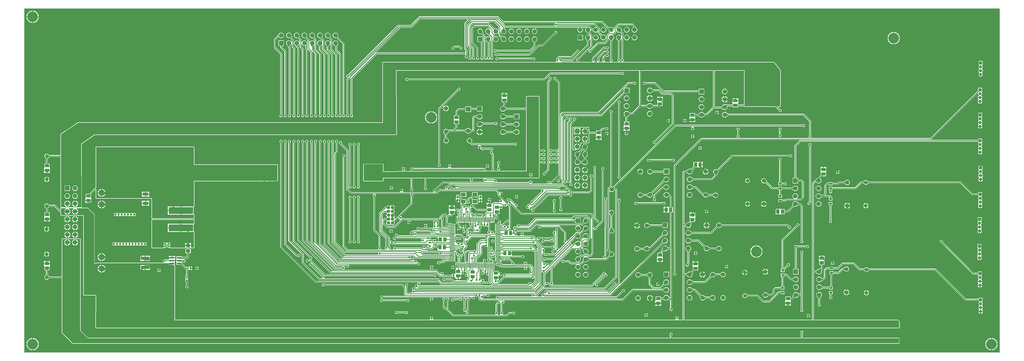
<source format=gtl>
G04 Layer_Physical_Order=1*
G04 Layer_Color=255*
%FSLAX24Y24*%
%MOIN*%
G70*
G01*
G75*
%ADD10R,0.0551X0.0433*%
%ADD11R,0.0220X0.0240*%
%ADD12R,0.1060X0.0440*%
%ADD13R,0.0570X0.0440*%
%ADD14R,0.0710X0.0440*%
%ADD15R,0.3150X0.0866*%
%ADD16R,0.0240X0.0220*%
%ADD17R,0.0620X0.0220*%
%ADD18R,0.0433X0.0551*%
%ADD19O,0.0709X0.0118*%
%ADD20O,0.0118X0.0709*%
%ADD21R,0.0630X0.0512*%
%ADD22R,0.0236X0.0354*%
%ADD23R,0.0354X0.0276*%
%ADD24C,0.0100*%
%ADD25C,0.0150*%
%ADD26C,0.1378*%
%ADD27C,0.0591*%
%ADD28R,0.0591X0.0591*%
%ADD29C,0.0472*%
%ADD30C,0.0650*%
%ADD31C,0.0551*%
%ADD32R,0.0591X0.0591*%
%ADD33C,0.0440*%
%ADD34R,0.0600X0.0600*%
%ADD35C,0.0600*%
%ADD36C,0.0394*%
%ADD37R,0.0394X0.0394*%
%ADD38C,0.0252*%
%ADD39C,0.0800*%
G36*
X125873Y-44534D02*
X111D01*
Y-111D01*
X125873D01*
Y-44534D01*
D02*
G37*
%LPC*%
G36*
X61204Y-1126D02*
X61204Y-1126D01*
X51086D01*
X51086Y-1126D01*
X51043Y-1134D01*
X51007Y-1158D01*
X51007Y-1158D01*
X49926Y-2240D01*
X48299D01*
X48299Y-2240D01*
X48256Y-2248D01*
X48220Y-2272D01*
X41883Y-8609D01*
X41877Y-8612D01*
X41869Y-8619D01*
X41863Y-8624D01*
X41858Y-8628D01*
X41852Y-8631D01*
X41847Y-8634D01*
X41842Y-8636D01*
X41837Y-8637D01*
X41833Y-8638D01*
X41828Y-8639D01*
X41820Y-8639D01*
X41815Y-8641D01*
X41749Y-8654D01*
X41687Y-8695D01*
X41647Y-8757D01*
X41632Y-8829D01*
X41647Y-8901D01*
X41687Y-8962D01*
X41749Y-9003D01*
X41810Y-9015D01*
X41834Y-9062D01*
X41683Y-9213D01*
X41659Y-9249D01*
X41651Y-9291D01*
X41651Y-9291D01*
Y-13776D01*
X41648Y-13782D01*
X41648Y-13792D01*
X41646Y-13811D01*
X41645Y-13818D01*
X41643Y-13826D01*
X41641Y-13832D01*
X41639Y-13839D01*
X41636Y-13845D01*
X41633Y-13851D01*
X41629Y-13858D01*
X41628Y-13868D01*
X41617Y-13884D01*
X41603Y-13957D01*
X41617Y-14029D01*
X41658Y-14090D01*
X41719Y-14131D01*
X41791Y-14145D01*
X41864Y-14131D01*
X41925Y-14090D01*
X41966Y-14029D01*
X41980Y-13957D01*
X41966Y-13884D01*
X41925Y-13823D01*
X41898Y-13806D01*
X41892Y-13796D01*
X41886Y-13792D01*
X41885Y-13790D01*
X41883Y-13789D01*
X41882Y-13787D01*
X41881Y-13785D01*
X41879Y-13781D01*
X41878Y-13777D01*
X41877Y-13772D01*
X41876Y-13765D01*
X41876Y-13755D01*
X41873Y-13749D01*
Y-13745D01*
X41874Y-13740D01*
X41873Y-13740D01*
Y-9337D01*
X42137Y-9073D01*
X42138Y-9074D01*
X42178Y-9103D01*
X42172Y-9134D01*
X42172Y-9134D01*
Y-13758D01*
X42170Y-13764D01*
X42169Y-13774D01*
X42169Y-13782D01*
X42167Y-13789D01*
X42166Y-13795D01*
X42164Y-13800D01*
X42162Y-13805D01*
X42160Y-13809D01*
X42157Y-13813D01*
X42154Y-13817D01*
X42149Y-13823D01*
X42147Y-13829D01*
X42109Y-13884D01*
X42095Y-13957D01*
X42109Y-14029D01*
X42150Y-14090D01*
X42211Y-14131D01*
X42283Y-14145D01*
X42356Y-14131D01*
X42417Y-14090D01*
X42458Y-14029D01*
X42472Y-13957D01*
X42458Y-13884D01*
X42420Y-13829D01*
X42418Y-13823D01*
X42413Y-13817D01*
X42410Y-13813D01*
X42407Y-13809D01*
X42405Y-13805D01*
X42403Y-13800D01*
X42401Y-13795D01*
X42400Y-13789D01*
X42398Y-13782D01*
X42398Y-13774D01*
X42397Y-13764D01*
X42395Y-13758D01*
Y-9180D01*
X45578Y-5997D01*
X56651D01*
X56657Y-6000D01*
X56668Y-6000D01*
X56675Y-6001D01*
X56682Y-6002D01*
X56688Y-6003D01*
X56694Y-6005D01*
X56699Y-6007D01*
X56703Y-6010D01*
X56707Y-6012D01*
X56711Y-6015D01*
X56717Y-6021D01*
X56722Y-6023D01*
X56778Y-6060D01*
X56850Y-6074D01*
X56923Y-6060D01*
X56943Y-6047D01*
X56992Y-6074D01*
X56990Y-6185D01*
X56987Y-6191D01*
X56986Y-6202D01*
X56985Y-6209D01*
X56984Y-6216D01*
X56982Y-6222D01*
X56981Y-6228D01*
X56978Y-6233D01*
X56976Y-6237D01*
X56973Y-6241D01*
X56970Y-6245D01*
X56965Y-6250D01*
X56963Y-6253D01*
X56963Y-6254D01*
X56922Y-6315D01*
X56908Y-6387D01*
X56922Y-6459D01*
X56963Y-6520D01*
X57024Y-6561D01*
X57096Y-6576D01*
X57169Y-6561D01*
X57230Y-6520D01*
X57271Y-6459D01*
X57285Y-6387D01*
X57271Y-6315D01*
X57237Y-6264D01*
X57234Y-6256D01*
X57229Y-6251D01*
X57226Y-6247D01*
X57224Y-6242D01*
X57221Y-6238D01*
X57219Y-6233D01*
X57218Y-6228D01*
X57216Y-6221D01*
X57215Y-6215D01*
X57215Y-6207D01*
X57215Y-6196D01*
X57212Y-6190D01*
X57227Y-5495D01*
X57227Y-5493D01*
X57227Y-5492D01*
X57223Y-5472D01*
X57220Y-5452D01*
X57219Y-5451D01*
X57219Y-5450D01*
X57207Y-5433D01*
X57196Y-5415D01*
X57195Y-5415D01*
X57195Y-5413D01*
X57178Y-5402D01*
X57164Y-5392D01*
X57099Y-5328D01*
Y-2034D01*
X57467Y-1666D01*
X57692D01*
X57713Y-1716D01*
X57205Y-2225D01*
X57181Y-2261D01*
X57172Y-2303D01*
X57172Y-2303D01*
Y-5000D01*
X57172Y-5000D01*
X57181Y-5043D01*
X57205Y-5079D01*
X57468Y-5341D01*
Y-6326D01*
X57465Y-6332D01*
X57465Y-6342D01*
X57464Y-6350D01*
X57463Y-6357D01*
X57461Y-6363D01*
X57459Y-6368D01*
X57457Y-6373D01*
X57455Y-6378D01*
X57452Y-6382D01*
X57449Y-6385D01*
X57444Y-6391D01*
X57442Y-6397D01*
X57404Y-6453D01*
X57390Y-6525D01*
X57404Y-6597D01*
X57445Y-6658D01*
X57507Y-6699D01*
X57579Y-6713D01*
X57651Y-6699D01*
X57712Y-6658D01*
X57753Y-6597D01*
X57767Y-6525D01*
X57753Y-6453D01*
X57716Y-6397D01*
X57714Y-6391D01*
X57708Y-6385D01*
X57705Y-6382D01*
X57703Y-6378D01*
X57700Y-6373D01*
X57698Y-6368D01*
X57696Y-6363D01*
X57695Y-6357D01*
X57694Y-6350D01*
X57693Y-6342D01*
X57693Y-6332D01*
X57690Y-6326D01*
Y-5295D01*
X57681Y-5253D01*
X57657Y-5217D01*
X57657Y-5217D01*
X57395Y-4954D01*
Y-4871D01*
X57445Y-4858D01*
X57461Y-4882D01*
X57910Y-5331D01*
Y-6326D01*
X57908Y-6332D01*
X57907Y-6342D01*
X57907Y-6350D01*
X57906Y-6357D01*
X57904Y-6363D01*
X57902Y-6368D01*
X57900Y-6373D01*
X57898Y-6378D01*
X57895Y-6382D01*
X57892Y-6385D01*
X57887Y-6391D01*
X57885Y-6397D01*
X57847Y-6453D01*
X57833Y-6525D01*
X57847Y-6597D01*
X57888Y-6658D01*
X57949Y-6699D01*
X58022Y-6713D01*
X58094Y-6699D01*
X58155Y-6658D01*
X58196Y-6597D01*
X58210Y-6525D01*
X58196Y-6453D01*
X58159Y-6397D01*
X58156Y-6391D01*
X58151Y-6385D01*
X58148Y-6382D01*
X58145Y-6378D01*
X58143Y-6373D01*
X58141Y-6368D01*
X58139Y-6363D01*
X58138Y-6357D01*
X58137Y-6350D01*
X58136Y-6342D01*
X58136Y-6332D01*
X58133Y-6326D01*
Y-5315D01*
X58138Y-5290D01*
X58129Y-5248D01*
X58105Y-5212D01*
X57651Y-4757D01*
Y-2448D01*
X57989Y-2109D01*
X59885D01*
X60008Y-2232D01*
X59976Y-2271D01*
X59974Y-2269D01*
X59931Y-2261D01*
X59931Y-2261D01*
X58169D01*
X58169Y-2261D01*
X58127Y-2269D01*
X58091Y-2293D01*
X57786Y-2599D01*
X57761Y-2635D01*
X57753Y-2677D01*
X57753Y-2677D01*
Y-4508D01*
X57753Y-4508D01*
X57761Y-4550D01*
X57786Y-4586D01*
X58422Y-5223D01*
Y-6326D01*
X58420Y-6332D01*
X58419Y-6342D01*
X58419Y-6350D01*
X58417Y-6357D01*
X58416Y-6363D01*
X58414Y-6368D01*
X58412Y-6373D01*
X58410Y-6378D01*
X58407Y-6382D01*
X58404Y-6385D01*
X58399Y-6391D01*
X58397Y-6397D01*
X58359Y-6453D01*
X58345Y-6525D01*
X58359Y-6597D01*
X58400Y-6658D01*
X58461Y-6699D01*
X58533Y-6713D01*
X58606Y-6699D01*
X58667Y-6658D01*
X58708Y-6597D01*
X58722Y-6525D01*
X58708Y-6453D01*
X58670Y-6397D01*
X58668Y-6391D01*
X58663Y-6385D01*
X58660Y-6382D01*
X58657Y-6378D01*
X58655Y-6373D01*
X58653Y-6368D01*
X58651Y-6363D01*
X58650Y-6357D01*
X58648Y-6350D01*
X58648Y-6342D01*
X58647Y-6332D01*
X58645Y-6326D01*
Y-5177D01*
X58636Y-5135D01*
X58612Y-5099D01*
X58612Y-5099D01*
X57975Y-4462D01*
Y-2723D01*
X58215Y-2483D01*
X59885D01*
X60153Y-2751D01*
X60120Y-2789D01*
X60076Y-2755D01*
X59990Y-2720D01*
X59898Y-2708D01*
X59805Y-2720D01*
X59719Y-2755D01*
X59645Y-2812D01*
X59588Y-2886D01*
X59552Y-2972D01*
X59540Y-3065D01*
X59552Y-3157D01*
X59588Y-3244D01*
X59645Y-3318D01*
X59719Y-3374D01*
X59726Y-3377D01*
X59730Y-3383D01*
X59731Y-3383D01*
X59731Y-3383D01*
X59853Y-3448D01*
X59938Y-3497D01*
X59973Y-3520D01*
X59983Y-3527D01*
X59990Y-3533D01*
X59995Y-3535D01*
X59999Y-3540D01*
X60000Y-3540D01*
X60263Y-3802D01*
Y-3890D01*
X60213Y-3900D01*
X60207Y-3886D01*
X60150Y-3812D01*
X60076Y-3755D01*
X59990Y-3720D01*
X59898Y-3708D01*
X59805Y-3720D01*
X59719Y-3755D01*
X59654Y-3805D01*
X59605Y-3790D01*
Y-3661D01*
X59596Y-3618D01*
X59572Y-3582D01*
X59572Y-3582D01*
X59314Y-3324D01*
X59312Y-3319D01*
X59301Y-3306D01*
X59293Y-3294D01*
X59286Y-3278D01*
X59278Y-3259D01*
X59272Y-3236D01*
X59266Y-3209D01*
X59262Y-3180D01*
X59257Y-3108D01*
X59257Y-3067D01*
X59255Y-3062D01*
X59243Y-2972D01*
X59207Y-2886D01*
X59150Y-2812D01*
X59076Y-2755D01*
X58990Y-2720D01*
X58898Y-2708D01*
X58805Y-2720D01*
X58719Y-2755D01*
X58645Y-2812D01*
X58588Y-2886D01*
X58552Y-2972D01*
X58540Y-3065D01*
X58552Y-3157D01*
X58588Y-3244D01*
X58645Y-3318D01*
X58719Y-3374D01*
X58805Y-3410D01*
X58895Y-3422D01*
X58900Y-3424D01*
X58941Y-3424D01*
X59012Y-3429D01*
X59042Y-3434D01*
X59068Y-3439D01*
X59091Y-3446D01*
X59111Y-3453D01*
X59126Y-3461D01*
X59139Y-3469D01*
X59152Y-3480D01*
X59157Y-3482D01*
X59382Y-3707D01*
Y-6341D01*
X59379Y-6348D01*
X59381Y-6494D01*
X59383Y-6499D01*
X59378Y-6525D01*
X59393Y-6597D01*
X59434Y-6658D01*
X59495Y-6699D01*
X59567Y-6713D01*
X59639Y-6699D01*
X59700Y-6658D01*
X59741Y-6597D01*
X59748Y-6562D01*
X59799D01*
X59806Y-6597D01*
X59847Y-6658D01*
X59908Y-6699D01*
X59980Y-6713D01*
X60053Y-6699D01*
X60114Y-6658D01*
X60150Y-6604D01*
X60177Y-6600D01*
X60204Y-6604D01*
X60241Y-6658D01*
X60302Y-6699D01*
X60374Y-6713D01*
X60446Y-6699D01*
X60507Y-6658D01*
X60548Y-6597D01*
X60563Y-6525D01*
X60548Y-6453D01*
X60511Y-6397D01*
X60509Y-6391D01*
X60504Y-6385D01*
X60500Y-6382D01*
X60498Y-6378D01*
X60495Y-6373D01*
X60493Y-6368D01*
X60492Y-6363D01*
X60490Y-6357D01*
X60489Y-6350D01*
X60488Y-6342D01*
X60488Y-6332D01*
X60485Y-6326D01*
Y-3866D01*
X60535Y-3852D01*
X60543Y-3864D01*
X60548Y-3876D01*
X60558Y-3887D01*
X60564Y-3894D01*
X60569Y-3901D01*
X60571Y-3906D01*
X60573Y-3909D01*
X60573Y-3911D01*
X60572Y-3913D01*
X60572Y-3924D01*
X60552Y-3972D01*
X60540Y-4065D01*
X60552Y-4157D01*
X60588Y-4244D01*
X60645Y-4318D01*
X60719Y-4374D01*
X60805Y-4410D01*
X60898Y-4422D01*
X60990Y-4410D01*
X61076Y-4374D01*
X61150Y-4318D01*
X61207Y-4244D01*
X61243Y-4157D01*
X61255Y-4065D01*
X61243Y-3972D01*
X61207Y-3886D01*
X61150Y-3812D01*
X61076Y-3755D01*
X60990Y-3720D01*
X60898Y-3708D01*
X60805Y-3720D01*
X60791Y-3726D01*
X60741Y-3692D01*
Y-3494D01*
X60741Y-3494D01*
X60733Y-3451D01*
X60717Y-3428D01*
X60749Y-3387D01*
X60805Y-3410D01*
X60898Y-3422D01*
X60990Y-3410D01*
X61076Y-3374D01*
X61150Y-3318D01*
X61207Y-3244D01*
X61227Y-3197D01*
X61277Y-3207D01*
Y-3555D01*
X61277Y-3555D01*
X61285Y-3598D01*
X61309Y-3634D01*
X61481Y-3806D01*
X61483Y-3811D01*
X61494Y-3824D01*
X61502Y-3836D01*
X61510Y-3852D01*
X61517Y-3871D01*
X61524Y-3894D01*
X61529Y-3921D01*
X61533Y-3950D01*
X61538Y-4022D01*
X61538Y-4062D01*
X61541Y-4068D01*
X61552Y-4157D01*
X61588Y-4244D01*
X61645Y-4318D01*
X61719Y-4374D01*
X61805Y-4410D01*
X61898Y-4422D01*
X61990Y-4410D01*
X62076Y-4374D01*
X62150Y-4318D01*
X62207Y-4244D01*
X62243Y-4157D01*
X62255Y-4065D01*
X62243Y-3972D01*
X62207Y-3886D01*
X62150Y-3812D01*
X62076Y-3755D01*
X61990Y-3720D01*
X61900Y-3708D01*
X61895Y-3706D01*
X61855Y-3705D01*
X61783Y-3701D01*
X61754Y-3696D01*
X61727Y-3691D01*
X61704Y-3684D01*
X61685Y-3677D01*
X61669Y-3669D01*
X61657Y-3661D01*
X61644Y-3650D01*
X61638Y-3648D01*
X61499Y-3509D01*
Y-3135D01*
X61549Y-3131D01*
X61552Y-3157D01*
X61588Y-3244D01*
X61645Y-3318D01*
X61719Y-3374D01*
X61805Y-3410D01*
X61898Y-3422D01*
X61990Y-3410D01*
X62076Y-3374D01*
X62150Y-3318D01*
X62207Y-3244D01*
X62243Y-3157D01*
X62255Y-3065D01*
X62243Y-2972D01*
X62207Y-2886D01*
X62152Y-2814D01*
X62150Y-2809D01*
X62121Y-2780D01*
X62074Y-2726D01*
X62056Y-2702D01*
X62041Y-2680D01*
X62030Y-2659D01*
X62021Y-2640D01*
X62016Y-2623D01*
X62013Y-2609D01*
X62011Y-2592D01*
X62011Y-2590D01*
X62024Y-2557D01*
X62071Y-2541D01*
X62095Y-2557D01*
X62138Y-2565D01*
X62138Y-2565D01*
X71497D01*
X71512Y-2615D01*
X71462Y-2680D01*
X71426Y-2766D01*
X71414Y-2858D01*
X71426Y-2951D01*
X71462Y-3037D01*
X71519Y-3111D01*
X71593Y-3168D01*
X71679Y-3203D01*
X71772Y-3216D01*
X71864Y-3203D01*
X71950Y-3168D01*
X72024Y-3111D01*
X72081Y-3037D01*
X72117Y-2951D01*
X72129Y-2858D01*
X72117Y-2766D01*
X72081Y-2680D01*
X72032Y-2615D01*
X72047Y-2565D01*
X72497D01*
X72512Y-2615D01*
X72462Y-2680D01*
X72426Y-2766D01*
X72414Y-2858D01*
X72426Y-2951D01*
X72462Y-3037D01*
X72519Y-3111D01*
X72580Y-3158D01*
X72584Y-3165D01*
X72586Y-3165D01*
X72587Y-3166D01*
X72628Y-3191D01*
X72778Y-3286D01*
X72812Y-3310D01*
X72822Y-3318D01*
X72829Y-3325D01*
X72832Y-3326D01*
X72834Y-3329D01*
X72838Y-3330D01*
X73092Y-3584D01*
X73089Y-3607D01*
X73036Y-3621D01*
X73024Y-3606D01*
X72950Y-3549D01*
X72864Y-3513D01*
X72772Y-3501D01*
X72679Y-3513D01*
X72593Y-3549D01*
X72519Y-3606D01*
X72462Y-3680D01*
X72426Y-3766D01*
X72414Y-3858D01*
X72426Y-3951D01*
X72462Y-4037D01*
X72517Y-4109D01*
X72519Y-4114D01*
X72548Y-4143D01*
X72595Y-4197D01*
X72613Y-4221D01*
X72628Y-4243D01*
X72639Y-4264D01*
X72648Y-4283D01*
X72654Y-4300D01*
X72657Y-4314D01*
X72658Y-4331D01*
X72660Y-4336D01*
Y-4791D01*
X70771Y-6680D01*
X69422D01*
X69416Y-6677D01*
X69405Y-6677D01*
X69398Y-6676D01*
X69391Y-6675D01*
X69384Y-6674D01*
X69379Y-6672D01*
X69374Y-6670D01*
X69370Y-6668D01*
X69366Y-6665D01*
X69362Y-6662D01*
X69356Y-6656D01*
X69351Y-6654D01*
X69295Y-6617D01*
X69222Y-6603D01*
X69150Y-6617D01*
X69089Y-6658D01*
X69056Y-6708D01*
X69015Y-6715D01*
X68998Y-6712D01*
X68985Y-6693D01*
X68983Y-6687D01*
X68978Y-6682D01*
X68975Y-6678D01*
X68972Y-6674D01*
X68970Y-6669D01*
X68968Y-6664D01*
X68966Y-6659D01*
X68965Y-6653D01*
X68963Y-6646D01*
X68963Y-6638D01*
X68962Y-6628D01*
X68960Y-6622D01*
Y-6601D01*
X69052Y-6509D01*
X70640D01*
X70640Y-6509D01*
X70682Y-6500D01*
X70718Y-6476D01*
X71365Y-5830D01*
X71371Y-5827D01*
X71379Y-5820D01*
X71385Y-5815D01*
X71390Y-5811D01*
X71396Y-5808D01*
X71401Y-5805D01*
X71406Y-5803D01*
X71411Y-5802D01*
X71415Y-5801D01*
X71420Y-5800D01*
X71428Y-5800D01*
X71433Y-5798D01*
X71499Y-5785D01*
X71561Y-5744D01*
X71601Y-5682D01*
X71616Y-5610D01*
X71601Y-5538D01*
X71561Y-5477D01*
X71499Y-5436D01*
X71427Y-5422D01*
X71355Y-5436D01*
X71294Y-5477D01*
X71253Y-5538D01*
X71240Y-5604D01*
X71237Y-5609D01*
X71237Y-5617D01*
X71236Y-5622D01*
X71235Y-5627D01*
X71234Y-5632D01*
X71232Y-5637D01*
X71229Y-5642D01*
X71226Y-5647D01*
X71222Y-5653D01*
X71217Y-5659D01*
X71210Y-5666D01*
X71208Y-5672D01*
X70594Y-6286D01*
X69006D01*
X68963Y-6295D01*
X68927Y-6319D01*
X68927Y-6319D01*
X68770Y-6476D01*
X68746Y-6513D01*
X68737Y-6555D01*
X68737Y-6555D01*
Y-6622D01*
X68735Y-6628D01*
X68734Y-6638D01*
X68733Y-6646D01*
X68732Y-6653D01*
X68731Y-6659D01*
X68729Y-6664D01*
X68727Y-6669D01*
X68725Y-6674D01*
X68722Y-6678D01*
X68719Y-6682D01*
X68714Y-6687D01*
X68712Y-6693D01*
X68674Y-6749D01*
X68660Y-6821D01*
X68674Y-6893D01*
X68714Y-6953D01*
X68713Y-6961D01*
X68698Y-7003D01*
X46339D01*
X46293Y-7022D01*
X46275Y-7067D01*
Y-14808D01*
X7028D01*
X7010Y-14815D01*
X6991Y-14819D01*
X5414Y-15900D01*
X5411Y-15901D01*
X5388Y-15910D01*
X5384Y-15908D01*
X5380Y-15909D01*
X5375Y-15908D01*
X5356Y-15915D01*
X5337Y-15920D01*
X4804Y-16317D01*
X4802Y-16321D01*
X4797Y-16323D01*
X4790Y-16342D01*
X4779Y-16359D01*
X4780Y-16364D01*
X4779Y-16368D01*
Y-19058D01*
X3384D01*
X3379Y-19056D01*
X3364Y-19055D01*
X3352Y-19052D01*
X3339Y-19049D01*
X3325Y-19043D01*
X3310Y-19035D01*
X3293Y-19024D01*
X3276Y-19012D01*
X3236Y-18979D01*
X3215Y-18958D01*
X3208Y-18955D01*
X3151Y-18911D01*
X3079Y-18882D01*
X3002Y-18871D01*
X2925Y-18882D01*
X2853Y-18911D01*
X2791Y-18959D01*
X2744Y-19020D01*
X2714Y-19092D01*
X2704Y-19169D01*
X2714Y-19246D01*
X2744Y-19318D01*
X2787Y-19375D01*
X2790Y-19382D01*
X2830Y-19424D01*
X2844Y-19442D01*
X2857Y-19460D01*
X2867Y-19477D01*
X2875Y-19492D01*
X2881Y-19507D01*
X2885Y-19520D01*
X2887Y-19531D01*
X2888Y-19546D01*
X2891Y-19551D01*
Y-20100D01*
X2888Y-20106D01*
X2888Y-20123D01*
X2887Y-20136D01*
X2885Y-20145D01*
X2884Y-20148D01*
X2687D01*
Y-20697D01*
X2646D01*
Y-20964D01*
X3022D01*
X3397D01*
Y-20697D01*
X3356D01*
Y-20148D01*
X3120D01*
X3119Y-20145D01*
X3117Y-20136D01*
X3116Y-20123D01*
X3116Y-20106D01*
X3113Y-20100D01*
Y-19551D01*
X3116Y-19546D01*
X3117Y-19531D01*
X3119Y-19520D01*
X3123Y-19507D01*
X3129Y-19492D01*
X3137Y-19477D01*
X3147Y-19460D01*
X3159Y-19443D01*
X3193Y-19403D01*
X3213Y-19383D01*
X3213Y-19382D01*
X3214Y-19381D01*
X3257Y-19341D01*
X3275Y-19327D01*
X3293Y-19314D01*
X3310Y-19304D01*
X3325Y-19296D01*
X3339Y-19290D01*
X3352Y-19286D01*
X3364Y-19284D01*
X3379Y-19283D01*
X3384Y-19280D01*
X4779D01*
Y-25778D01*
X4788Y-25800D01*
X4793Y-25813D01*
X4787Y-25860D01*
X4787D01*
Y-25860D01*
X4769Y-25906D01*
Y-26090D01*
X4723Y-26109D01*
X4131Y-25518D01*
X4095Y-25494D01*
X4052Y-25485D01*
X4052Y-25485D01*
X3364D01*
X3359Y-25483D01*
X3344Y-25482D01*
X3333Y-25480D01*
X3320Y-25476D01*
X3305Y-25470D01*
X3290Y-25462D01*
X3273Y-25452D01*
X3256Y-25439D01*
X3216Y-25406D01*
X3196Y-25385D01*
X3189Y-25383D01*
X3131Y-25339D01*
X3059Y-25309D01*
X2982Y-25299D01*
X2905Y-25309D01*
X2833Y-25339D01*
X2772Y-25386D01*
X2724Y-25448D01*
X2695Y-25519D01*
X2684Y-25596D01*
X2695Y-25674D01*
X2724Y-25745D01*
X2772Y-25807D01*
X2813Y-25839D01*
X2820Y-25849D01*
X2842Y-25864D01*
X2860Y-25878D01*
X2875Y-25891D01*
X2888Y-25905D01*
X2898Y-25917D01*
X2905Y-25929D01*
X2911Y-25941D01*
X2915Y-25952D01*
X2917Y-25963D01*
X2918Y-25979D01*
X2920Y-25983D01*
X2919Y-25988D01*
X2920Y-25990D01*
Y-26390D01*
X2918Y-26396D01*
X2917Y-26413D01*
X2916Y-26425D01*
X2914Y-26435D01*
X2914Y-26437D01*
X2697D01*
Y-26987D01*
X2656D01*
Y-27253D01*
X3031D01*
Y-27303D01*
D01*
Y-27253D01*
X3407D01*
Y-26987D01*
X3366D01*
Y-26437D01*
X3149D01*
X3149Y-26435D01*
X3147Y-26425D01*
X3146Y-26413D01*
X3145Y-26396D01*
X3143Y-26390D01*
Y-25962D01*
X3145Y-25956D01*
X3146Y-25943D01*
X3148Y-25932D01*
X3151Y-25918D01*
X3165Y-25882D01*
X3174Y-25863D01*
X3215Y-25789D01*
X3237Y-25769D01*
X3255Y-25754D01*
X3273Y-25741D01*
X3290Y-25731D01*
X3305Y-25723D01*
X3320Y-25717D01*
X3333Y-25713D01*
X3344Y-25711D01*
X3359Y-25710D01*
X3364Y-25708D01*
X4006D01*
X4704Y-26405D01*
X4704Y-26405D01*
X4740Y-26430D01*
X4769Y-26435D01*
Y-26801D01*
X4787Y-26846D01*
X4833Y-26865D01*
X7712D01*
Y-37126D01*
X7730Y-37171D01*
X7776Y-37190D01*
X8986D01*
X8998Y-37185D01*
X9002D01*
X9014Y-37190D01*
X9300D01*
Y-39225D01*
X9295Y-39226D01*
X9277Y-39272D01*
Y-41339D01*
X9295Y-41384D01*
X9341Y-41403D01*
X112894D01*
X112939Y-41384D01*
X112958Y-41339D01*
Y-40512D01*
X112939Y-40467D01*
X112811Y-40339D01*
X112766Y-40320D01*
X101895D01*
Y-34271D01*
X101896Y-34269D01*
X101896Y-34266D01*
X101918Y-34222D01*
X101922Y-34221D01*
X101937Y-34220D01*
X101942Y-34217D01*
X102093D01*
X102098Y-34220D01*
X102115Y-34221D01*
X102130Y-34224D01*
X102147Y-34230D01*
X102166Y-34239D01*
X102187Y-34251D01*
X102211Y-34266D01*
X102235Y-34284D01*
X102290Y-34333D01*
X102320Y-34362D01*
X102325Y-34364D01*
X102398Y-34420D01*
X102485Y-34456D01*
X102579Y-34468D01*
X102672Y-34456D01*
X102760Y-34420D01*
X102835Y-34362D01*
X102892Y-34287D01*
X102929Y-34200D01*
X102941Y-34106D01*
X102935Y-34064D01*
X102939Y-34052D01*
X102933Y-34013D01*
X102931Y-33979D01*
X102930Y-33947D01*
X102931Y-33919D01*
X102934Y-33895D01*
X102939Y-33873D01*
X102945Y-33855D01*
X102952Y-33840D01*
X102959Y-33827D01*
X102971Y-33813D01*
X102972Y-33811D01*
X102974Y-33810D01*
X102975Y-33806D01*
X103012Y-33770D01*
X103012Y-33770D01*
X103036Y-33733D01*
X103044Y-33691D01*
Y-33266D01*
X103047Y-33260D01*
X103047Y-33243D01*
X103049Y-33230D01*
X103050Y-33220D01*
X103051Y-33219D01*
X103268D01*
Y-32669D01*
X103309D01*
Y-32402D01*
X102933D01*
X102557D01*
Y-32669D01*
X102598D01*
Y-33219D01*
X102816D01*
X102816Y-33220D01*
X102818Y-33230D01*
X102819Y-33243D01*
X102819Y-33260D01*
X102822Y-33266D01*
Y-33645D01*
X102805Y-33661D01*
X102800Y-33663D01*
X102788Y-33673D01*
X102776Y-33681D01*
X102760Y-33690D01*
X102739Y-33699D01*
X102714Y-33708D01*
X102686Y-33716D01*
X102573Y-33739D01*
X102529Y-33746D01*
X102529D01*
X102529Y-33746D01*
X102529Y-33746D01*
X102519Y-33752D01*
X102485Y-33756D01*
X102398Y-33793D01*
X102325Y-33849D01*
X102320Y-33851D01*
X102290Y-33880D01*
X102235Y-33928D01*
X102211Y-33946D01*
X102187Y-33962D01*
X102166Y-33974D01*
X102147Y-33982D01*
X102130Y-33988D01*
X102115Y-33991D01*
X102098Y-33993D01*
X102093Y-33995D01*
X101942D01*
X101937Y-33992D01*
X101922Y-33992D01*
X101918Y-33991D01*
X101896Y-33947D01*
X101896Y-33944D01*
X101895Y-33942D01*
Y-22733D01*
X102130Y-22497D01*
X102189Y-22509D01*
X102196Y-22526D01*
X102254Y-22601D01*
X102329Y-22658D01*
X102416Y-22694D01*
X102510Y-22707D01*
X102604Y-22694D01*
X102691Y-22658D01*
X102766Y-22601D01*
X102823Y-22526D01*
X102860Y-22438D01*
X102872Y-22344D01*
X102860Y-22251D01*
X102823Y-22163D01*
X102812Y-22149D01*
X102811Y-22140D01*
X102810Y-22139D01*
X102810Y-22139D01*
X102794Y-22113D01*
X102782Y-22092D01*
X102775Y-22072D01*
X102770Y-22055D01*
X102769Y-22041D01*
X102769Y-22029D01*
X102772Y-22018D01*
X102776Y-22007D01*
X102783Y-21996D01*
X102796Y-21981D01*
X102798Y-21975D01*
X102950Y-21823D01*
X102956Y-21821D01*
X102957Y-21819D01*
X102959Y-21818D01*
X102976Y-21802D01*
X102991Y-21789D01*
X103004Y-21779D01*
X103015Y-21771D01*
X103025Y-21765D01*
X103032Y-21762D01*
X103033Y-21762D01*
X103038D01*
X103039Y-21762D01*
X103039Y-21762D01*
X103465D01*
Y-21212D01*
X103506D01*
Y-20946D01*
X103504D01*
D01*
X103485Y-20946D01*
X103468Y-20948D01*
X103453Y-20950D01*
X103440Y-20954D01*
X103428Y-20958D01*
X103419Y-20964D01*
X103412Y-20970D01*
X103407Y-20978D01*
X103404Y-20986D01*
X103403Y-20996D01*
Y-20946D01*
X103130D01*
X102754D01*
Y-21212D01*
X102795D01*
Y-21629D01*
X102795Y-21634D01*
X102795Y-21635D01*
Y-21653D01*
X102792Y-21657D01*
X102760Y-21694D01*
X102739Y-21716D01*
X102736Y-21722D01*
X102596Y-21863D01*
X102594Y-21863D01*
X102328Y-22029D01*
X102328Y-22029D01*
X102328Y-22029D01*
X102325Y-22034D01*
X102254Y-22088D01*
X102196Y-22163D01*
X102175Y-22214D01*
X102168Y-22221D01*
X102166Y-22224D01*
X102165Y-22225D01*
X102162Y-22226D01*
X102156Y-22228D01*
X102148Y-22229D01*
X102138Y-22230D01*
X102124Y-22231D01*
X102112Y-22236D01*
X102083Y-22242D01*
X102047Y-22266D01*
X102047Y-22266D01*
X101705Y-22608D01*
X101681Y-22644D01*
X101672Y-22687D01*
X101672Y-22687D01*
Y-34092D01*
X101671Y-34094D01*
X101672Y-34101D01*
Y-34111D01*
X101671Y-34119D01*
X101672Y-34121D01*
Y-40320D01*
X85192D01*
Y-34631D01*
X85193Y-34628D01*
X85193Y-34625D01*
X85215Y-34581D01*
X85219Y-34580D01*
X85234Y-34580D01*
X85240Y-34577D01*
X85390D01*
X85395Y-34580D01*
X85413Y-34581D01*
X85427Y-34584D01*
X85444Y-34590D01*
X85463Y-34598D01*
X85485Y-34610D01*
X85508Y-34626D01*
X85532Y-34644D01*
X85587Y-34692D01*
X85617Y-34721D01*
X85622Y-34723D01*
X85695Y-34779D01*
X85782Y-34816D01*
X85876Y-34828D01*
X85970Y-34816D01*
X86057Y-34779D01*
X86132Y-34722D01*
X86190Y-34647D01*
X86226Y-34560D01*
X86238Y-34468D01*
X86240Y-34463D01*
X86240Y-34422D01*
X86245Y-34349D01*
X86249Y-34319D01*
X86255Y-34291D01*
X86262Y-34268D01*
X86269Y-34248D01*
X86277Y-34232D01*
X86285Y-34219D01*
X86296Y-34206D01*
X86298Y-34201D01*
X86483Y-34016D01*
X86489Y-34013D01*
X86502Y-34001D01*
X86514Y-33991D01*
X86525Y-33983D01*
X86536Y-33976D01*
X86545Y-33970D01*
X86555Y-33966D01*
X86564Y-33963D01*
X86572Y-33961D01*
X86580Y-33960D01*
X86590Y-33959D01*
X86595Y-33957D01*
X86968D01*
Y-33407D01*
X87009D01*
Y-33141D01*
X87008D01*
D01*
X86989Y-33141D01*
X86972Y-33143D01*
X86957Y-33145D01*
X86943Y-33149D01*
X86932Y-33153D01*
X86923Y-33159D01*
X86916Y-33165D01*
X86911Y-33173D01*
X86908Y-33181D01*
X86907Y-33191D01*
Y-33141D01*
X86634D01*
X86258D01*
Y-33407D01*
X86299D01*
Y-33877D01*
X86268Y-33913D01*
X86258Y-33922D01*
X86256Y-33929D01*
X86141Y-34044D01*
X86135Y-34046D01*
X86122Y-34057D01*
X86110Y-34065D01*
X86094Y-34073D01*
X86074Y-34080D01*
X86050Y-34087D01*
X86023Y-34092D01*
X85993Y-34097D01*
X85920Y-34102D01*
X85879Y-34102D01*
X85874Y-34104D01*
X85782Y-34116D01*
X85695Y-34152D01*
X85622Y-34208D01*
X85617Y-34210D01*
X85587Y-34239D01*
X85532Y-34288D01*
X85508Y-34306D01*
X85485Y-34321D01*
X85463Y-34333D01*
X85444Y-34342D01*
X85427Y-34348D01*
X85413Y-34351D01*
X85395Y-34352D01*
X85390Y-34355D01*
X85240D01*
X85234Y-34352D01*
X85219Y-34351D01*
X85215Y-34351D01*
X85193Y-34306D01*
X85193Y-34303D01*
X85192Y-34301D01*
Y-28236D01*
X85225Y-28206D01*
X85242Y-28200D01*
X85247Y-28202D01*
X85267Y-28204D01*
X85282Y-28206D01*
X85298Y-28211D01*
X85315Y-28218D01*
X85332Y-28227D01*
X85350Y-28239D01*
X85368Y-28254D01*
X85386Y-28271D01*
X85406Y-28291D01*
X85426Y-28316D01*
X85429Y-28317D01*
X85430Y-28320D01*
X85438Y-28323D01*
X85454Y-28345D01*
X85529Y-28402D01*
X85617Y-28438D01*
X85710Y-28451D01*
X85804Y-28438D01*
X85891Y-28402D01*
X85966Y-28345D01*
X86024Y-28270D01*
X86060Y-28182D01*
X86072Y-28091D01*
X86074Y-28086D01*
X86074Y-28045D01*
X86079Y-27971D01*
X86084Y-27941D01*
X86089Y-27914D01*
X86096Y-27891D01*
X86103Y-27871D01*
X86111Y-27855D01*
X86119Y-27842D01*
X86131Y-27829D01*
X86132Y-27824D01*
X86224Y-27732D01*
X86230Y-27730D01*
X86250Y-27710D01*
X86287Y-27679D01*
X86302Y-27667D01*
X86317Y-27658D01*
X86330Y-27651D01*
X86341Y-27645D01*
X86351Y-27642D01*
X86358Y-27641D01*
X86368Y-27640D01*
X86372Y-27638D01*
X86585D01*
Y-27088D01*
X86626D01*
Y-26822D01*
X86250D01*
X85874D01*
Y-27088D01*
X85915D01*
Y-27638D01*
X85915D01*
X85916Y-27688D01*
X85899Y-27706D01*
X85885Y-27710D01*
X85858Y-27715D01*
X85828Y-27720D01*
X85754Y-27724D01*
X85713Y-27725D01*
X85708Y-27727D01*
X85617Y-27739D01*
X85529Y-27775D01*
X85454Y-27833D01*
X85438Y-27854D01*
X85430Y-27857D01*
X85429Y-27860D01*
X85426Y-27862D01*
X85406Y-27886D01*
X85386Y-27906D01*
X85368Y-27924D01*
X85350Y-27938D01*
X85332Y-27950D01*
X85315Y-27959D01*
X85298Y-27966D01*
X85288Y-27969D01*
X85250Y-27931D01*
X85248Y-27925D01*
X85236Y-27912D01*
X85227Y-27901D01*
X85220Y-27890D01*
X85213Y-27878D01*
X85208Y-27866D01*
X85203Y-27854D01*
X85199Y-27841D01*
X85197Y-27827D01*
X85195Y-27813D01*
X85195Y-27796D01*
X85194Y-27794D01*
X85194Y-27792D01*
X85192Y-27787D01*
Y-21290D01*
X85410D01*
X85415Y-21292D01*
X85432Y-21293D01*
X85447Y-21297D01*
X85464Y-21302D01*
X85483Y-21311D01*
X85504Y-21323D01*
X85527Y-21338D01*
X85552Y-21357D01*
X85607Y-21405D01*
X85637Y-21434D01*
X85641Y-21436D01*
X85715Y-21492D01*
X85802Y-21528D01*
X85896Y-21541D01*
X85989Y-21528D01*
X86077Y-21492D01*
X86152Y-21435D01*
X86209Y-21360D01*
X86245Y-21272D01*
X86258Y-21181D01*
X86260Y-21176D01*
X86260Y-21135D01*
X86265Y-21061D01*
X86269Y-21031D01*
X86275Y-21004D01*
X86281Y-20980D01*
X86289Y-20961D01*
X86297Y-20945D01*
X86305Y-20932D01*
X86316Y-20919D01*
X86318Y-20914D01*
X86562Y-20669D01*
X86568Y-20667D01*
X86581Y-20655D01*
X86593Y-20645D01*
X86604Y-20636D01*
X86614Y-20630D01*
X86624Y-20624D01*
X86634Y-20620D01*
X86642Y-20617D01*
X86651Y-20614D01*
X86658Y-20613D01*
X86669Y-20613D01*
X86674Y-20610D01*
X86928D01*
Y-20651D01*
X87194D01*
Y-20551D01*
X87183Y-20549D01*
X87169Y-20549D01*
X87194D01*
Y-20276D01*
Y-20002D01*
X87144D01*
X87154Y-20001D01*
X87162Y-19998D01*
X87170Y-19993D01*
X87176Y-19986D01*
X87182Y-19977D01*
X87186Y-19966D01*
X87190Y-19953D01*
X87192Y-19938D01*
X87194Y-19920D01*
X87194Y-19901D01*
X87194D01*
Y-19900D01*
X86928D01*
Y-19941D01*
X86378D01*
Y-20530D01*
X86346Y-20567D01*
X86337Y-20576D01*
X86335Y-20582D01*
X86160Y-20756D01*
X86155Y-20758D01*
X86142Y-20769D01*
X86130Y-20778D01*
X86113Y-20785D01*
X86094Y-20793D01*
X86070Y-20799D01*
X86043Y-20805D01*
X86013Y-20809D01*
X85940Y-20814D01*
X85898Y-20815D01*
X85893Y-20817D01*
X85802Y-20829D01*
X85715Y-20865D01*
X85641Y-20921D01*
X85637Y-20923D01*
X85607Y-20952D01*
X85552Y-21000D01*
X85527Y-21019D01*
X85504Y-21034D01*
X85483Y-21046D01*
X85464Y-21055D01*
X85447Y-21060D01*
X85432Y-21063D01*
X85415Y-21065D01*
X85410Y-21067D01*
X85116D01*
X85116Y-21067D01*
X85074Y-21076D01*
X85038Y-21100D01*
X85002Y-21135D01*
X84978Y-21171D01*
X84970Y-21214D01*
X84970Y-21214D01*
Y-27904D01*
X84968Y-27906D01*
X84970Y-27914D01*
Y-27917D01*
X84967Y-27925D01*
X84970Y-27929D01*
Y-28068D01*
X84970Y-28068D01*
X84970Y-28068D01*
Y-34451D01*
X84968Y-34453D01*
X84970Y-34461D01*
Y-34471D01*
X84968Y-34478D01*
X84970Y-34481D01*
Y-40320D01*
X84412D01*
X84397Y-40270D01*
X84425Y-40252D01*
X84475Y-40177D01*
X84482Y-40139D01*
X84172D01*
Y-40177D01*
X84164Y-40170D01*
X84156Y-40163D01*
X84147Y-40157D01*
X84138Y-40152D01*
X84128Y-40148D01*
X84117Y-40145D01*
X84107Y-40142D01*
X84095Y-40140D01*
X84083Y-40139D01*
X84071Y-40139D01*
X84041D01*
X84049Y-40177D01*
X84099Y-40252D01*
X84126Y-40270D01*
X84111Y-40320D01*
X52838D01*
X52811Y-40270D01*
X52841Y-40226D01*
X52848Y-40188D01*
X52407D01*
X52415Y-40226D01*
X52444Y-40270D01*
X52418Y-40320D01*
X19533D01*
Y-39744D01*
Y-39272D01*
X19528Y-39259D01*
Y-33255D01*
X19512Y-33216D01*
X19513Y-33214D01*
X19513D01*
Y-32890D01*
X19513Y-32876D01*
Y-32840D01*
X19513Y-32826D01*
Y-32507D01*
X19554D01*
Y-32347D01*
X18835D01*
X18835Y-32406D01*
X18834Y-32405D01*
X18831Y-32404D01*
X18826Y-32404D01*
X18819Y-32403D01*
X18771Y-32401D01*
X18735Y-32401D01*
Y-32347D01*
X18734D01*
Y-32421D01*
D01*
Y-32507D01*
X18705Y-32545D01*
X18689Y-32560D01*
X18334D01*
X18329Y-32557D01*
X18294Y-32556D01*
X18287Y-32555D01*
X18270Y-32552D01*
X18264Y-32551D01*
X18250Y-32547D01*
X18244Y-32545D01*
X18237Y-32545D01*
X18174Y-32533D01*
X18102Y-32547D01*
X18040Y-32588D01*
X17999Y-32649D01*
X17985Y-32721D01*
X17999Y-32793D01*
X18040Y-32855D01*
X18102Y-32896D01*
X18137Y-32903D01*
X18140Y-32911D01*
X18144Y-32955D01*
X18141Y-32957D01*
X9364D01*
X9319Y-32976D01*
X9300Y-33021D01*
Y-33036D01*
X9181D01*
Y-26800D01*
X9174Y-26784D01*
X9176Y-26779D01*
Y-26767D01*
X9181Y-26755D01*
X9176Y-26743D01*
Y-26731D01*
X9167Y-26722D01*
X9162Y-26710D01*
X8313Y-25860D01*
X8268Y-25842D01*
X7512D01*
X7491Y-25792D01*
X7496Y-25787D01*
X7496Y-25787D01*
X7496Y-25787D01*
X7505Y-25764D01*
X7515Y-25742D01*
X7515Y-25741D01*
X7515Y-25741D01*
X7505Y-17622D01*
X9201Y-16432D01*
X48081D01*
X48126Y-16413D01*
X48178Y-16362D01*
X48196Y-16316D01*
X48178Y-16271D01*
X48145Y-16238D01*
X48145Y-14872D01*
X48132Y-14841D01*
X48108Y-8170D01*
X48144Y-8135D01*
X79373D01*
Y-12572D01*
X79370Y-12578D01*
X79370Y-12595D01*
X79368Y-12609D01*
X79366Y-12623D01*
X79362Y-12636D01*
X79357Y-12648D01*
X79352Y-12660D01*
X79345Y-12672D01*
X79338Y-12683D01*
X79329Y-12695D01*
X79317Y-12707D01*
X79314Y-12713D01*
X78438Y-13590D01*
X78243D01*
X78238Y-13587D01*
X78221Y-13586D01*
X78207Y-13583D01*
X78190Y-13577D01*
X78171Y-13568D01*
X78149Y-13556D01*
X78126Y-13541D01*
X78102Y-13523D01*
X78046Y-13474D01*
X78017Y-13445D01*
X78012Y-13443D01*
X77939Y-13387D01*
X77852Y-13351D01*
X77758Y-13339D01*
X77664Y-13351D01*
X77577Y-13387D01*
X77502Y-13445D01*
X77444Y-13520D01*
X77408Y-13607D01*
X77396Y-13701D01*
X77408Y-13795D01*
X77444Y-13882D01*
X77500Y-13955D01*
X77502Y-13960D01*
X77531Y-13989D01*
X77580Y-14045D01*
X77598Y-14069D01*
X77613Y-14092D01*
X77625Y-14113D01*
X77634Y-14133D01*
X77640Y-14150D01*
X77643Y-14164D01*
X77644Y-14181D01*
X77647Y-14186D01*
Y-14677D01*
X77644Y-14683D01*
X77644Y-14700D01*
X77642Y-14713D01*
X77641Y-14722D01*
X77640Y-14724D01*
X77421D01*
Y-15274D01*
X77380D01*
Y-15541D01*
X77756D01*
X78029D01*
Y-15491D01*
X78030Y-15500D01*
X78033Y-15509D01*
X78038Y-15516D01*
X78045Y-15523D01*
X78054Y-15528D01*
X78066Y-15533D01*
X78079Y-15536D01*
X78094Y-15539D01*
X78111Y-15540D01*
X78130Y-15541D01*
X78131D01*
Y-15274D01*
X78091D01*
Y-14724D01*
X77876D01*
X77875Y-14722D01*
X77873Y-14713D01*
X77872Y-14700D01*
X77872Y-14683D01*
X77869Y-14677D01*
Y-14186D01*
X77872Y-14181D01*
X77873Y-14164D01*
X77876Y-14150D01*
X77882Y-14133D01*
X77891Y-14113D01*
X77902Y-14092D01*
X77918Y-14069D01*
X77936Y-14045D01*
X77984Y-13989D01*
X78013Y-13960D01*
X78014Y-13957D01*
X78017Y-13956D01*
X78046Y-13927D01*
X78102Y-13879D01*
X78126Y-13861D01*
X78149Y-13845D01*
X78171Y-13833D01*
X78190Y-13825D01*
X78207Y-13819D01*
X78221Y-13816D01*
X78238Y-13815D01*
X78243Y-13812D01*
X78484D01*
X78484Y-13812D01*
X78527Y-13804D01*
X78563Y-13779D01*
X79472Y-12871D01*
X79478Y-12868D01*
X79490Y-12856D01*
X79502Y-12848D01*
X79513Y-12840D01*
X79525Y-12833D01*
X79537Y-12828D01*
X79549Y-12823D01*
X79562Y-12819D01*
X79576Y-12817D01*
X79590Y-12815D01*
X79607Y-12815D01*
X79613Y-12812D01*
X80272D01*
X80277Y-12815D01*
X80294Y-12816D01*
X80309Y-12819D01*
X80326Y-12825D01*
X80345Y-12833D01*
X80367Y-12845D01*
X80390Y-12861D01*
X80414Y-12879D01*
X80469Y-12927D01*
X80499Y-12956D01*
X80504Y-12958D01*
X80577Y-13014D01*
X80664Y-13051D01*
X80758Y-13063D01*
X80852Y-13051D01*
X80939Y-13014D01*
X81012Y-12958D01*
X81017Y-12956D01*
X81046Y-12927D01*
X81102Y-12879D01*
X81126Y-12861D01*
X81149Y-12845D01*
X81171Y-12833D01*
X81190Y-12825D01*
X81207Y-12819D01*
X81221Y-12816D01*
X81238Y-12815D01*
X81243Y-12812D01*
X81797D01*
X81797Y-12812D01*
X81840Y-12804D01*
X81876Y-12779D01*
X81890Y-12766D01*
X81896Y-12763D01*
X81909Y-12750D01*
X81921Y-12740D01*
X81942Y-12722D01*
X81950Y-12717D01*
X81957Y-12713D01*
X81961Y-12710D01*
X81964Y-12709D01*
X81967Y-12709D01*
X81968Y-12708D01*
X81969Y-12708D01*
X81969Y-12708D01*
X81971Y-12707D01*
X82402D01*
Y-12157D01*
X82443D01*
Y-11891D01*
X82067D01*
X81691D01*
Y-12157D01*
X81732D01*
Y-12590D01*
X81243D01*
X81238Y-12587D01*
X81221Y-12586D01*
X81207Y-12583D01*
X81190Y-12577D01*
X81171Y-12568D01*
X81149Y-12556D01*
X81126Y-12541D01*
X81102Y-12523D01*
X81046Y-12474D01*
X81017Y-12445D01*
X81012Y-12443D01*
X80939Y-12387D01*
X80852Y-12351D01*
X80758Y-12339D01*
X80664Y-12351D01*
X80577Y-12387D01*
X80504Y-12443D01*
X80499Y-12445D01*
X80469Y-12474D01*
X80414Y-12523D01*
X80390Y-12541D01*
X80367Y-12556D01*
X80345Y-12568D01*
X80326Y-12577D01*
X80309Y-12583D01*
X80294Y-12586D01*
X80277Y-12587D01*
X80272Y-12590D01*
X79652D01*
X79652Y-12589D01*
X79651Y-12590D01*
X79643D01*
X79638Y-12587D01*
X79623Y-12586D01*
X79614Y-12585D01*
X79609Y-12583D01*
X79606Y-12581D01*
X79605Y-12580D01*
X79604Y-12579D01*
X79602Y-12576D01*
X79600Y-12571D01*
X79599Y-12563D01*
X79598Y-12547D01*
X79595Y-12542D01*
Y-12534D01*
X79596Y-12533D01*
X79595Y-12533D01*
Y-8135D01*
X88895D01*
Y-12765D01*
X88892Y-12771D01*
X88891Y-12788D01*
X88890Y-12802D01*
X88887Y-12816D01*
X88884Y-12829D01*
X88879Y-12841D01*
X88874Y-12853D01*
X88867Y-12865D01*
X88859Y-12876D01*
X88850Y-12887D01*
X88838Y-12900D01*
X88836Y-12906D01*
X88015Y-13727D01*
X87909D01*
X87904Y-13725D01*
X87887Y-13724D01*
X87872Y-13720D01*
X87855Y-13715D01*
X87836Y-13706D01*
X87815Y-13694D01*
X87791Y-13679D01*
X87767Y-13661D01*
X87712Y-13612D01*
X87682Y-13583D01*
X87677Y-13581D01*
X87604Y-13525D01*
X87517Y-13489D01*
X87423Y-13476D01*
X87330Y-13489D01*
X87242Y-13525D01*
X87167Y-13583D01*
X87144Y-13613D01*
X87133Y-13619D01*
X87109Y-13650D01*
X87086Y-13676D01*
X87064Y-13699D01*
X87043Y-13718D01*
X87023Y-13733D01*
X87004Y-13745D01*
X86987Y-13754D01*
X86971Y-13760D01*
X86957Y-13763D01*
X86939Y-13764D01*
X86937Y-13765D01*
X86935Y-13765D01*
X86931Y-13767D01*
X86622D01*
X86616Y-13764D01*
X86599Y-13764D01*
X86586Y-13762D01*
X86576Y-13761D01*
X86575Y-13760D01*
Y-13602D01*
X85906D01*
Y-14152D01*
X85865D01*
Y-14418D01*
X86240D01*
X86513D01*
Y-14368D01*
X86514Y-14378D01*
X86517Y-14387D01*
X86522Y-14394D01*
X86530Y-14401D01*
X86539Y-14406D01*
X86550Y-14411D01*
X86563Y-14414D01*
X86578Y-14417D01*
X86595Y-14418D01*
X86614Y-14418D01*
X86616D01*
Y-14152D01*
X86575D01*
Y-13995D01*
X86576Y-13995D01*
X86586Y-13993D01*
X86599Y-13992D01*
X86616Y-13992D01*
X86622Y-13989D01*
X86947D01*
X86952Y-13992D01*
X86968Y-13993D01*
X86982Y-13996D01*
X87000Y-14001D01*
X87021Y-14010D01*
X87045Y-14021D01*
X87070Y-14035D01*
X87165Y-14099D01*
X87200Y-14126D01*
X87212Y-14129D01*
X87242Y-14152D01*
X87330Y-14188D01*
X87423Y-14201D01*
X87517Y-14188D01*
X87604Y-14152D01*
X87677Y-14096D01*
X87682Y-14094D01*
X87712Y-14065D01*
X87767Y-14017D01*
X87791Y-13998D01*
X87815Y-13983D01*
X87836Y-13971D01*
X87855Y-13962D01*
X87872Y-13957D01*
X87887Y-13954D01*
X87904Y-13952D01*
X87909Y-13950D01*
X88061D01*
X88061Y-13950D01*
X88104Y-13941D01*
X88140Y-13917D01*
X88993Y-13063D01*
X88999Y-13061D01*
X89012Y-13049D01*
X89023Y-13040D01*
X89035Y-13033D01*
X89046Y-13026D01*
X89058Y-13020D01*
X89071Y-13016D01*
X89084Y-13012D01*
X89097Y-13010D01*
X89112Y-13008D01*
X89129Y-13008D01*
X89135Y-13005D01*
X89952D01*
X89957Y-13007D01*
X89972Y-13009D01*
X89986Y-13011D01*
X90004Y-13017D01*
X90026Y-13025D01*
X90049Y-13036D01*
X90178Y-13112D01*
X90215Y-13137D01*
X90225Y-13139D01*
X90242Y-13152D01*
X90330Y-13188D01*
X90423Y-13201D01*
X90517Y-13188D01*
X90604Y-13152D01*
X90679Y-13095D01*
X90737Y-13020D01*
X90773Y-12932D01*
X90785Y-12839D01*
X90778Y-12779D01*
X90817Y-12729D01*
X91399D01*
X91405Y-12732D01*
X91423Y-12732D01*
X91436Y-12734D01*
X91445Y-12735D01*
X91447Y-12736D01*
Y-12894D01*
X92116D01*
Y-12736D01*
X92118Y-12735D01*
X92127Y-12734D01*
X92140Y-12732D01*
X92158Y-12732D01*
X92164Y-12729D01*
X92909D01*
Y-12736D01*
X92927Y-12781D01*
X92937Y-12791D01*
X92982Y-12810D01*
X96934D01*
X97340Y-13215D01*
X97342Y-13221D01*
X97349Y-13229D01*
X97354Y-13235D01*
X97358Y-13241D01*
X97361Y-13246D01*
X97364Y-13251D01*
X97366Y-13256D01*
X97367Y-13261D01*
X97368Y-13266D01*
X97369Y-13271D01*
X97369Y-13278D01*
X97372Y-13284D01*
X97385Y-13350D01*
X97426Y-13411D01*
X97487Y-13452D01*
X97559Y-13466D01*
X97631Y-13452D01*
X97692Y-13411D01*
X97733Y-13350D01*
X97748Y-13278D01*
X97733Y-13205D01*
X97692Y-13144D01*
X97631Y-13103D01*
X97565Y-13090D01*
X97560Y-13088D01*
X97552Y-13087D01*
X97547Y-13087D01*
X97542Y-13086D01*
X97538Y-13084D01*
X97533Y-13082D01*
X97528Y-13080D01*
X97522Y-13077D01*
X97517Y-13072D01*
X97511Y-13068D01*
X97503Y-13060D01*
X97497Y-13058D01*
X97295Y-12856D01*
X97314Y-12810D01*
X97559D01*
X97604Y-12791D01*
X97623Y-12746D01*
Y-8069D01*
X97604Y-8024D01*
X97594Y-8014D01*
X97572Y-8005D01*
X97570Y-8004D01*
X97567Y-7991D01*
X96772Y-7026D01*
X96769Y-7025D01*
X96768Y-7022D01*
X96748Y-7013D01*
X96729Y-7003D01*
X96725Y-7004D01*
X96722Y-7003D01*
X77306D01*
X77301Y-6953D01*
X77306Y-6952D01*
X77368Y-6911D01*
X77409Y-6850D01*
X77423Y-6778D01*
X77409Y-6705D01*
X77371Y-6649D01*
X77369Y-6644D01*
X77364Y-6638D01*
X77361Y-6634D01*
X77358Y-6630D01*
X77356Y-6626D01*
X77354Y-6621D01*
X77352Y-6615D01*
X77350Y-6609D01*
X77349Y-6602D01*
X77348Y-6595D01*
X77348Y-6584D01*
X77345Y-6578D01*
Y-3321D01*
X77337Y-3278D01*
X77313Y-3242D01*
X77313Y-3242D01*
X77188Y-3118D01*
X77186Y-3112D01*
X77175Y-3099D01*
X77167Y-3087D01*
X77160Y-3071D01*
X77152Y-3052D01*
X77146Y-3029D01*
X77140Y-3002D01*
X77136Y-2973D01*
X77131Y-2901D01*
X77131Y-2861D01*
X77129Y-2856D01*
X77117Y-2766D01*
X77081Y-2680D01*
X77024Y-2606D01*
X76950Y-2549D01*
X76864Y-2513D01*
X76772Y-2501D01*
X76679Y-2513D01*
X76593Y-2549D01*
X76519Y-2606D01*
X76462Y-2680D01*
X76441Y-2731D01*
X76391Y-2721D01*
Y-2635D01*
X76719Y-2306D01*
X78487D01*
X78653Y-2471D01*
X78651Y-2476D01*
X78647Y-2488D01*
X78641Y-2499D01*
X78634Y-2510D01*
X78625Y-2520D01*
X78615Y-2530D01*
X78602Y-2540D01*
X78585Y-2551D01*
X78581Y-2557D01*
X78575Y-2560D01*
X78573Y-2564D01*
X78519Y-2606D01*
X78462Y-2680D01*
X78426Y-2766D01*
X78414Y-2858D01*
X78426Y-2951D01*
X78462Y-3037D01*
X78519Y-3111D01*
X78593Y-3168D01*
X78679Y-3203D01*
X78772Y-3216D01*
X78864Y-3203D01*
X78950Y-3168D01*
X79024Y-3111D01*
X79081Y-3037D01*
X79117Y-2951D01*
X79129Y-2858D01*
X79117Y-2766D01*
X79081Y-2680D01*
X79024Y-2606D01*
X78970Y-2564D01*
X78968Y-2560D01*
X78962Y-2557D01*
X78958Y-2551D01*
X78941Y-2540D01*
X78929Y-2530D01*
X78918Y-2520D01*
X78909Y-2510D01*
X78902Y-2499D01*
X78896Y-2488D01*
X78892Y-2476D01*
X78888Y-2463D01*
X78886Y-2449D01*
X78885Y-2430D01*
X78880Y-2418D01*
X78874Y-2391D01*
X78850Y-2354D01*
X78850Y-2354D01*
X78612Y-2116D01*
X78576Y-2092D01*
X78533Y-2084D01*
X78533Y-2084D01*
X76673D01*
X76631Y-2092D01*
X76595Y-2116D01*
X76595Y-2116D01*
X76201Y-2510D01*
X76177Y-2546D01*
X76168Y-2589D01*
X76168Y-2589D01*
Y-2774D01*
X76118Y-2777D01*
X76117Y-2766D01*
X76081Y-2680D01*
X76024Y-2606D01*
X75950Y-2549D01*
X75864Y-2513D01*
X75772Y-2501D01*
X75679Y-2513D01*
X75654Y-2523D01*
X75643Y-2523D01*
X75611Y-2534D01*
X75583Y-2542D01*
X75558Y-2547D01*
X75535Y-2549D01*
X75515Y-2549D01*
X75498Y-2547D01*
X75483Y-2543D01*
X75470Y-2538D01*
X75459Y-2530D01*
X75444Y-2518D01*
X75439Y-2516D01*
X74714Y-1791D01*
X74678Y-1767D01*
X74636Y-1759D01*
X74636Y-1759D01*
X61883D01*
X61282Y-1158D01*
X61246Y-1134D01*
X61204Y-1126D01*
D02*
G37*
G36*
X1231Y-393D02*
Y-1131D01*
X1969D01*
X1959Y-1026D01*
X1914Y-878D01*
X1840Y-741D01*
X1742Y-621D01*
X1622Y-522D01*
X1484Y-449D01*
X1336Y-404D01*
X1231Y-393D01*
D02*
G37*
G36*
X1131D02*
X1026Y-404D01*
X878Y-449D01*
X741Y-522D01*
X621Y-621D01*
X522Y-741D01*
X449Y-878D01*
X404Y-1026D01*
X393Y-1131D01*
X1131D01*
Y-393D01*
D02*
G37*
G36*
X1969Y-1231D02*
X1231D01*
Y-1969D01*
X1336Y-1959D01*
X1484Y-1914D01*
X1622Y-1840D01*
X1742Y-1742D01*
X1840Y-1622D01*
X1914Y-1484D01*
X1959Y-1336D01*
X1969Y-1231D01*
D02*
G37*
G36*
X1131D02*
X393D01*
X404Y-1336D01*
X449Y-1484D01*
X522Y-1622D01*
X621Y-1742D01*
X741Y-1840D01*
X878Y-1914D01*
X1026Y-1959D01*
X1131Y-1969D01*
Y-1231D01*
D02*
G37*
G36*
X77772Y-2501D02*
X77679Y-2513D01*
X77593Y-2549D01*
X77519Y-2606D01*
X77462Y-2680D01*
X77426Y-2766D01*
X77414Y-2858D01*
X77426Y-2951D01*
X77462Y-3037D01*
X77519Y-3111D01*
X77593Y-3168D01*
X77679Y-3203D01*
X77772Y-3216D01*
X77864Y-3203D01*
X77950Y-3168D01*
X78024Y-3111D01*
X78081Y-3037D01*
X78117Y-2951D01*
X78129Y-2858D01*
X78117Y-2766D01*
X78081Y-2680D01*
X78024Y-2606D01*
X77950Y-2549D01*
X77864Y-2513D01*
X77772Y-2501D01*
D02*
G37*
G36*
X65898Y-2708D02*
X65805Y-2720D01*
X65719Y-2755D01*
X65645Y-2812D01*
X65588Y-2886D01*
X65552Y-2972D01*
X65540Y-3065D01*
X65552Y-3157D01*
X65588Y-3244D01*
X65645Y-3318D01*
X65719Y-3374D01*
X65805Y-3410D01*
X65898Y-3422D01*
X65990Y-3410D01*
X66076Y-3374D01*
X66150Y-3318D01*
X66207Y-3244D01*
X66243Y-3157D01*
X66255Y-3065D01*
X66243Y-2972D01*
X66207Y-2886D01*
X66150Y-2812D01*
X66076Y-2755D01*
X65990Y-2720D01*
X65898Y-2708D01*
D02*
G37*
G36*
X64898D02*
X64805Y-2720D01*
X64719Y-2755D01*
X64645Y-2812D01*
X64588Y-2886D01*
X64552Y-2972D01*
X64540Y-3065D01*
X64552Y-3157D01*
X64588Y-3244D01*
X64645Y-3318D01*
X64719Y-3374D01*
X64805Y-3410D01*
X64898Y-3422D01*
X64990Y-3410D01*
X65076Y-3374D01*
X65150Y-3318D01*
X65207Y-3244D01*
X65243Y-3157D01*
X65255Y-3065D01*
X65243Y-2972D01*
X65207Y-2886D01*
X65150Y-2812D01*
X65076Y-2755D01*
X64990Y-2720D01*
X64898Y-2708D01*
D02*
G37*
G36*
X63898D02*
X63805Y-2720D01*
X63719Y-2755D01*
X63645Y-2812D01*
X63588Y-2886D01*
X63552Y-2972D01*
X63540Y-3065D01*
X63552Y-3157D01*
X63588Y-3244D01*
X63645Y-3318D01*
X63719Y-3374D01*
X63805Y-3410D01*
X63898Y-3422D01*
X63990Y-3410D01*
X64076Y-3374D01*
X64150Y-3318D01*
X64207Y-3244D01*
X64243Y-3157D01*
X64255Y-3065D01*
X64243Y-2972D01*
X64207Y-2886D01*
X64150Y-2812D01*
X64076Y-2755D01*
X63990Y-2720D01*
X63898Y-2708D01*
D02*
G37*
G36*
X62898D02*
X62805Y-2720D01*
X62719Y-2755D01*
X62645Y-2812D01*
X62588Y-2886D01*
X62552Y-2972D01*
X62540Y-3065D01*
X62552Y-3157D01*
X62588Y-3244D01*
X62645Y-3318D01*
X62719Y-3374D01*
X62805Y-3410D01*
X62898Y-3422D01*
X62990Y-3410D01*
X63076Y-3374D01*
X63150Y-3318D01*
X63207Y-3244D01*
X63243Y-3157D01*
X63255Y-3065D01*
X63243Y-2972D01*
X63207Y-2886D01*
X63150Y-2812D01*
X63076Y-2755D01*
X62990Y-2720D01*
X62898Y-2708D01*
D02*
G37*
G36*
X112255Y-3149D02*
Y-3887D01*
X112993D01*
X112982Y-3782D01*
X112937Y-3634D01*
X112864Y-3497D01*
X112765Y-3376D01*
X112645Y-3278D01*
X112508Y-3205D01*
X112359Y-3159D01*
X112255Y-3149D01*
D02*
G37*
G36*
X112155D02*
X112050Y-3159D01*
X111901Y-3205D01*
X111764Y-3278D01*
X111644Y-3376D01*
X111546Y-3497D01*
X111472Y-3634D01*
X111427Y-3782D01*
X111417Y-3887D01*
X112155D01*
Y-3149D01*
D02*
G37*
G36*
X33219Y-3219D02*
X33126Y-3232D01*
X33040Y-3267D01*
X32966Y-3324D01*
X32909Y-3398D01*
X32878Y-3474D01*
X32877Y-3474D01*
X32841Y-3498D01*
X32323Y-4016D01*
X32299Y-4052D01*
X32290Y-4094D01*
X32290Y-4094D01*
Y-5118D01*
X32290Y-5118D01*
X32299Y-5161D01*
X32323Y-5197D01*
X33097Y-5971D01*
Y-13751D01*
X33095Y-13756D01*
X33096Y-13758D01*
X33095Y-13760D01*
X33094Y-13770D01*
X33094Y-13777D01*
X33093Y-13784D01*
X33091Y-13789D01*
X33089Y-13794D01*
X33087Y-13798D01*
X33085Y-13802D01*
X33083Y-13805D01*
X33080Y-13808D01*
X33075Y-13813D01*
X33072Y-13819D01*
X33065Y-13823D01*
X33024Y-13884D01*
X33010Y-13957D01*
X33024Y-14029D01*
X33065Y-14090D01*
X33127Y-14131D01*
X33199Y-14145D01*
X33271Y-14131D01*
X33332Y-14090D01*
X33373Y-14029D01*
X33387Y-13957D01*
X33373Y-13884D01*
X33347Y-13845D01*
X33344Y-13834D01*
X33338Y-13827D01*
X33335Y-13823D01*
X33333Y-13818D01*
X33330Y-13813D01*
X33328Y-13807D01*
X33326Y-13801D01*
X33325Y-13794D01*
X33324Y-13787D01*
X33323Y-13779D01*
X33323Y-13768D01*
X33320Y-13762D01*
Y-5925D01*
X33311Y-5883D01*
X33287Y-5847D01*
X33287Y-5847D01*
X32513Y-5072D01*
Y-4141D01*
X32869Y-3784D01*
X32935Y-3789D01*
X32966Y-3829D01*
X33040Y-3886D01*
X33126Y-3922D01*
X33219Y-3934D01*
X33311Y-3922D01*
X33397Y-3886D01*
X33471Y-3829D01*
X33528Y-3755D01*
X33564Y-3669D01*
X33576Y-3577D01*
X33564Y-3484D01*
X33528Y-3398D01*
X33471Y-3324D01*
X33397Y-3267D01*
X33311Y-3232D01*
X33219Y-3219D01*
D02*
G37*
G36*
X72126Y-3504D02*
X71417D01*
Y-4213D01*
X72126D01*
Y-3504D01*
D02*
G37*
G36*
X78772Y-3501D02*
X78679Y-3513D01*
X78593Y-3549D01*
X78519Y-3606D01*
X78462Y-3680D01*
X78426Y-3766D01*
X78414Y-3858D01*
X78426Y-3951D01*
X78462Y-4037D01*
X78519Y-4111D01*
X78593Y-4168D01*
X78679Y-4203D01*
X78772Y-4216D01*
X78864Y-4203D01*
X78950Y-4168D01*
X79024Y-4111D01*
X79081Y-4037D01*
X79117Y-3951D01*
X79129Y-3858D01*
X79117Y-3766D01*
X79081Y-3680D01*
X79024Y-3606D01*
X78950Y-3549D01*
X78864Y-3513D01*
X78772Y-3501D01*
D02*
G37*
G36*
X77772D02*
X77679Y-3513D01*
X77593Y-3549D01*
X77519Y-3606D01*
X77462Y-3680D01*
X77426Y-3766D01*
X77414Y-3858D01*
X77426Y-3951D01*
X77462Y-4037D01*
X77519Y-4111D01*
X77593Y-4168D01*
X77679Y-4203D01*
X77772Y-4216D01*
X77864Y-4203D01*
X77950Y-4168D01*
X78024Y-4111D01*
X78081Y-4037D01*
X78117Y-3951D01*
X78129Y-3858D01*
X78117Y-3766D01*
X78081Y-3680D01*
X78024Y-3606D01*
X77950Y-3549D01*
X77864Y-3513D01*
X77772Y-3501D01*
D02*
G37*
G36*
X38219Y-3219D02*
X38126Y-3232D01*
X38040Y-3267D01*
X37966Y-3324D01*
X37909Y-3398D01*
X37873Y-3484D01*
X37861Y-3577D01*
X37873Y-3669D01*
X37909Y-3755D01*
X37966Y-3829D01*
X38040Y-3886D01*
X38057Y-3894D01*
X38064Y-3901D01*
X38064Y-3901D01*
X38064Y-3901D01*
X38226Y-3980D01*
X38301Y-4022D01*
X38315Y-4031D01*
X38325Y-4038D01*
X38332Y-4044D01*
X38338Y-4046D01*
X38540Y-4249D01*
Y-4332D01*
X38490Y-4349D01*
X38471Y-4324D01*
X38397Y-4267D01*
X38311Y-4232D01*
X38219Y-4219D01*
X38126Y-4232D01*
X38040Y-4267D01*
X37966Y-4324D01*
X37909Y-4398D01*
X37873Y-4484D01*
X37861Y-4577D01*
X37873Y-4669D01*
X37909Y-4755D01*
X37964Y-4827D01*
X37966Y-4832D01*
X37995Y-4861D01*
X38042Y-4916D01*
X38060Y-4939D01*
X38075Y-4962D01*
X38086Y-4983D01*
X38095Y-5002D01*
X38100Y-5018D01*
X38104Y-5033D01*
X38105Y-5050D01*
X38107Y-5055D01*
Y-5413D01*
X38107Y-5413D01*
X38116Y-5456D01*
X38140Y-5492D01*
X38708Y-6060D01*
Y-6329D01*
Y-13745D01*
X38706Y-13748D01*
X38707Y-13752D01*
X38705Y-13757D01*
X38705Y-13767D01*
X38704Y-13774D01*
X38703Y-13780D01*
X38701Y-13785D01*
X38700Y-13789D01*
X38698Y-13792D01*
X38696Y-13795D01*
X38694Y-13797D01*
X38692Y-13800D01*
X38686Y-13804D01*
X38682Y-13813D01*
X38666Y-13823D01*
X38625Y-13884D01*
X38611Y-13957D01*
X38625Y-14029D01*
X38666Y-14090D01*
X38727Y-14131D01*
X38799Y-14145D01*
X38871Y-14131D01*
X38933Y-14090D01*
X38974Y-14029D01*
X38988Y-13957D01*
X38974Y-13884D01*
X38956Y-13858D01*
X38953Y-13845D01*
X38948Y-13839D01*
X38945Y-13833D01*
X38943Y-13828D01*
X38940Y-13822D01*
X38938Y-13816D01*
X38936Y-13809D01*
X38935Y-13802D01*
X38934Y-13794D01*
X38933Y-13785D01*
X38933Y-13775D01*
X38930Y-13768D01*
Y-6329D01*
Y-6014D01*
X38922Y-5971D01*
X38898Y-5935D01*
X38898Y-5935D01*
X38330Y-5367D01*
Y-5055D01*
X38332Y-5050D01*
X38333Y-5033D01*
X38337Y-5018D01*
X38342Y-5002D01*
X38351Y-4983D01*
X38362Y-4962D01*
X38377Y-4939D01*
X38395Y-4916D01*
X38442Y-4861D01*
X38471Y-4832D01*
X38473Y-4827D01*
X38490Y-4805D01*
X38540Y-4821D01*
Y-5384D01*
X38540Y-5384D01*
X38549Y-5426D01*
X38573Y-5462D01*
X39229Y-6119D01*
Y-13758D01*
X39227Y-13764D01*
X39226Y-13774D01*
X39226Y-13782D01*
X39224Y-13789D01*
X39223Y-13795D01*
X39221Y-13800D01*
X39219Y-13805D01*
X39217Y-13809D01*
X39214Y-13813D01*
X39211Y-13817D01*
X39206Y-13823D01*
X39204Y-13829D01*
X39166Y-13884D01*
X39152Y-13957D01*
X39166Y-14029D01*
X39207Y-14090D01*
X39268Y-14131D01*
X39341Y-14145D01*
X39413Y-14131D01*
X39474Y-14090D01*
X39515Y-14029D01*
X39529Y-13957D01*
X39515Y-13884D01*
X39477Y-13829D01*
X39475Y-13823D01*
X39470Y-13817D01*
X39467Y-13813D01*
X39464Y-13809D01*
X39462Y-13805D01*
X39460Y-13800D01*
X39458Y-13795D01*
X39457Y-13789D01*
X39455Y-13782D01*
X39455Y-13774D01*
X39454Y-13764D01*
X39452Y-13758D01*
Y-6073D01*
X39452Y-6073D01*
X39443Y-6030D01*
X39419Y-5994D01*
X39419Y-5994D01*
X38763Y-5338D01*
Y-4203D01*
X38763Y-4203D01*
X38754Y-4160D01*
X38730Y-4124D01*
X38532Y-3926D01*
X38531Y-3921D01*
X38518Y-3906D01*
X38511Y-3895D01*
X38506Y-3883D01*
X38503Y-3871D01*
X38502Y-3856D01*
X38502Y-3839D01*
X38506Y-3820D01*
X38512Y-3797D01*
X38522Y-3773D01*
X38536Y-3744D01*
X38537Y-3734D01*
X38564Y-3669D01*
X38576Y-3577D01*
X38564Y-3484D01*
X38528Y-3398D01*
X38471Y-3324D01*
X38397Y-3267D01*
X38311Y-3232D01*
X38219Y-3219D01*
D02*
G37*
G36*
X37218D02*
X37126Y-3232D01*
X37040Y-3267D01*
X36966Y-3324D01*
X36909Y-3398D01*
X36873Y-3484D01*
X36861Y-3577D01*
X36873Y-3669D01*
X36909Y-3755D01*
X36966Y-3829D01*
X37040Y-3886D01*
X37126Y-3922D01*
X37160Y-3926D01*
X37170Y-3933D01*
X37254Y-3946D01*
X37323Y-3962D01*
X37351Y-3970D01*
X37375Y-3978D01*
X37396Y-3987D01*
X37412Y-3996D01*
X37424Y-4004D01*
X37436Y-4014D01*
X37441Y-4016D01*
X37546Y-4121D01*
Y-4340D01*
X37496Y-4357D01*
X37471Y-4324D01*
X37397Y-4267D01*
X37311Y-4232D01*
X37218Y-4219D01*
X37126Y-4232D01*
X37040Y-4267D01*
X36966Y-4324D01*
X36913Y-4393D01*
X36894Y-4392D01*
X36863Y-4379D01*
Y-4203D01*
X36855Y-4160D01*
X36831Y-4124D01*
X36831Y-4124D01*
X36596Y-3889D01*
X36596Y-3888D01*
X36591Y-3885D01*
X36590Y-3880D01*
X36578Y-3866D01*
X36570Y-3854D01*
X36564Y-3840D01*
X36559Y-3823D01*
X36555Y-3803D01*
X36553Y-3780D01*
X36553Y-3755D01*
X36556Y-3726D01*
X36561Y-3694D01*
X36568Y-3658D01*
X36566Y-3648D01*
X36576Y-3577D01*
X36564Y-3484D01*
X36528Y-3398D01*
X36471Y-3324D01*
X36397Y-3267D01*
X36311Y-3232D01*
X36219Y-3219D01*
X36126Y-3232D01*
X36040Y-3267D01*
X35966Y-3324D01*
X35909Y-3398D01*
X35873Y-3484D01*
X35861Y-3577D01*
X35873Y-3669D01*
X35909Y-3755D01*
X35966Y-3829D01*
X36040Y-3886D01*
X36126Y-3922D01*
X36136Y-3923D01*
X36142Y-3928D01*
X36142Y-3928D01*
X36142Y-3928D01*
X36187Y-3938D01*
X36266Y-3958D01*
X36329Y-3979D01*
X36353Y-3989D01*
X36374Y-3998D01*
X36390Y-4007D01*
X36402Y-4015D01*
X36413Y-4024D01*
X36418Y-4026D01*
X36641Y-4249D01*
Y-5285D01*
X36641Y-5285D01*
X36648Y-5322D01*
X36649Y-5328D01*
X36649Y-5329D01*
X36610Y-5360D01*
X36604Y-5355D01*
X36578Y-5328D01*
Y-4825D01*
X36569Y-4782D01*
X36553Y-4758D01*
X36548Y-4745D01*
X36541Y-4738D01*
X36537Y-4734D01*
X36564Y-4669D01*
X36576Y-4577D01*
X36564Y-4484D01*
X36528Y-4398D01*
X36471Y-4324D01*
X36397Y-4267D01*
X36311Y-4232D01*
X36219Y-4219D01*
X36126Y-4232D01*
X36040Y-4267D01*
X35966Y-4324D01*
X35909Y-4398D01*
X35880Y-4469D01*
X35830Y-4459D01*
Y-4077D01*
X35830Y-4077D01*
X35821Y-4034D01*
X35797Y-3998D01*
X35797Y-3998D01*
X35635Y-3836D01*
X35633Y-3831D01*
X35622Y-3818D01*
X35614Y-3806D01*
X35606Y-3790D01*
X35599Y-3770D01*
X35593Y-3747D01*
X35587Y-3721D01*
X35583Y-3691D01*
X35578Y-3620D01*
X35578Y-3579D01*
X35576Y-3574D01*
X35564Y-3484D01*
X35528Y-3398D01*
X35471Y-3324D01*
X35397Y-3267D01*
X35311Y-3232D01*
X35219Y-3219D01*
X35126Y-3232D01*
X35040Y-3267D01*
X34966Y-3324D01*
X34909Y-3398D01*
X34873Y-3484D01*
X34861Y-3577D01*
X34873Y-3669D01*
X34909Y-3755D01*
X34966Y-3829D01*
X35040Y-3886D01*
X35126Y-3922D01*
X35216Y-3934D01*
X35221Y-3936D01*
X35261Y-3936D01*
X35333Y-3941D01*
X35363Y-3945D01*
X35389Y-3951D01*
X35412Y-3957D01*
X35432Y-3965D01*
X35447Y-3972D01*
X35460Y-3980D01*
X35472Y-3992D01*
X35478Y-3993D01*
X35607Y-4123D01*
Y-4459D01*
X35557Y-4469D01*
X35528Y-4398D01*
X35471Y-4324D01*
X35397Y-4267D01*
X35311Y-4232D01*
X35219Y-4219D01*
X35126Y-4232D01*
X35040Y-4267D01*
X34966Y-4324D01*
X34909Y-4398D01*
X34873Y-4484D01*
X34861Y-4577D01*
X34873Y-4669D01*
X34909Y-4755D01*
X34966Y-4829D01*
X35033Y-4881D01*
X35033Y-4882D01*
X35035Y-4883D01*
X35040Y-4886D01*
X35042Y-4887D01*
X35045Y-4891D01*
X35060Y-4900D01*
X35070Y-4908D01*
X35078Y-4915D01*
X35085Y-4923D01*
X35091Y-4932D01*
X35095Y-4941D01*
X35099Y-4952D01*
X35102Y-4964D01*
X35104Y-4977D01*
X35105Y-4995D01*
X35110Y-5007D01*
X35116Y-5035D01*
X35140Y-5071D01*
X35322Y-5253D01*
Y-13758D01*
X35319Y-13764D01*
X35319Y-13774D01*
X35318Y-13782D01*
X35317Y-13789D01*
X35315Y-13795D01*
X35314Y-13800D01*
X35312Y-13805D01*
X35309Y-13809D01*
X35307Y-13813D01*
X35304Y-13817D01*
X35298Y-13823D01*
X35296Y-13829D01*
X35259Y-13884D01*
X35244Y-13957D01*
X35259Y-14029D01*
X35300Y-14090D01*
X35361Y-14131D01*
X35433Y-14145D01*
X35505Y-14131D01*
X35566Y-14090D01*
X35607Y-14029D01*
X35622Y-13957D01*
X35607Y-13884D01*
X35570Y-13829D01*
X35568Y-13823D01*
X35563Y-13817D01*
X35560Y-13813D01*
X35557Y-13809D01*
X35555Y-13805D01*
X35552Y-13800D01*
X35551Y-13795D01*
X35549Y-13789D01*
X35548Y-13782D01*
X35547Y-13774D01*
X35547Y-13764D01*
X35544Y-13758D01*
Y-5207D01*
X35544Y-5207D01*
X35536Y-5164D01*
X35512Y-5128D01*
X35342Y-4958D01*
X35361Y-4913D01*
X35367Y-4908D01*
X35377Y-4900D01*
X35392Y-4891D01*
X35395Y-4887D01*
X35397Y-4886D01*
X35402Y-4883D01*
X35404Y-4882D01*
X35404Y-4881D01*
X35471Y-4829D01*
X35528Y-4755D01*
X35557Y-4685D01*
X35607Y-4695D01*
Y-5039D01*
X35607Y-5039D01*
X35616Y-5082D01*
X35640Y-5118D01*
X35912Y-5391D01*
Y-13751D01*
X35910Y-13756D01*
X35910Y-13758D01*
X35910Y-13760D01*
X35909Y-13770D01*
X35909Y-13777D01*
X35907Y-13784D01*
X35906Y-13789D01*
X35904Y-13794D01*
X35902Y-13798D01*
X35900Y-13802D01*
X35898Y-13805D01*
X35895Y-13808D01*
X35890Y-13813D01*
X35887Y-13819D01*
X35880Y-13823D01*
X35839Y-13884D01*
X35825Y-13957D01*
X35839Y-14029D01*
X35880Y-14090D01*
X35942Y-14131D01*
X36014Y-14145D01*
X36086Y-14131D01*
X36147Y-14090D01*
X36188Y-14029D01*
X36202Y-13957D01*
X36188Y-13884D01*
X36162Y-13845D01*
X36159Y-13834D01*
X36153Y-13827D01*
X36150Y-13823D01*
X36148Y-13818D01*
X36145Y-13813D01*
X36143Y-13807D01*
X36141Y-13801D01*
X36140Y-13794D01*
X36139Y-13787D01*
X36138Y-13779D01*
X36138Y-13768D01*
X36135Y-13762D01*
Y-5344D01*
X36126Y-5302D01*
X36102Y-5266D01*
X36102Y-5266D01*
X35830Y-4993D01*
Y-4695D01*
X35880Y-4685D01*
X35909Y-4755D01*
X35966Y-4829D01*
X36040Y-4886D01*
X36126Y-4922D01*
X36219Y-4934D01*
X36305Y-4923D01*
X36323Y-4927D01*
X36355Y-4949D01*
Y-5374D01*
X36355Y-5374D01*
X36364Y-5417D01*
X36388Y-5453D01*
X36424Y-5489D01*
Y-13758D01*
X36422Y-13764D01*
X36421Y-13774D01*
X36420Y-13782D01*
X36419Y-13789D01*
X36418Y-13795D01*
X36416Y-13800D01*
X36414Y-13805D01*
X36412Y-13809D01*
X36409Y-13813D01*
X36406Y-13817D01*
X36401Y-13823D01*
X36398Y-13829D01*
X36361Y-13884D01*
X36347Y-13957D01*
X36361Y-14029D01*
X36402Y-14090D01*
X36463Y-14131D01*
X36535Y-14145D01*
X36608Y-14131D01*
X36669Y-14090D01*
X36710Y-14029D01*
X36724Y-13957D01*
X36710Y-13884D01*
X36672Y-13829D01*
X36670Y-13823D01*
X36665Y-13817D01*
X36662Y-13813D01*
X36659Y-13809D01*
X36657Y-13805D01*
X36655Y-13800D01*
X36653Y-13795D01*
X36652Y-13789D01*
X36650Y-13782D01*
X36650Y-13774D01*
X36649Y-13764D01*
X36647Y-13758D01*
Y-5443D01*
X36639Y-5406D01*
X36638Y-5400D01*
X36638Y-5399D01*
X36677Y-5368D01*
X36683Y-5374D01*
X37015Y-5706D01*
Y-13758D01*
X37012Y-13764D01*
X37012Y-13774D01*
X37011Y-13782D01*
X37010Y-13789D01*
X37008Y-13795D01*
X37007Y-13800D01*
X37005Y-13805D01*
X37002Y-13809D01*
X36999Y-13813D01*
X36996Y-13817D01*
X36991Y-13823D01*
X36989Y-13829D01*
X36952Y-13884D01*
X36937Y-13957D01*
X36952Y-14029D01*
X36993Y-14090D01*
X37054Y-14131D01*
X37126Y-14145D01*
X37198Y-14131D01*
X37259Y-14090D01*
X37300Y-14029D01*
X37315Y-13957D01*
X37300Y-13884D01*
X37263Y-13829D01*
X37261Y-13823D01*
X37255Y-13817D01*
X37252Y-13813D01*
X37250Y-13809D01*
X37247Y-13805D01*
X37245Y-13800D01*
X37244Y-13795D01*
X37242Y-13789D01*
X37241Y-13782D01*
X37240Y-13774D01*
X37240Y-13764D01*
X37237Y-13758D01*
Y-5659D01*
X37231Y-5628D01*
X37271Y-5599D01*
X37272Y-5599D01*
X37576Y-5902D01*
Y-13745D01*
X37574Y-13748D01*
X37575Y-13752D01*
X37573Y-13757D01*
X37573Y-13767D01*
X37572Y-13774D01*
X37571Y-13780D01*
X37570Y-13785D01*
X37568Y-13789D01*
X37566Y-13792D01*
X37564Y-13795D01*
X37562Y-13797D01*
X37560Y-13800D01*
X37555Y-13804D01*
X37550Y-13813D01*
X37534Y-13823D01*
X37493Y-13884D01*
X37479Y-13957D01*
X37493Y-14029D01*
X37534Y-14090D01*
X37595Y-14131D01*
X37667Y-14145D01*
X37740Y-14131D01*
X37801Y-14090D01*
X37842Y-14029D01*
X37856Y-13957D01*
X37842Y-13884D01*
X37824Y-13858D01*
X37821Y-13845D01*
X37816Y-13839D01*
X37813Y-13833D01*
X37811Y-13828D01*
X37808Y-13822D01*
X37806Y-13816D01*
X37804Y-13809D01*
X37803Y-13802D01*
X37802Y-13794D01*
X37801Y-13785D01*
X37801Y-13775D01*
X37798Y-13768D01*
Y-5856D01*
X37790Y-5814D01*
X37766Y-5778D01*
X37330Y-5342D01*
Y-5055D01*
X37332Y-5050D01*
X37334Y-5033D01*
X37337Y-5018D01*
X37342Y-5002D01*
X37351Y-4983D01*
X37362Y-4962D01*
X37377Y-4939D01*
X37395Y-4916D01*
X37442Y-4861D01*
X37471Y-4832D01*
X37473Y-4827D01*
X37496Y-4797D01*
X37546Y-4814D01*
Y-5354D01*
X37546Y-5354D01*
X37555Y-5397D01*
X37579Y-5433D01*
X38147Y-6001D01*
Y-13758D01*
X38144Y-13764D01*
X38144Y-13774D01*
X38143Y-13782D01*
X38142Y-13789D01*
X38140Y-13795D01*
X38138Y-13800D01*
X38136Y-13805D01*
X38134Y-13809D01*
X38131Y-13813D01*
X38128Y-13817D01*
X38123Y-13823D01*
X38121Y-13829D01*
X38084Y-13884D01*
X38069Y-13957D01*
X38084Y-14029D01*
X38124Y-14090D01*
X38186Y-14131D01*
X38258Y-14145D01*
X38330Y-14131D01*
X38391Y-14090D01*
X38432Y-14029D01*
X38447Y-13957D01*
X38432Y-13884D01*
X38395Y-13829D01*
X38393Y-13823D01*
X38387Y-13817D01*
X38384Y-13813D01*
X38382Y-13809D01*
X38379Y-13805D01*
X38377Y-13800D01*
X38375Y-13795D01*
X38374Y-13789D01*
X38373Y-13782D01*
X38372Y-13774D01*
X38372Y-13764D01*
X38369Y-13758D01*
Y-5955D01*
X38361Y-5912D01*
X38337Y-5876D01*
X38337Y-5876D01*
X37769Y-5308D01*
Y-4075D01*
X37760Y-4032D01*
X37736Y-3996D01*
X37736Y-3996D01*
X37611Y-3871D01*
X37610Y-3867D01*
X37607Y-3865D01*
X37607Y-3863D01*
X37595Y-3850D01*
X37587Y-3837D01*
X37580Y-3823D01*
X37574Y-3805D01*
X37570Y-3784D01*
X37567Y-3759D01*
X37566Y-3733D01*
X37569Y-3667D01*
X37574Y-3630D01*
X37571Y-3618D01*
X37576Y-3577D01*
X37564Y-3484D01*
X37528Y-3398D01*
X37471Y-3324D01*
X37397Y-3267D01*
X37311Y-3232D01*
X37218Y-3219D01*
D02*
G37*
G36*
X39218D02*
X39126Y-3232D01*
X39040Y-3267D01*
X38966Y-3324D01*
X38909Y-3398D01*
X38873Y-3484D01*
X38861Y-3577D01*
X38873Y-3669D01*
X38909Y-3755D01*
X38966Y-3829D01*
X39040Y-3886D01*
X39126Y-3922D01*
X39216Y-3934D01*
X39221Y-3936D01*
X39261Y-3936D01*
X39333Y-3941D01*
X39363Y-3945D01*
X39389Y-3951D01*
X39412Y-3957D01*
X39432Y-3965D01*
X39447Y-3972D01*
X39460Y-3980D01*
X39472Y-3992D01*
X39478Y-3993D01*
X39584Y-4099D01*
Y-4402D01*
X39534Y-4412D01*
X39528Y-4398D01*
X39471Y-4324D01*
X39397Y-4267D01*
X39311Y-4232D01*
X39218Y-4219D01*
X39126Y-4232D01*
X39040Y-4267D01*
X38966Y-4324D01*
X38909Y-4398D01*
X38873Y-4484D01*
X38861Y-4577D01*
X38873Y-4669D01*
X38909Y-4755D01*
X38964Y-4827D01*
X38966Y-4832D01*
X38995Y-4861D01*
X39042Y-4916D01*
X39060Y-4939D01*
X39075Y-4962D01*
X39086Y-4983D01*
X39095Y-5002D01*
X39100Y-5018D01*
X39104Y-5033D01*
X39105Y-5050D01*
X39107Y-5055D01*
Y-5390D01*
X39107Y-5390D01*
X39116Y-5432D01*
X39140Y-5468D01*
X39692Y-6020D01*
Y-13768D01*
X39689Y-13775D01*
X39689Y-13785D01*
X39688Y-13794D01*
X39687Y-13802D01*
X39686Y-13809D01*
X39684Y-13816D01*
X39682Y-13822D01*
X39679Y-13828D01*
X39677Y-13833D01*
X39674Y-13839D01*
X39669Y-13845D01*
X39666Y-13858D01*
X39649Y-13884D01*
X39634Y-13957D01*
X39649Y-14029D01*
X39689Y-14090D01*
X39751Y-14131D01*
X39823Y-14145D01*
X39895Y-14131D01*
X39956Y-14090D01*
X39997Y-14029D01*
X40012Y-13957D01*
X39997Y-13884D01*
X39956Y-13823D01*
X39940Y-13813D01*
X39936Y-13804D01*
X39930Y-13800D01*
X39928Y-13797D01*
X39926Y-13795D01*
X39924Y-13792D01*
X39922Y-13789D01*
X39921Y-13785D01*
X39919Y-13780D01*
X39918Y-13774D01*
X39917Y-13767D01*
X39917Y-13757D01*
X39915Y-13752D01*
X39916Y-13748D01*
X39914Y-13745D01*
Y-5974D01*
X39906Y-5932D01*
X39882Y-5896D01*
X39882Y-5896D01*
X39330Y-5344D01*
Y-5055D01*
X39332Y-5050D01*
X39334Y-5033D01*
X39337Y-5018D01*
X39342Y-5002D01*
X39351Y-4983D01*
X39362Y-4962D01*
X39377Y-4939D01*
X39395Y-4916D01*
X39442Y-4861D01*
X39471Y-4832D01*
X39473Y-4827D01*
X39528Y-4755D01*
X39534Y-4742D01*
X39584Y-4752D01*
Y-5404D01*
X39584Y-5404D01*
X39592Y-5446D01*
X39616Y-5482D01*
X40243Y-6109D01*
Y-13758D01*
X40240Y-13764D01*
X40240Y-13774D01*
X40239Y-13782D01*
X40238Y-13789D01*
X40237Y-13795D01*
X40235Y-13800D01*
X40233Y-13805D01*
X40230Y-13809D01*
X40228Y-13813D01*
X40225Y-13817D01*
X40219Y-13823D01*
X40217Y-13829D01*
X40180Y-13884D01*
X40166Y-13957D01*
X40180Y-14029D01*
X40221Y-14090D01*
X40282Y-14131D01*
X40354Y-14145D01*
X40427Y-14131D01*
X40488Y-14090D01*
X40529Y-14029D01*
X40543Y-13957D01*
X40529Y-13884D01*
X40491Y-13829D01*
X40489Y-13823D01*
X40484Y-13817D01*
X40481Y-13813D01*
X40478Y-13809D01*
X40476Y-13805D01*
X40474Y-13800D01*
X40472Y-13795D01*
X40470Y-13789D01*
X40469Y-13782D01*
X40469Y-13774D01*
X40468Y-13764D01*
X40466Y-13758D01*
Y-6063D01*
X40466Y-6063D01*
X40457Y-6020D01*
X40433Y-5984D01*
X40433Y-5984D01*
X39806Y-5357D01*
Y-4053D01*
X39798Y-4011D01*
X39774Y-3975D01*
X39773Y-3975D01*
X39635Y-3836D01*
X39633Y-3831D01*
X39622Y-3818D01*
X39614Y-3806D01*
X39606Y-3790D01*
X39599Y-3770D01*
X39593Y-3747D01*
X39587Y-3721D01*
X39583Y-3691D01*
X39578Y-3620D01*
X39578Y-3579D01*
X39576Y-3574D01*
X39564Y-3484D01*
X39528Y-3398D01*
X39471Y-3324D01*
X39397Y-3267D01*
X39311Y-3232D01*
X39218Y-3219D01*
D02*
G37*
G36*
X34218D02*
X34126Y-3232D01*
X34040Y-3267D01*
X33966Y-3324D01*
X33909Y-3398D01*
X33873Y-3484D01*
X33861Y-3577D01*
X33873Y-3669D01*
X33909Y-3755D01*
X33966Y-3829D01*
X34040Y-3886D01*
X34126Y-3922D01*
X34216Y-3934D01*
X34221Y-3936D01*
X34261Y-3936D01*
X34333Y-3941D01*
X34363Y-3945D01*
X34389Y-3951D01*
X34412Y-3957D01*
X34432Y-3965D01*
X34447Y-3972D01*
X34460Y-3980D01*
X34472Y-3992D01*
X34478Y-3993D01*
X34584Y-4099D01*
Y-4402D01*
X34534Y-4412D01*
X34528Y-4398D01*
X34471Y-4324D01*
X34397Y-4267D01*
X34311Y-4232D01*
X34218Y-4219D01*
X34126Y-4232D01*
X34040Y-4267D01*
X33966Y-4324D01*
X33909Y-4398D01*
X33873Y-4484D01*
X33861Y-4577D01*
X33873Y-4669D01*
X33909Y-4755D01*
X33964Y-4827D01*
X33966Y-4832D01*
X33995Y-4861D01*
X34042Y-4916D01*
X34060Y-4939D01*
X34075Y-4962D01*
X34086Y-4983D01*
X34095Y-5002D01*
X34100Y-5018D01*
X34104Y-5033D01*
X34105Y-5050D01*
X34107Y-5055D01*
Y-5055D01*
X34107Y-5055D01*
X34116Y-5098D01*
X34140Y-5134D01*
X34200Y-5194D01*
Y-13740D01*
X34199Y-13740D01*
X34200Y-13745D01*
Y-13749D01*
X34197Y-13755D01*
X34197Y-13765D01*
X34196Y-13772D01*
X34195Y-13777D01*
X34194Y-13781D01*
X34192Y-13785D01*
X34191Y-13787D01*
X34190Y-13789D01*
X34188Y-13790D01*
X34186Y-13792D01*
X34181Y-13796D01*
X34174Y-13806D01*
X34148Y-13823D01*
X34107Y-13884D01*
X34093Y-13957D01*
X34107Y-14029D01*
X34148Y-14090D01*
X34209Y-14131D01*
X34281Y-14145D01*
X34354Y-14131D01*
X34415Y-14090D01*
X34456Y-14029D01*
X34470Y-13957D01*
X34456Y-13884D01*
X34445Y-13868D01*
X34444Y-13858D01*
X34439Y-13851D01*
X34437Y-13845D01*
X34434Y-13839D01*
X34432Y-13832D01*
X34430Y-13826D01*
X34428Y-13818D01*
X34427Y-13811D01*
X34425Y-13792D01*
X34425Y-13782D01*
X34422Y-13776D01*
Y-5148D01*
X34422Y-5148D01*
X34414Y-5105D01*
X34390Y-5069D01*
X34337Y-5017D01*
X34342Y-5002D01*
X34351Y-4983D01*
X34362Y-4962D01*
X34377Y-4939D01*
X34395Y-4916D01*
X34442Y-4861D01*
X34471Y-4832D01*
X34473Y-4827D01*
X34528Y-4755D01*
X34534Y-4742D01*
X34584Y-4752D01*
Y-5030D01*
X34584Y-5030D01*
X34592Y-5072D01*
X34616Y-5108D01*
X34771Y-5263D01*
Y-13751D01*
X34768Y-13756D01*
X34769Y-13758D01*
X34768Y-13760D01*
X34768Y-13770D01*
X34767Y-13777D01*
X34766Y-13784D01*
X34764Y-13789D01*
X34763Y-13794D01*
X34761Y-13798D01*
X34759Y-13802D01*
X34756Y-13805D01*
X34753Y-13808D01*
X34748Y-13813D01*
X34745Y-13819D01*
X34739Y-13823D01*
X34698Y-13884D01*
X34683Y-13957D01*
X34698Y-14029D01*
X34739Y-14090D01*
X34800Y-14131D01*
X34872Y-14145D01*
X34944Y-14131D01*
X35005Y-14090D01*
X35046Y-14029D01*
X35061Y-13957D01*
X35046Y-13884D01*
X35020Y-13845D01*
X35017Y-13834D01*
X35012Y-13827D01*
X35009Y-13823D01*
X35006Y-13818D01*
X35003Y-13813D01*
X35001Y-13807D01*
X34999Y-13801D01*
X34998Y-13794D01*
X34997Y-13787D01*
X34996Y-13779D01*
X34996Y-13768D01*
X34993Y-13762D01*
Y-5217D01*
X34985Y-5174D01*
X34961Y-5138D01*
X34961Y-5138D01*
X34806Y-4983D01*
Y-4053D01*
X34798Y-4011D01*
X34774Y-3975D01*
X34773Y-3975D01*
X34635Y-3836D01*
X34633Y-3831D01*
X34622Y-3818D01*
X34614Y-3806D01*
X34606Y-3790D01*
X34599Y-3770D01*
X34593Y-3747D01*
X34587Y-3721D01*
X34583Y-3691D01*
X34578Y-3620D01*
X34578Y-3579D01*
X34576Y-3574D01*
X34564Y-3484D01*
X34528Y-3398D01*
X34471Y-3324D01*
X34397Y-3267D01*
X34311Y-3232D01*
X34218Y-3219D01*
D02*
G37*
G36*
X64898Y-3708D02*
X64805Y-3720D01*
X64719Y-3755D01*
X64645Y-3812D01*
X64588Y-3886D01*
X64552Y-3972D01*
X64540Y-4065D01*
X64552Y-4157D01*
X64588Y-4244D01*
X64645Y-4318D01*
X64719Y-4374D01*
X64805Y-4410D01*
X64898Y-4422D01*
X64990Y-4410D01*
X65076Y-4374D01*
X65150Y-4318D01*
X65207Y-4244D01*
X65243Y-4157D01*
X65255Y-4065D01*
X65243Y-3972D01*
X65207Y-3886D01*
X65150Y-3812D01*
X65076Y-3755D01*
X64990Y-3720D01*
X64898Y-3708D01*
D02*
G37*
G36*
X63898D02*
X63805Y-3720D01*
X63719Y-3755D01*
X63645Y-3812D01*
X63588Y-3886D01*
X63552Y-3972D01*
X63540Y-4065D01*
X63552Y-4157D01*
X63588Y-4244D01*
X63645Y-4318D01*
X63719Y-4374D01*
X63805Y-4410D01*
X63898Y-4422D01*
X63990Y-4410D01*
X64076Y-4374D01*
X64150Y-4318D01*
X64207Y-4244D01*
X64243Y-4157D01*
X64255Y-4065D01*
X64243Y-3972D01*
X64207Y-3886D01*
X64150Y-3812D01*
X64076Y-3755D01*
X63990Y-3720D01*
X63898Y-3708D01*
D02*
G37*
G36*
X62898D02*
X62805Y-3720D01*
X62719Y-3755D01*
X62645Y-3812D01*
X62588Y-3886D01*
X62552Y-3972D01*
X62540Y-4065D01*
X62552Y-4157D01*
X62588Y-4244D01*
X62645Y-4318D01*
X62719Y-4374D01*
X62805Y-4410D01*
X62898Y-4422D01*
X62990Y-4410D01*
X63076Y-4374D01*
X63150Y-4318D01*
X63207Y-4244D01*
X63243Y-4157D01*
X63255Y-4065D01*
X63243Y-3972D01*
X63207Y-3886D01*
X63150Y-3812D01*
X63076Y-3755D01*
X62990Y-3720D01*
X62898Y-3708D01*
D02*
G37*
G36*
X112993Y-3987D02*
X112255D01*
Y-4725D01*
X112359Y-4715D01*
X112508Y-4669D01*
X112645Y-4596D01*
X112765Y-4498D01*
X112864Y-4377D01*
X112937Y-4240D01*
X112982Y-4092D01*
X112993Y-3987D01*
D02*
G37*
G36*
X112155D02*
X111417D01*
X111427Y-4092D01*
X111472Y-4240D01*
X111546Y-4377D01*
X111644Y-4498D01*
X111764Y-4596D01*
X111901Y-4669D01*
X112050Y-4715D01*
X112155Y-4725D01*
Y-3987D01*
D02*
G37*
G36*
X68642Y-3020D02*
X68570Y-3034D01*
X68508Y-3075D01*
X68467Y-3136D01*
X68454Y-3202D01*
X68452Y-3208D01*
X68452Y-3216D01*
X68451Y-3221D01*
X68450Y-3225D01*
X68449Y-3230D01*
X68447Y-3235D01*
X68444Y-3240D01*
X68441Y-3246D01*
X68437Y-3251D01*
X68432Y-3257D01*
X68425Y-3265D01*
X68422Y-3271D01*
X66888Y-4805D01*
X66373D01*
X66373Y-4805D01*
X66330Y-4814D01*
X66294Y-4838D01*
X66294Y-4838D01*
X66034Y-5099D01*
X66034Y-5099D01*
X66034Y-5099D01*
X65190Y-5942D01*
X61124D01*
X61118Y-5939D01*
X61108Y-5939D01*
X61100Y-5938D01*
X61093Y-5937D01*
X61087Y-5936D01*
X61082Y-5934D01*
X61077Y-5932D01*
X61073Y-5929D01*
X61068Y-5927D01*
X61065Y-5924D01*
X61059Y-5918D01*
X61053Y-5916D01*
X60997Y-5879D01*
X60925Y-5864D01*
X60853Y-5879D01*
X60792Y-5920D01*
X60751Y-5981D01*
X60737Y-6053D01*
X60751Y-6125D01*
X60792Y-6187D01*
X60853Y-6227D01*
X60925Y-6242D01*
X60997Y-6227D01*
X61053Y-6190D01*
X61059Y-6188D01*
X61065Y-6183D01*
X61068Y-6180D01*
X61073Y-6177D01*
X61077Y-6175D01*
X61082Y-6173D01*
X61087Y-6171D01*
X61093Y-6169D01*
X61100Y-6168D01*
X61108Y-6167D01*
X61118Y-6167D01*
X61124Y-6164D01*
X65236D01*
X65236Y-6164D01*
X65279Y-6156D01*
X65315Y-6132D01*
X66191Y-5256D01*
X66191Y-5256D01*
X66419Y-5028D01*
X66934D01*
X66934Y-5028D01*
X66977Y-5019D01*
X67013Y-4995D01*
X68580Y-3428D01*
X68586Y-3426D01*
X68593Y-3419D01*
X68599Y-3414D01*
X68605Y-3410D01*
X68610Y-3406D01*
X68615Y-3404D01*
X68620Y-3402D01*
X68625Y-3400D01*
X68630Y-3399D01*
X68635Y-3399D01*
X68643Y-3399D01*
X68648Y-3396D01*
X68714Y-3383D01*
X68775Y-3342D01*
X68816Y-3281D01*
X68830Y-3209D01*
X68816Y-3136D01*
X68775Y-3075D01*
X68714Y-3034D01*
X68642Y-3020D01*
D02*
G37*
G36*
X65898Y-3708D02*
X65805Y-3720D01*
X65719Y-3755D01*
X65645Y-3812D01*
X65588Y-3886D01*
X65552Y-3972D01*
X65540Y-4065D01*
X65552Y-4157D01*
X65588Y-4244D01*
X65643Y-4316D01*
X65645Y-4321D01*
X65674Y-4350D01*
X65721Y-4404D01*
X65739Y-4427D01*
X65754Y-4450D01*
X65765Y-4471D01*
X65774Y-4490D01*
X65780Y-4507D01*
X65783Y-4521D01*
X65784Y-4538D01*
X65786Y-4543D01*
Y-4922D01*
X65259Y-5450D01*
X61006D01*
X61000Y-5447D01*
X60990Y-5447D01*
X60982Y-5446D01*
X60975Y-5445D01*
X60969Y-5443D01*
X60964Y-5442D01*
X60959Y-5440D01*
X60954Y-5437D01*
X60950Y-5435D01*
X60946Y-5432D01*
X60941Y-5426D01*
X60935Y-5424D01*
X60879Y-5387D01*
X60807Y-5372D01*
X60735Y-5387D01*
X60674Y-5428D01*
X60633Y-5489D01*
X60618Y-5561D01*
X60633Y-5633D01*
X60674Y-5694D01*
X60735Y-5735D01*
X60807Y-5750D01*
X60879Y-5735D01*
X60935Y-5698D01*
X60941Y-5696D01*
X60946Y-5691D01*
X60950Y-5688D01*
X60954Y-5685D01*
X60959Y-5683D01*
X60964Y-5680D01*
X60969Y-5679D01*
X60975Y-5677D01*
X60982Y-5676D01*
X60990Y-5675D01*
X61000Y-5675D01*
X61006Y-5672D01*
X65305D01*
X65305Y-5672D01*
X65348Y-5664D01*
X65384Y-5640D01*
X65976Y-5047D01*
X65976Y-5047D01*
X66000Y-5011D01*
X66009Y-4969D01*
X66009Y-4969D01*
Y-4543D01*
X66011Y-4538D01*
X66013Y-4521D01*
X66016Y-4507D01*
X66021Y-4490D01*
X66030Y-4471D01*
X66041Y-4450D01*
X66056Y-4427D01*
X66074Y-4404D01*
X66121Y-4350D01*
X66150Y-4321D01*
X66152Y-4316D01*
X66207Y-4244D01*
X66243Y-4157D01*
X66255Y-4065D01*
X66243Y-3972D01*
X66207Y-3886D01*
X66150Y-3812D01*
X66076Y-3755D01*
X65990Y-3720D01*
X65898Y-3708D01*
D02*
G37*
G36*
X65778Y-6416D02*
X65705Y-6430D01*
X65649Y-6467D01*
X65644Y-6469D01*
X65638Y-6475D01*
X65634Y-6478D01*
X65630Y-6481D01*
X65626Y-6483D01*
X65621Y-6485D01*
X65616Y-6487D01*
X65609Y-6488D01*
X65602Y-6489D01*
X65595Y-6490D01*
X65584Y-6490D01*
X65578Y-6493D01*
X61654D01*
X61654Y-6493D01*
X61252D01*
X61246Y-6490D01*
X61236Y-6490D01*
X61228Y-6489D01*
X61221Y-6488D01*
X61215Y-6487D01*
X61210Y-6485D01*
X61205Y-6483D01*
X61200Y-6481D01*
X61196Y-6478D01*
X61193Y-6475D01*
X61187Y-6469D01*
X61181Y-6467D01*
X61125Y-6430D01*
X61053Y-6416D01*
X60981Y-6430D01*
X60920Y-6471D01*
X60879Y-6532D01*
X60864Y-6604D01*
X60879Y-6677D01*
X60920Y-6738D01*
X60981Y-6779D01*
X61053Y-6793D01*
X61125Y-6779D01*
X61181Y-6741D01*
X61187Y-6739D01*
X61193Y-6734D01*
X61196Y-6731D01*
X61200Y-6728D01*
X61205Y-6726D01*
X61210Y-6724D01*
X61215Y-6722D01*
X61221Y-6720D01*
X61228Y-6719D01*
X61236Y-6719D01*
X61246Y-6718D01*
X61252Y-6716D01*
X61654D01*
X61654Y-6716D01*
X65578D01*
X65584Y-6718D01*
X65595Y-6719D01*
X65602Y-6719D01*
X65609Y-6720D01*
X65616Y-6722D01*
X65621Y-6724D01*
X65626Y-6726D01*
X65630Y-6728D01*
X65634Y-6731D01*
X65638Y-6734D01*
X65644Y-6739D01*
X65649Y-6741D01*
X65705Y-6779D01*
X65778Y-6793D01*
X65850Y-6779D01*
X65911Y-6738D01*
X65952Y-6677D01*
X65966Y-6604D01*
X65952Y-6532D01*
X65911Y-6471D01*
X65850Y-6430D01*
X65778Y-6416D01*
D02*
G37*
G36*
X59252Y-3711D02*
X58543D01*
Y-4419D01*
X58763D01*
X58770Y-4423D01*
X58780Y-4424D01*
X58788Y-4425D01*
X58797Y-4428D01*
X58808Y-4433D01*
X58821Y-4440D01*
X58836Y-4450D01*
X58851Y-4461D01*
X58888Y-4492D01*
X58907Y-4511D01*
X58913Y-4514D01*
X58993Y-4593D01*
Y-6326D01*
X58990Y-6332D01*
X58990Y-6342D01*
X58989Y-6350D01*
X58988Y-6357D01*
X58987Y-6363D01*
X58985Y-6368D01*
X58983Y-6373D01*
X58980Y-6378D01*
X58978Y-6382D01*
X58975Y-6385D01*
X58969Y-6391D01*
X58967Y-6397D01*
X58930Y-6453D01*
X58916Y-6525D01*
X58930Y-6597D01*
X58971Y-6658D01*
X59032Y-6699D01*
X59104Y-6713D01*
X59177Y-6699D01*
X59238Y-6658D01*
X59279Y-6597D01*
X59293Y-6525D01*
X59279Y-6453D01*
X59241Y-6397D01*
X59239Y-6391D01*
X59234Y-6385D01*
X59231Y-6382D01*
X59228Y-6378D01*
X59226Y-6373D01*
X59224Y-6368D01*
X59222Y-6363D01*
X59220Y-6357D01*
X59219Y-6350D01*
X59219Y-6342D01*
X59218Y-6332D01*
X59216Y-6326D01*
Y-4547D01*
X59216Y-4547D01*
X59207Y-4505D01*
X59183Y-4469D01*
X59180Y-4465D01*
X59199Y-4419D01*
X59252D01*
Y-3711D01*
D02*
G37*
G36*
X123671Y-6890D02*
X123159D01*
Y-7402D01*
X123231D01*
X123248Y-7452D01*
X123233Y-7463D01*
X123192Y-7517D01*
X123166Y-7579D01*
X123157Y-7646D01*
X123166Y-7712D01*
X123192Y-7775D01*
X123233Y-7828D01*
X123248Y-7840D01*
X123251Y-7848D01*
X123246Y-7901D01*
X123204Y-7934D01*
X123156Y-7996D01*
X123126Y-8068D01*
X123123Y-8096D01*
X123415D01*
X123708D01*
X123705Y-8068D01*
X123675Y-7996D01*
X123627Y-7934D01*
X123585Y-7901D01*
X123580Y-7848D01*
X123583Y-7840D01*
X123598Y-7828D01*
X123639Y-7775D01*
X123665Y-7712D01*
X123673Y-7646D01*
X123665Y-7579D01*
X123639Y-7517D01*
X123598Y-7463D01*
X123583Y-7452D01*
X123600Y-7402D01*
X123671D01*
Y-6890D01*
D02*
G37*
G36*
X77234Y-8305D02*
X77162Y-8320D01*
X77106Y-8357D01*
X77101Y-8359D01*
X77095Y-8365D01*
X77091Y-8368D01*
X77087Y-8370D01*
X77083Y-8373D01*
X77078Y-8375D01*
X77072Y-8377D01*
X77066Y-8378D01*
X77059Y-8379D01*
X77052Y-8380D01*
X77041Y-8380D01*
X77035Y-8383D01*
X67943D01*
X67943Y-8383D01*
X67900Y-8391D01*
X67864Y-8415D01*
X67864Y-8415D01*
X67109Y-9170D01*
X49638D01*
X49632Y-9168D01*
X49622Y-9167D01*
X49614Y-9167D01*
X49607Y-9165D01*
X49601Y-9164D01*
X49596Y-9162D01*
X49591Y-9160D01*
X49586Y-9158D01*
X49582Y-9155D01*
X49578Y-9152D01*
X49573Y-9147D01*
X49567Y-9145D01*
X49511Y-9107D01*
X49439Y-9093D01*
X49367Y-9107D01*
X49306Y-9148D01*
X49265Y-9209D01*
X49250Y-9281D01*
X49265Y-9354D01*
X49306Y-9415D01*
X49367Y-9456D01*
X49439Y-9470D01*
X49511Y-9456D01*
X49567Y-9418D01*
X49573Y-9416D01*
X49578Y-9411D01*
X49582Y-9408D01*
X49586Y-9405D01*
X49591Y-9403D01*
X49596Y-9401D01*
X49601Y-9399D01*
X49607Y-9398D01*
X49614Y-9396D01*
X49622Y-9396D01*
X49632Y-9395D01*
X49638Y-9393D01*
X67156D01*
X67156Y-9393D01*
X67198Y-9384D01*
X67234Y-9360D01*
X67989Y-8605D01*
X77035D01*
X77041Y-8608D01*
X77052Y-8608D01*
X77059Y-8609D01*
X77066Y-8610D01*
X77072Y-8612D01*
X77078Y-8613D01*
X77083Y-8616D01*
X77087Y-8618D01*
X77091Y-8621D01*
X77095Y-8624D01*
X77101Y-8629D01*
X77106Y-8631D01*
X77162Y-8668D01*
X77234Y-8683D01*
X77306Y-8668D01*
X77368Y-8627D01*
X77409Y-8566D01*
X77423Y-8494D01*
X77409Y-8422D01*
X77368Y-8361D01*
X77306Y-8320D01*
X77234Y-8305D01*
D02*
G37*
G36*
X123708Y-8196D02*
X123415D01*
X123123D01*
X123126Y-8223D01*
X123156Y-8295D01*
X123204Y-8357D01*
X123246Y-8390D01*
X123251Y-8444D01*
X123248Y-8452D01*
X123233Y-8463D01*
X123192Y-8517D01*
X123166Y-8579D01*
X123157Y-8646D01*
X123166Y-8712D01*
X123192Y-8775D01*
X123233Y-8828D01*
X123286Y-8869D01*
X123349Y-8895D01*
X123415Y-8904D01*
X123482Y-8895D01*
X123544Y-8869D01*
X123598Y-8828D01*
X123639Y-8775D01*
X123665Y-8712D01*
X123673Y-8646D01*
X123665Y-8579D01*
X123639Y-8517D01*
X123598Y-8463D01*
X123583Y-8452D01*
X123580Y-8444D01*
X123585Y-8390D01*
X123627Y-8357D01*
X123675Y-8295D01*
X123705Y-8223D01*
X123708Y-8196D01*
D02*
G37*
G36*
X80049Y-9575D02*
X79977Y-9589D01*
X79916Y-9630D01*
X79875Y-9692D01*
X79861Y-9764D01*
X79875Y-9836D01*
X79916Y-9897D01*
X79977Y-9938D01*
X80049Y-9952D01*
X80121Y-9938D01*
X80177Y-9901D01*
X80183Y-9899D01*
X80189Y-9893D01*
X80192Y-9890D01*
X80197Y-9888D01*
X80201Y-9885D01*
X80206Y-9883D01*
X80211Y-9881D01*
X80217Y-9880D01*
X80224Y-9879D01*
X80232Y-9878D01*
X80242Y-9878D01*
X80248Y-9875D01*
X81411D01*
X82453Y-10917D01*
X82453Y-10917D01*
X82489Y-10941D01*
X82531Y-10950D01*
X87017D01*
X87023Y-10952D01*
X87040Y-10953D01*
X87053Y-10954D01*
X87063Y-10956D01*
X87064Y-10956D01*
Y-11198D01*
X87782D01*
Y-10480D01*
X87064D01*
Y-10721D01*
X87063Y-10722D01*
X87053Y-10723D01*
X87040Y-10724D01*
X87023Y-10725D01*
X87017Y-10727D01*
X82578D01*
X81535Y-9685D01*
X81499Y-9661D01*
X81457Y-9653D01*
X81457Y-9653D01*
X80248D01*
X80242Y-9650D01*
X80232Y-9650D01*
X80224Y-9649D01*
X80217Y-9648D01*
X80211Y-9646D01*
X80206Y-9644D01*
X80201Y-9642D01*
X80197Y-9640D01*
X80192Y-9637D01*
X80189Y-9634D01*
X80183Y-9629D01*
X80177Y-9627D01*
X80121Y-9589D01*
X80049Y-9575D01*
D02*
G37*
G36*
X62374Y-11042D02*
X62048D01*
Y-11308D01*
X62374D01*
Y-11042D01*
D02*
G37*
G36*
X61948D02*
X61622D01*
Y-11308D01*
X61624D01*
Y-11308D01*
X61643Y-11308D01*
X61660Y-11306D01*
X61675Y-11304D01*
X61688Y-11300D01*
X61700Y-11296D01*
X61709Y-11290D01*
X61716Y-11284D01*
X61721Y-11276D01*
X61724Y-11268D01*
X61725Y-11258D01*
Y-11308D01*
X61948D01*
Y-11042D01*
D02*
G37*
G36*
X123593Y-10354D02*
X123081D01*
Y-10650D01*
X123078Y-10654D01*
X123079Y-10660D01*
X123077Y-10664D01*
X123081Y-10673D01*
Y-10694D01*
X123078Y-10698D01*
X123070Y-10710D01*
X123043Y-10742D01*
X123024Y-10761D01*
X123022Y-10768D01*
X116932Y-16857D01*
X87382D01*
X87382Y-16857D01*
X87339Y-16866D01*
X87303Y-16890D01*
X83888Y-20305D01*
X83864Y-20341D01*
X83855Y-20384D01*
X83855Y-20384D01*
Y-34230D01*
X83853Y-34236D01*
X83852Y-34246D01*
X83852Y-34254D01*
X83850Y-34261D01*
X83849Y-34267D01*
X83847Y-34273D01*
X83845Y-34277D01*
X83843Y-34282D01*
X83840Y-34286D01*
X83837Y-34290D01*
X83832Y-34295D01*
X83830Y-34301D01*
X83792Y-34357D01*
X83778Y-34429D01*
X83792Y-34501D01*
X83833Y-34563D01*
X83894Y-34603D01*
X83967Y-34618D01*
X84039Y-34603D01*
X84100Y-34563D01*
X84141Y-34501D01*
X84155Y-34429D01*
X84141Y-34357D01*
X84103Y-34301D01*
X84101Y-34295D01*
X84096Y-34290D01*
X84093Y-34286D01*
X84090Y-34282D01*
X84088Y-34277D01*
X84086Y-34273D01*
X84084Y-34267D01*
X84083Y-34261D01*
X84081Y-34254D01*
X84081Y-34246D01*
X84080Y-34236D01*
X84078Y-34230D01*
Y-20430D01*
X87428Y-17080D01*
X100074D01*
X100095Y-17130D01*
X99431Y-17793D01*
X99407Y-17830D01*
X99399Y-17872D01*
X99399Y-17872D01*
Y-21938D01*
X99396Y-21944D01*
X99395Y-21961D01*
X99394Y-21974D01*
X99393Y-21984D01*
X99392Y-21985D01*
X99151D01*
Y-22704D01*
X99869D01*
Y-22462D01*
X99870Y-22462D01*
X99880Y-22460D01*
X99893Y-22459D01*
X99910Y-22458D01*
X99916Y-22456D01*
X100281D01*
X100361Y-22536D01*
Y-24531D01*
X100190Y-24702D01*
X99713D01*
X99704Y-24684D01*
X99699Y-24652D01*
X99766Y-24601D01*
X99823Y-24526D01*
X99860Y-24438D01*
X99872Y-24344D01*
X99860Y-24251D01*
X99823Y-24163D01*
X99766Y-24088D01*
X99691Y-24031D01*
X99604Y-23995D01*
X99510Y-23982D01*
X99416Y-23995D01*
X99329Y-24031D01*
X99254Y-24088D01*
X99196Y-24163D01*
X99160Y-24251D01*
X99148Y-24344D01*
X99160Y-24438D01*
X99196Y-24526D01*
X99254Y-24601D01*
X99321Y-24652D01*
X99316Y-24684D01*
X99307Y-24702D01*
X98435D01*
X98435Y-24702D01*
X98392Y-24710D01*
X98356Y-24734D01*
X98356Y-24734D01*
X98271Y-24820D01*
X97843D01*
X97837Y-24817D01*
X97819Y-24817D01*
X97807Y-24816D01*
X97797Y-24814D01*
X97795Y-24814D01*
Y-24734D01*
X97323D01*
Y-25128D01*
X97795D01*
Y-25049D01*
X97797Y-25048D01*
X97807Y-25047D01*
X97819Y-25045D01*
X97837Y-25045D01*
X97843Y-25042D01*
X98317D01*
X98317Y-25042D01*
X98359Y-25034D01*
X98396Y-25010D01*
X98481Y-24924D01*
X100236D01*
X100236Y-24924D01*
X100279Y-24916D01*
X100315Y-24892D01*
X100551Y-24655D01*
X100575Y-24619D01*
X100584Y-24577D01*
X100584Y-24577D01*
Y-22490D01*
X100575Y-22448D01*
X100551Y-22412D01*
X100551Y-22412D01*
X100405Y-22266D01*
X100369Y-22242D01*
X100327Y-22233D01*
X100327Y-22233D01*
X99916D01*
X99910Y-22231D01*
X99893Y-22230D01*
X99880Y-22229D01*
X99870Y-22227D01*
X99869Y-22227D01*
Y-21985D01*
X99627D01*
X99627Y-21984D01*
X99625Y-21974D01*
X99624Y-21961D01*
X99624Y-21944D01*
X99621Y-21938D01*
Y-17918D01*
X100241Y-17298D01*
X123043D01*
X123049Y-17301D01*
X123066Y-17301D01*
X123079Y-17302D01*
X123089Y-17304D01*
X123091Y-17305D01*
Y-17431D01*
X123162D01*
X123179Y-17481D01*
X123164Y-17493D01*
X123123Y-17546D01*
X123097Y-17608D01*
X123088Y-17675D01*
X123097Y-17742D01*
X123123Y-17804D01*
X123164Y-17858D01*
X123179Y-17869D01*
X123182Y-17877D01*
X123177Y-17931D01*
X123135Y-17963D01*
X123087Y-18025D01*
X123057Y-18098D01*
X123054Y-18125D01*
X123346D01*
X123639D01*
X123636Y-18098D01*
X123606Y-18025D01*
X123558Y-17963D01*
X123516Y-17931D01*
X123511Y-17877D01*
X123514Y-17869D01*
X123529Y-17858D01*
X123570Y-17804D01*
X123596Y-17742D01*
X123605Y-17675D01*
X123596Y-17608D01*
X123570Y-17546D01*
X123529Y-17493D01*
X123514Y-17481D01*
X123531Y-17431D01*
X123602D01*
Y-16919D01*
X123091D01*
Y-17070D01*
X123089Y-17070D01*
X123079Y-17072D01*
X123066Y-17073D01*
X123049Y-17073D01*
X123043Y-17076D01*
X117099D01*
X117078Y-17026D01*
X123033Y-11071D01*
X123081Y-11094D01*
X123078Y-11110D01*
X123087Y-11177D01*
X123113Y-11239D01*
X123154Y-11293D01*
X123169Y-11304D01*
X123172Y-11312D01*
X123167Y-11366D01*
X123125Y-11399D01*
X123077Y-11461D01*
X123047Y-11533D01*
X123044Y-11560D01*
X123337D01*
X123629D01*
X123626Y-11533D01*
X123596Y-11461D01*
X123548Y-11399D01*
X123506Y-11366D01*
X123501Y-11312D01*
X123504Y-11304D01*
X123519Y-11293D01*
X123560Y-11239D01*
X123586Y-11177D01*
X123595Y-11110D01*
X123586Y-11043D01*
X123560Y-10981D01*
X123519Y-10928D01*
X123504Y-10916D01*
X123521Y-10866D01*
X123593D01*
Y-10354D01*
D02*
G37*
G36*
X80808Y-11304D02*
Y-11651D01*
X80972D01*
Y-11491D01*
X81003Y-11521D01*
X81062Y-11572D01*
X81089Y-11593D01*
X81116Y-11611D01*
X81142Y-11625D01*
X81152Y-11630D01*
X81148Y-11596D01*
X81107Y-11499D01*
X81043Y-11416D01*
X80960Y-11351D01*
X80862Y-11311D01*
X80808Y-11304D01*
D02*
G37*
G36*
X80708D02*
X80653Y-11311D01*
X80556Y-11351D01*
X80473Y-11416D01*
X80408Y-11499D01*
X80368Y-11596D01*
X80361Y-11651D01*
X80708D01*
Y-11304D01*
D02*
G37*
G36*
X82443Y-11524D02*
X82117D01*
Y-11791D01*
X82443D01*
Y-11524D01*
D02*
G37*
G36*
X82017D02*
X81691D01*
Y-11791D01*
X81792D01*
X81790Y-11783D01*
X81784Y-11775D01*
X81777Y-11769D01*
X81768Y-11763D01*
X81757Y-11759D01*
X81744Y-11755D01*
X81729Y-11753D01*
X81712Y-11751D01*
X81693Y-11751D01*
Y-11651D01*
X81712Y-11651D01*
X81757Y-11647D01*
X81768Y-11644D01*
X81777Y-11642D01*
X81784Y-11638D01*
X81789Y-11634D01*
X81792Y-11630D01*
X81793Y-11625D01*
X81794Y-11791D01*
X82017D01*
Y-11524D01*
D02*
G37*
G36*
X123629Y-11660D02*
X123337D01*
X123044D01*
X123047Y-11688D01*
X123077Y-11760D01*
X123125Y-11822D01*
X123142Y-11835D01*
Y-11885D01*
X123125Y-11899D01*
X123077Y-11961D01*
X123047Y-12033D01*
X123044Y-12060D01*
X123337D01*
X123629D01*
X123626Y-12033D01*
X123596Y-11961D01*
X123548Y-11899D01*
X123531Y-11885D01*
Y-11835D01*
X123548Y-11822D01*
X123596Y-11760D01*
X123626Y-11688D01*
X123629Y-11660D01*
D02*
G37*
G36*
X77758Y-11339D02*
X77664Y-11351D01*
X77577Y-11387D01*
X77502Y-11445D01*
X77444Y-11520D01*
X77408Y-11607D01*
X77396Y-11701D01*
X77408Y-11795D01*
X77444Y-11882D01*
X77502Y-11957D01*
X77577Y-12014D01*
X77664Y-12051D01*
X77758Y-12063D01*
X77852Y-12051D01*
X77939Y-12014D01*
X78014Y-11957D01*
X78072Y-11882D01*
X78108Y-11795D01*
X78120Y-11701D01*
X78108Y-11607D01*
X78072Y-11520D01*
X78014Y-11445D01*
X77939Y-11387D01*
X77852Y-11351D01*
X77758Y-11339D01*
D02*
G37*
G36*
X80972Y-11751D02*
X80808D01*
Y-12098D01*
X80862Y-12090D01*
X80960Y-12050D01*
X81043Y-11986D01*
X81107Y-11903D01*
X81148Y-11805D01*
X81152Y-11772D01*
X81142Y-11776D01*
X81116Y-11791D01*
X81089Y-11808D01*
X81062Y-11829D01*
X81003Y-11880D01*
X80972Y-11911D01*
Y-11751D01*
D02*
G37*
G36*
X80708D02*
X80361D01*
X80368Y-11805D01*
X80408Y-11903D01*
X80473Y-11986D01*
X80556Y-12050D01*
X80653Y-12090D01*
X80708Y-12098D01*
Y-11751D01*
D02*
G37*
G36*
X87423Y-11476D02*
X87330Y-11489D01*
X87242Y-11525D01*
X87167Y-11582D01*
X87110Y-11658D01*
X87073Y-11745D01*
X87061Y-11839D01*
X87073Y-11932D01*
X87110Y-12020D01*
X87167Y-12095D01*
X87242Y-12152D01*
X87330Y-12188D01*
X87423Y-12201D01*
X87517Y-12188D01*
X87604Y-12152D01*
X87679Y-12095D01*
X87737Y-12020D01*
X87773Y-11932D01*
X87785Y-11839D01*
X87773Y-11745D01*
X87737Y-11658D01*
X87679Y-11582D01*
X87604Y-11525D01*
X87517Y-11489D01*
X87423Y-11476D01*
D02*
G37*
G36*
X123629Y-12160D02*
X123387D01*
Y-12403D01*
X123414Y-12399D01*
X123486Y-12370D01*
X123548Y-12322D01*
X123596Y-12260D01*
X123626Y-12188D01*
X123629Y-12160D01*
D02*
G37*
G36*
X123287D02*
X123044D01*
X123047Y-12188D01*
X123077Y-12260D01*
X123125Y-12322D01*
X123187Y-12370D01*
X123259Y-12399D01*
X123287Y-12403D01*
Y-12160D01*
D02*
G37*
G36*
X59172Y-12701D02*
X58454D01*
Y-12942D01*
X58452Y-12943D01*
X58442Y-12944D01*
X58429Y-12945D01*
X58412Y-12946D01*
X58406Y-12949D01*
X57734D01*
X57728Y-12946D01*
X57711Y-12945D01*
X57698Y-12944D01*
X57689Y-12943D01*
X57687Y-12942D01*
Y-12756D01*
X56978D01*
Y-12994D01*
X56977Y-12995D01*
X56967Y-12996D01*
X56954Y-12998D01*
X56937Y-12998D01*
X56931Y-13001D01*
X56152D01*
X56152Y-13001D01*
X56109Y-13009D01*
X56073Y-13033D01*
X56073Y-13033D01*
X55750Y-13356D01*
X55726Y-13392D01*
X55717Y-13435D01*
X55717Y-13435D01*
Y-13861D01*
X55715Y-13867D01*
X55714Y-13884D01*
X55713Y-13897D01*
X55711Y-13907D01*
X55711Y-13908D01*
X55494D01*
Y-14449D01*
X55494Y-14459D01*
Y-14499D01*
X55494Y-14509D01*
Y-15050D01*
X55711D01*
X55711Y-15052D01*
X55713Y-15062D01*
X55714Y-15074D01*
X55715Y-15091D01*
X55717Y-15098D01*
Y-15346D01*
X55522Y-15541D01*
X55498Y-15578D01*
X55489Y-15620D01*
X55489Y-15620D01*
Y-15747D01*
X55487Y-15752D01*
X55486Y-15767D01*
X55485Y-15771D01*
X55441Y-15793D01*
X55438Y-15793D01*
X55436Y-15794D01*
X54871D01*
X54866Y-15792D01*
X54855Y-15791D01*
X54843Y-15789D01*
X54829Y-15785D01*
X54648Y-15712D01*
X54608Y-15693D01*
X54607Y-15693D01*
X54607Y-15693D01*
X54595Y-15692D01*
X54548Y-15673D01*
X54460Y-15661D01*
X54373Y-15673D01*
X54292Y-15707D01*
X54222Y-15760D01*
X54168Y-15830D01*
X54134Y-15911D01*
X54123Y-15999D01*
X54134Y-16086D01*
X54168Y-16168D01*
X54219Y-16234D01*
X54221Y-16240D01*
X54271Y-16292D01*
X54290Y-16315D01*
X54306Y-16338D01*
X54320Y-16358D01*
X54330Y-16377D01*
X54338Y-16395D01*
X54343Y-16410D01*
X54345Y-16424D01*
X54347Y-16440D01*
X54349Y-16445D01*
Y-16741D01*
X54347Y-16746D01*
X54346Y-16761D01*
X54343Y-16774D01*
X54338Y-16790D01*
X54331Y-16810D01*
X54321Y-16832D01*
X54309Y-16855D01*
X54254Y-16942D01*
X54230Y-16974D01*
X54228Y-16985D01*
X54212Y-17006D01*
X54178Y-17088D01*
X54166Y-17175D01*
X54178Y-17263D01*
X54212Y-17344D01*
X54265Y-17414D01*
X54335Y-17468D01*
X54417Y-17501D01*
X54504Y-17513D01*
X54591Y-17501D01*
X54673Y-17468D01*
X54743Y-17414D01*
X54796Y-17344D01*
X54830Y-17263D01*
X54841Y-17175D01*
X54830Y-17088D01*
X54796Y-17006D01*
X54743Y-16937D01*
X54708Y-16910D01*
X54701Y-16899D01*
X54674Y-16878D01*
X54651Y-16859D01*
X54631Y-16840D01*
X54614Y-16822D01*
X54601Y-16805D01*
X54591Y-16789D01*
X54583Y-16774D01*
X54578Y-16760D01*
X54575Y-16747D01*
X54574Y-16730D01*
X54573Y-16727D01*
X54573Y-16724D01*
X54571Y-16721D01*
Y-16445D01*
X54574Y-16440D01*
X54575Y-16424D01*
X54578Y-16410D01*
X54583Y-16395D01*
X54591Y-16377D01*
X54601Y-16358D01*
X54614Y-16338D01*
X54630Y-16316D01*
X54673Y-16267D01*
X54699Y-16240D01*
X54701Y-16235D01*
X54753Y-16168D01*
X54760Y-16149D01*
X54768Y-16142D01*
X54782Y-16114D01*
X54795Y-16091D01*
X54809Y-16072D01*
X54822Y-16056D01*
X54835Y-16044D01*
X54848Y-16035D01*
X54860Y-16028D01*
X54872Y-16023D01*
X54884Y-16021D01*
X54902Y-16019D01*
X54907Y-16017D01*
X55586D01*
X55588Y-16018D01*
X55595Y-16017D01*
X55605D01*
X55613Y-16018D01*
X55615Y-16017D01*
X56855D01*
X56860Y-16019D01*
X56877Y-16021D01*
X56891Y-16024D01*
X56908Y-16029D01*
X56927Y-16038D01*
X56947Y-16049D01*
X56970Y-16064D01*
X56994Y-16082D01*
X57048Y-16129D01*
X57077Y-16158D01*
X57082Y-16160D01*
X57154Y-16215D01*
X57240Y-16251D01*
X57333Y-16263D01*
X57425Y-16251D01*
X57511Y-16215D01*
X57583Y-16160D01*
X57588Y-16158D01*
X57617Y-16129D01*
X57671Y-16082D01*
X57695Y-16064D01*
X57718Y-16049D01*
X57739Y-16038D01*
X57758Y-16029D01*
X57774Y-16024D01*
X57789Y-16021D01*
X57806Y-16019D01*
X57811Y-16017D01*
X58022D01*
X58064Y-16008D01*
X58100Y-15984D01*
X58124Y-15948D01*
X58133Y-15906D01*
Y-14190D01*
X58152Y-14171D01*
X58327D01*
X58332Y-14174D01*
X58349Y-14175D01*
X58364Y-14178D01*
X58381Y-14184D01*
X58400Y-14193D01*
X58421Y-14204D01*
X58444Y-14220D01*
X58469Y-14238D01*
X58524Y-14286D01*
X58553Y-14315D01*
X58558Y-14317D01*
X58632Y-14373D01*
X58719Y-14410D01*
X58813Y-14422D01*
X58906Y-14410D01*
X58994Y-14373D01*
X59069Y-14316D01*
X59126Y-14241D01*
X59162Y-14154D01*
X59175Y-14060D01*
X59162Y-13966D01*
X59126Y-13879D01*
X59069Y-13804D01*
X58994Y-13746D01*
X58906Y-13710D01*
X58813Y-13698D01*
X58719Y-13710D01*
X58632Y-13746D01*
X58558Y-13802D01*
X58553Y-13804D01*
X58524Y-13833D01*
X58469Y-13882D01*
X58444Y-13900D01*
X58421Y-13915D01*
X58400Y-13927D01*
X58381Y-13936D01*
X58364Y-13942D01*
X58349Y-13945D01*
X58332Y-13946D01*
X58327Y-13949D01*
X58106D01*
X58106Y-13949D01*
X58063Y-13957D01*
X58027Y-13981D01*
X58027Y-13981D01*
X57943Y-14065D01*
X57919Y-14101D01*
X57910Y-14144D01*
X57910Y-14144D01*
Y-15794D01*
X57811D01*
X57806Y-15792D01*
X57789Y-15791D01*
X57774Y-15787D01*
X57758Y-15782D01*
X57739Y-15773D01*
X57718Y-15762D01*
X57695Y-15747D01*
X57671Y-15729D01*
X57617Y-15682D01*
X57588Y-15653D01*
X57583Y-15651D01*
X57511Y-15596D01*
X57425Y-15560D01*
X57333Y-15548D01*
X57240Y-15560D01*
X57154Y-15596D01*
X57082Y-15651D01*
X57077Y-15653D01*
X57048Y-15682D01*
X56994Y-15729D01*
X56970Y-15747D01*
X56947Y-15762D01*
X56927Y-15773D01*
X56908Y-15782D01*
X56891Y-15787D01*
X56877Y-15791D01*
X56860Y-15792D01*
X56855Y-15794D01*
X55765D01*
X55763Y-15793D01*
X55760Y-15793D01*
X55716Y-15771D01*
X55715Y-15767D01*
X55714Y-15752D01*
X55712Y-15747D01*
Y-15666D01*
X55907Y-15471D01*
X55931Y-15435D01*
X55940Y-15392D01*
X55940Y-15392D01*
Y-15098D01*
X55942Y-15091D01*
X55943Y-15074D01*
X55944Y-15062D01*
X55945Y-15052D01*
X55946Y-15050D01*
X56163D01*
Y-14509D01*
X56163Y-14499D01*
Y-14459D01*
X56163Y-14449D01*
Y-13908D01*
X55946D01*
X55945Y-13907D01*
X55944Y-13897D01*
X55943Y-13884D01*
X55942Y-13867D01*
X55940Y-13861D01*
Y-13481D01*
X56198Y-13223D01*
X56931D01*
X56937Y-13226D01*
X56954Y-13226D01*
X56967Y-13227D01*
X56977Y-13229D01*
X56978Y-13229D01*
Y-13465D01*
X57687D01*
Y-13177D01*
X57689Y-13177D01*
X57698Y-13175D01*
X57711Y-13174D01*
X57728Y-13174D01*
X57734Y-13171D01*
X58406D01*
X58412Y-13174D01*
X58429Y-13174D01*
X58442Y-13175D01*
X58452Y-13177D01*
X58454Y-13177D01*
Y-13419D01*
X59172D01*
Y-12701D01*
D02*
G37*
G36*
X54510Y-12627D02*
Y-12949D01*
X54833D01*
X54826Y-12901D01*
X54788Y-12809D01*
X54728Y-12731D01*
X54650Y-12671D01*
X54558Y-12633D01*
X54510Y-12627D01*
D02*
G37*
G36*
X54410Y-12627D02*
X54362Y-12633D01*
X54271Y-12671D01*
X54192Y-12731D01*
X54132Y-12809D01*
X54094Y-12901D01*
X54088Y-12949D01*
X54410D01*
Y-12627D01*
D02*
G37*
G36*
X77758Y-12339D02*
X77664Y-12351D01*
X77577Y-12387D01*
X77502Y-12445D01*
X77444Y-12520D01*
X77408Y-12607D01*
X77396Y-12701D01*
X77408Y-12795D01*
X77444Y-12882D01*
X77502Y-12957D01*
X77577Y-13014D01*
X77664Y-13051D01*
X77758Y-13063D01*
X77852Y-13051D01*
X77939Y-13014D01*
X78014Y-12957D01*
X78072Y-12882D01*
X78108Y-12795D01*
X78120Y-12701D01*
X78108Y-12607D01*
X78072Y-12520D01*
X78014Y-12445D01*
X77939Y-12387D01*
X77852Y-12351D01*
X77758Y-12339D01*
D02*
G37*
G36*
X87423Y-12476D02*
X87330Y-12489D01*
X87242Y-12525D01*
X87167Y-12582D01*
X87110Y-12658D01*
X87073Y-12745D01*
X87061Y-12839D01*
X87073Y-12932D01*
X87110Y-13020D01*
X87167Y-13095D01*
X87242Y-13152D01*
X87330Y-13188D01*
X87423Y-13201D01*
X87517Y-13188D01*
X87604Y-13152D01*
X87679Y-13095D01*
X87737Y-13020D01*
X87773Y-12932D01*
X87785Y-12839D01*
X87773Y-12745D01*
X87737Y-12658D01*
X87679Y-12582D01*
X87604Y-12525D01*
X87517Y-12489D01*
X87423Y-12476D01*
D02*
G37*
G36*
X54410Y-13049D02*
X54088D01*
X54094Y-13097D01*
X54132Y-13188D01*
X54192Y-13267D01*
X54271Y-13327D01*
X54362Y-13365D01*
X54410Y-13371D01*
Y-13049D01*
D02*
G37*
G36*
X54833D02*
X54510D01*
Y-13371D01*
X54558Y-13365D01*
X54650Y-13327D01*
X54728Y-13267D01*
X54788Y-13188D01*
X54826Y-13097D01*
X54833Y-13049D01*
D02*
G37*
G36*
X89479Y-13333D02*
Y-13503D01*
X89650D01*
X89642Y-13465D01*
X89592Y-13390D01*
X89517Y-13340D01*
X89479Y-13333D01*
D02*
G37*
G36*
X89379D02*
X89341Y-13340D01*
X89266Y-13390D01*
X89216Y-13465D01*
X89209Y-13503D01*
X89379D01*
Y-13333D01*
D02*
G37*
G36*
Y-13603D02*
X89352D01*
X89379Y-13630D01*
Y-13603D01*
D02*
G37*
G36*
X89650D02*
X89479D01*
Y-13774D01*
X89517Y-13766D01*
X89592Y-13716D01*
X89642Y-13641D01*
X89650Y-13603D01*
D02*
G37*
G36*
X89293D02*
X89209D01*
X89216Y-13641D01*
X89266Y-13716D01*
X89341Y-13766D01*
X89379Y-13774D01*
Y-13689D01*
X89376Y-13690D01*
X89367Y-13695D01*
X89357Y-13701D01*
X89348Y-13707D01*
X89338Y-13715D01*
X89329Y-13724D01*
X89259Y-13653D01*
X89267Y-13644D01*
X89275Y-13635D01*
X89282Y-13625D01*
X89287Y-13616D01*
X89292Y-13606D01*
X89293Y-13603D01*
D02*
G37*
G36*
X80758Y-13339D02*
X80664Y-13351D01*
X80577Y-13387D01*
X80502Y-13445D01*
X80444Y-13520D01*
X80408Y-13607D01*
X80396Y-13701D01*
X80408Y-13795D01*
X80444Y-13882D01*
X80502Y-13957D01*
X80577Y-14014D01*
X80664Y-14051D01*
X80758Y-14063D01*
X80852Y-14051D01*
X80939Y-14014D01*
X81014Y-13957D01*
X81072Y-13882D01*
X81108Y-13795D01*
X81120Y-13701D01*
X81108Y-13607D01*
X81072Y-13520D01*
X81014Y-13445D01*
X80939Y-13387D01*
X80852Y-13351D01*
X80758Y-13339D01*
D02*
G37*
G36*
X52609Y-13385D02*
Y-14123D01*
X53347D01*
X53337Y-14019D01*
X53292Y-13870D01*
X53218Y-13733D01*
X53120Y-13613D01*
X53000Y-13514D01*
X52862Y-13441D01*
X52714Y-13396D01*
X52609Y-13385D01*
D02*
G37*
G36*
X52509D02*
X52404Y-13396D01*
X52256Y-13441D01*
X52119Y-13514D01*
X51998Y-13613D01*
X51900Y-13733D01*
X51827Y-13870D01*
X51781Y-14019D01*
X51771Y-14123D01*
X52509D01*
Y-13385D01*
D02*
G37*
G36*
X40219Y-3219D02*
X40126Y-3232D01*
X40040Y-3267D01*
X39966Y-3324D01*
X39909Y-3398D01*
X39873Y-3484D01*
X39861Y-3577D01*
X39873Y-3669D01*
X39909Y-3755D01*
X39966Y-3829D01*
X40040Y-3886D01*
X40126Y-3922D01*
X40216Y-3934D01*
X40221Y-3936D01*
X40261Y-3936D01*
X40333Y-3941D01*
X40363Y-3945D01*
X40389Y-3951D01*
X40412Y-3957D01*
X40432Y-3965D01*
X40447Y-3972D01*
X40460Y-3980D01*
X40472Y-3992D01*
X40478Y-3993D01*
X41178Y-4694D01*
Y-13762D01*
X41175Y-13768D01*
X41175Y-13779D01*
X41174Y-13787D01*
X41173Y-13794D01*
X41172Y-13801D01*
X41170Y-13807D01*
X41168Y-13813D01*
X41165Y-13818D01*
X41163Y-13823D01*
X41160Y-13827D01*
X41154Y-13834D01*
X41151Y-13845D01*
X41125Y-13884D01*
X41111Y-13957D01*
X41125Y-14029D01*
X41166Y-14090D01*
X41227Y-14131D01*
X41299Y-14145D01*
X41371Y-14131D01*
X41433Y-14090D01*
X41474Y-14029D01*
X41488Y-13957D01*
X41474Y-13884D01*
X41433Y-13823D01*
X41426Y-13819D01*
X41423Y-13813D01*
X41418Y-13808D01*
X41415Y-13805D01*
X41413Y-13802D01*
X41411Y-13798D01*
X41409Y-13794D01*
X41407Y-13789D01*
X41405Y-13784D01*
X41404Y-13777D01*
X41404Y-13770D01*
X41403Y-13760D01*
X41403Y-13758D01*
X41403Y-13756D01*
X41401Y-13751D01*
Y-4648D01*
X41401Y-4648D01*
X41392Y-4605D01*
X41368Y-4569D01*
X41368Y-4569D01*
X40635Y-3836D01*
X40633Y-3831D01*
X40622Y-3818D01*
X40614Y-3806D01*
X40606Y-3790D01*
X40599Y-3770D01*
X40593Y-3747D01*
X40587Y-3721D01*
X40583Y-3691D01*
X40578Y-3620D01*
X40578Y-3579D01*
X40576Y-3574D01*
X40564Y-3484D01*
X40528Y-3398D01*
X40471Y-3324D01*
X40397Y-3267D01*
X40311Y-3232D01*
X40219Y-3219D01*
D02*
G37*
G36*
Y-4219D02*
X40126Y-4232D01*
X40040Y-4267D01*
X39966Y-4324D01*
X39909Y-4398D01*
X39873Y-4484D01*
X39861Y-4577D01*
X39873Y-4669D01*
X39909Y-4755D01*
X39966Y-4829D01*
X40040Y-4886D01*
X40057Y-4893D01*
X40063Y-4901D01*
X40094Y-4916D01*
X40119Y-4932D01*
X40141Y-4947D01*
X40159Y-4962D01*
X40173Y-4977D01*
X40184Y-4991D01*
X40192Y-5005D01*
X40197Y-5018D01*
X40200Y-5031D01*
X40201Y-5050D01*
X40204Y-5055D01*
Y-5502D01*
X40204Y-5502D01*
X40212Y-5545D01*
X40236Y-5581D01*
X40725Y-6070D01*
Y-13758D01*
X40723Y-13764D01*
X40722Y-13774D01*
X40722Y-13782D01*
X40721Y-13789D01*
X40719Y-13795D01*
X40717Y-13800D01*
X40715Y-13805D01*
X40713Y-13809D01*
X40710Y-13813D01*
X40707Y-13817D01*
X40702Y-13823D01*
X40700Y-13829D01*
X40662Y-13884D01*
X40648Y-13957D01*
X40662Y-14029D01*
X40703Y-14090D01*
X40764Y-14131D01*
X40837Y-14145D01*
X40909Y-14131D01*
X40970Y-14090D01*
X41011Y-14029D01*
X41025Y-13957D01*
X41011Y-13884D01*
X40974Y-13829D01*
X40971Y-13823D01*
X40966Y-13817D01*
X40963Y-13813D01*
X40960Y-13809D01*
X40958Y-13805D01*
X40956Y-13800D01*
X40954Y-13795D01*
X40953Y-13789D01*
X40952Y-13782D01*
X40951Y-13774D01*
X40950Y-13764D01*
X40948Y-13758D01*
Y-6024D01*
X40939Y-5981D01*
X40915Y-5945D01*
X40426Y-5456D01*
Y-5020D01*
X40429Y-5015D01*
X40430Y-5004D01*
X40432Y-4992D01*
X40436Y-4976D01*
X40519Y-4781D01*
X40540Y-4737D01*
X40540Y-4737D01*
X40540Y-4737D01*
X40541Y-4724D01*
X40564Y-4669D01*
X40576Y-4577D01*
X40564Y-4484D01*
X40528Y-4398D01*
X40471Y-4324D01*
X40397Y-4267D01*
X40311Y-4232D01*
X40219Y-4219D01*
D02*
G37*
G36*
X33573Y-4222D02*
X32864D01*
Y-4931D01*
X33101D01*
X33101Y-4933D01*
X33103Y-4943D01*
X33104Y-4956D01*
X33105Y-4973D01*
X33107Y-4979D01*
Y-5098D01*
X33107Y-5098D01*
X33116Y-5141D01*
X33140Y-5177D01*
X33649Y-5686D01*
Y-13745D01*
X33647Y-13748D01*
X33648Y-13752D01*
X33646Y-13757D01*
X33646Y-13767D01*
X33645Y-13774D01*
X33644Y-13780D01*
X33642Y-13785D01*
X33641Y-13789D01*
X33639Y-13792D01*
X33637Y-13795D01*
X33635Y-13797D01*
X33633Y-13800D01*
X33627Y-13804D01*
X33623Y-13813D01*
X33607Y-13823D01*
X33566Y-13884D01*
X33551Y-13957D01*
X33566Y-14029D01*
X33607Y-14090D01*
X33668Y-14131D01*
X33740Y-14145D01*
X33812Y-14131D01*
X33874Y-14090D01*
X33914Y-14029D01*
X33929Y-13957D01*
X33914Y-13884D01*
X33897Y-13858D01*
X33894Y-13845D01*
X33889Y-13839D01*
X33886Y-13833D01*
X33884Y-13828D01*
X33881Y-13822D01*
X33879Y-13816D01*
X33877Y-13809D01*
X33876Y-13802D01*
X33875Y-13794D01*
X33874Y-13785D01*
X33874Y-13775D01*
X33871Y-13768D01*
Y-5640D01*
X33871Y-5640D01*
X33863Y-5597D01*
X33838Y-5561D01*
X33330Y-5052D01*
Y-4979D01*
X33332Y-4973D01*
X33333Y-4956D01*
X33334Y-4943D01*
X33336Y-4933D01*
X33336Y-4931D01*
X33573D01*
Y-4222D01*
D02*
G37*
G36*
X61813Y-13698D02*
X61719Y-13710D01*
X61632Y-13746D01*
X61557Y-13804D01*
X61499Y-13879D01*
X61463Y-13966D01*
X61450Y-14060D01*
X61463Y-14154D01*
X61499Y-14241D01*
X61557Y-14316D01*
X61632Y-14373D01*
X61719Y-14410D01*
X61813Y-14422D01*
X61906Y-14410D01*
X61994Y-14373D01*
X62067Y-14317D01*
X62072Y-14315D01*
X62101Y-14286D01*
X62157Y-14238D01*
X62181Y-14220D01*
X62204Y-14204D01*
X62225Y-14193D01*
X62244Y-14184D01*
X62261Y-14178D01*
X62276Y-14175D01*
X62293Y-14174D01*
X62298Y-14171D01*
X63173D01*
X63179Y-14174D01*
X63196Y-14174D01*
X63209Y-14175D01*
X63219Y-14177D01*
X63220Y-14177D01*
Y-14420D01*
X63929D01*
Y-13711D01*
X63220D01*
Y-13942D01*
X63219Y-13943D01*
X63209Y-13944D01*
X63196Y-13945D01*
X63179Y-13946D01*
X63173Y-13949D01*
X62298D01*
X62293Y-13946D01*
X62276Y-13945D01*
X62261Y-13942D01*
X62244Y-13936D01*
X62225Y-13927D01*
X62204Y-13915D01*
X62181Y-13900D01*
X62157Y-13882D01*
X62101Y-13833D01*
X62072Y-13804D01*
X62067Y-13802D01*
X61994Y-13746D01*
X61906Y-13710D01*
X61813Y-13698D01*
D02*
G37*
G36*
X83050Y-14386D02*
X83012Y-14393D01*
X82937Y-14443D01*
X82888Y-14518D01*
X82880Y-14556D01*
X82965D01*
X82964Y-14554D01*
X82959Y-14544D01*
X82953Y-14534D01*
X82946Y-14525D01*
X82938Y-14516D01*
X82930Y-14506D01*
X83001Y-14436D01*
X83010Y-14444D01*
X83019Y-14452D01*
X83028Y-14459D01*
X83038Y-14465D01*
X83048Y-14469D01*
X83050Y-14471D01*
Y-14386D01*
D02*
G37*
G36*
X85326Y-14376D02*
Y-14546D01*
X85366D01*
Y-14508D01*
X85373Y-14516D01*
X85382Y-14522D01*
X85390Y-14528D01*
X85400Y-14533D01*
X85410Y-14537D01*
X85420Y-14540D01*
X85431Y-14543D01*
X85442Y-14545D01*
X85454Y-14546D01*
X85467Y-14546D01*
X85496D01*
X85488Y-14508D01*
X85439Y-14434D01*
X85364Y-14384D01*
X85326Y-14376D01*
D02*
G37*
G36*
X85226D02*
X85187Y-14384D01*
X85113Y-14434D01*
X85063Y-14508D01*
X85055Y-14546D01*
X85226D01*
Y-14376D01*
D02*
G37*
G36*
X83150Y-14386D02*
Y-14556D01*
X83321D01*
X83313Y-14518D01*
X83263Y-14443D01*
X83189Y-14393D01*
X83150Y-14386D01*
D02*
G37*
G36*
X83050Y-14529D02*
X83023Y-14556D01*
X83050D01*
Y-14529D01*
D02*
G37*
G36*
X86616Y-14519D02*
X86615D01*
Y-14519D01*
X86595Y-14519D01*
X86578Y-14520D01*
X86563Y-14523D01*
X86550Y-14526D01*
X86539Y-14531D01*
X86530Y-14536D01*
X86522Y-14543D01*
X86517Y-14550D01*
X86514Y-14559D01*
X86513Y-14569D01*
Y-14519D01*
X86290D01*
Y-14785D01*
X86616D01*
Y-14519D01*
D02*
G37*
G36*
X83050Y-14656D02*
X83023D01*
X83050Y-14684D01*
Y-14656D01*
D02*
G37*
G36*
X86190Y-14519D02*
X85967D01*
X85966Y-14684D01*
X85965Y-14677D01*
X85962Y-14670D01*
X85957Y-14665D01*
X85950Y-14660D01*
X85941Y-14656D01*
X85930Y-14652D01*
X85917Y-14650D01*
X85902Y-14648D01*
X85885Y-14647D01*
X85866Y-14646D01*
Y-14546D01*
X85885Y-14546D01*
X85902Y-14544D01*
X85917Y-14542D01*
X85930Y-14538D01*
X85942Y-14534D01*
X85951Y-14528D01*
X85958Y-14522D01*
X85960Y-14519D01*
X85865D01*
Y-14785D01*
X86190D01*
Y-14519D01*
D02*
G37*
G36*
X85496Y-14646D02*
X85467D01*
X85454Y-14647D01*
X85442Y-14648D01*
X85431Y-14650D01*
X85420Y-14653D01*
X85410Y-14656D01*
X85400Y-14660D01*
X85390Y-14665D01*
X85382Y-14671D01*
X85373Y-14677D01*
X85366Y-14685D01*
Y-14646D01*
X85326D01*
Y-14817D01*
X85364Y-14809D01*
X85439Y-14759D01*
X85488Y-14685D01*
X85496Y-14646D01*
D02*
G37*
G36*
X123602Y-13573D02*
X123091D01*
Y-14085D01*
X123162D01*
X123179Y-14135D01*
X123164Y-14146D01*
X123123Y-14200D01*
X123097Y-14262D01*
X123088Y-14329D01*
X123097Y-14396D01*
X123123Y-14458D01*
X123164Y-14511D01*
X123179Y-14523D01*
X123182Y-14531D01*
X123177Y-14584D01*
X123135Y-14617D01*
X123087Y-14679D01*
X123057Y-14751D01*
X123054Y-14779D01*
X123346D01*
X123639D01*
X123636Y-14751D01*
X123606Y-14679D01*
X123558Y-14617D01*
X123516Y-14584D01*
X123511Y-14531D01*
X123514Y-14523D01*
X123529Y-14511D01*
X123570Y-14458D01*
X123596Y-14396D01*
X123605Y-14329D01*
X123596Y-14262D01*
X123570Y-14200D01*
X123529Y-14146D01*
X123514Y-14135D01*
X123531Y-14085D01*
X123602D01*
Y-13573D01*
D02*
G37*
G36*
X85226Y-14646D02*
X85055D01*
X85063Y-14685D01*
X85113Y-14759D01*
X85187Y-14809D01*
X85226Y-14817D01*
Y-14646D01*
D02*
G37*
G36*
X83321Y-14656D02*
X83150D01*
Y-14827D01*
X83189Y-14819D01*
X83263Y-14769D01*
X83313Y-14694D01*
X83321Y-14656D01*
D02*
G37*
G36*
X82965D02*
X82880D01*
X82888Y-14694D01*
X82937Y-14769D01*
X83012Y-14819D01*
X83050Y-14827D01*
Y-14742D01*
X83048Y-14743D01*
X83038Y-14748D01*
X83028Y-14754D01*
X83019Y-14761D01*
X83010Y-14768D01*
X83001Y-14777D01*
X82930Y-14706D01*
X82938Y-14697D01*
X82946Y-14688D01*
X82953Y-14678D01*
X82959Y-14669D01*
X82964Y-14659D01*
X82965Y-14656D01*
D02*
G37*
G36*
X53347Y-14223D02*
X52609D01*
Y-14961D01*
X52714Y-14951D01*
X52862Y-14906D01*
X53000Y-14832D01*
X53120Y-14734D01*
X53218Y-14614D01*
X53292Y-14477D01*
X53337Y-14328D01*
X53347Y-14223D01*
D02*
G37*
G36*
X52509D02*
X51771D01*
X51781Y-14328D01*
X51827Y-14477D01*
X51900Y-14614D01*
X51998Y-14734D01*
X52119Y-14832D01*
X52256Y-14906D01*
X52404Y-14951D01*
X52509Y-14961D01*
Y-14223D01*
D02*
G37*
G36*
X58813Y-14698D02*
X58719Y-14710D01*
X58632Y-14746D01*
X58557Y-14804D01*
X58499Y-14879D01*
X58463Y-14966D01*
X58450Y-15060D01*
X58463Y-15154D01*
X58499Y-15241D01*
X58557Y-15316D01*
X58632Y-15373D01*
X58719Y-15410D01*
X58813Y-15422D01*
X58906Y-15410D01*
X58994Y-15373D01*
X59069Y-15316D01*
X59126Y-15241D01*
X59134Y-15222D01*
X59141Y-15216D01*
X59157Y-15184D01*
X59173Y-15158D01*
X59188Y-15136D01*
X59203Y-15118D01*
X59218Y-15103D01*
X59233Y-15092D01*
X59247Y-15084D01*
X59260Y-15079D01*
X59274Y-15076D01*
X59293Y-15074D01*
X59298Y-15072D01*
X60716D01*
X60722Y-15075D01*
X60733Y-15075D01*
X60740Y-15076D01*
X60747Y-15077D01*
X60753Y-15078D01*
X60759Y-15080D01*
X60764Y-15082D01*
X60768Y-15084D01*
X60772Y-15087D01*
X60776Y-15090D01*
X60782Y-15095D01*
X60787Y-15098D01*
X60843Y-15135D01*
X60915Y-15149D01*
X60988Y-15135D01*
X61049Y-15094D01*
X61090Y-15033D01*
X61104Y-14961D01*
X61090Y-14888D01*
X61049Y-14827D01*
X60988Y-14786D01*
X60915Y-14772D01*
X60843Y-14786D01*
X60787Y-14824D01*
X60782Y-14826D01*
X60776Y-14831D01*
X60772Y-14834D01*
X60768Y-14837D01*
X60764Y-14839D01*
X60759Y-14841D01*
X60753Y-14843D01*
X60747Y-14845D01*
X60740Y-14846D01*
X60733Y-14846D01*
X60722Y-14847D01*
X60716Y-14849D01*
X59263D01*
X59258Y-14847D01*
X59247Y-14846D01*
X59235Y-14844D01*
X59219Y-14839D01*
X59018Y-14755D01*
X58973Y-14733D01*
X58973Y-14733D01*
X58973Y-14733D01*
X58961Y-14733D01*
X58906Y-14710D01*
X58813Y-14698D01*
D02*
G37*
G36*
X123639Y-14879D02*
X123346D01*
X123054D01*
X123057Y-14906D01*
X123087Y-14978D01*
X123135Y-15040D01*
X123152Y-15054D01*
Y-15104D01*
X123135Y-15117D01*
X123087Y-15179D01*
X123057Y-15251D01*
X123054Y-15279D01*
X123346D01*
X123639D01*
X123636Y-15251D01*
X123606Y-15179D01*
X123558Y-15117D01*
X123541Y-15104D01*
Y-15054D01*
X123558Y-15040D01*
X123606Y-14978D01*
X123636Y-14906D01*
X123639Y-14879D01*
D02*
G37*
G36*
X61813Y-14698D02*
X61719Y-14710D01*
X61632Y-14746D01*
X61557Y-14804D01*
X61499Y-14879D01*
X61463Y-14966D01*
X61450Y-15060D01*
X61463Y-15154D01*
X61499Y-15241D01*
X61557Y-15316D01*
X61632Y-15373D01*
X61719Y-15410D01*
X61813Y-15422D01*
X61906Y-15410D01*
X61994Y-15373D01*
X62067Y-15317D01*
X62072Y-15315D01*
X62101Y-15286D01*
X62157Y-15238D01*
X62181Y-15220D01*
X62204Y-15204D01*
X62225Y-15193D01*
X62244Y-15184D01*
X62261Y-15178D01*
X62276Y-15175D01*
X62293Y-15174D01*
X62298Y-15171D01*
X63096D01*
X63101Y-15174D01*
X63118Y-15175D01*
X63132Y-15178D01*
X63149Y-15184D01*
X63167Y-15192D01*
X63188Y-15204D01*
X63210Y-15219D01*
X63233Y-15237D01*
X63286Y-15284D01*
X63314Y-15313D01*
X63319Y-15315D01*
X63322Y-15318D01*
X63396Y-15375D01*
X63482Y-15411D01*
X63574Y-15423D01*
X63667Y-15411D01*
X63753Y-15375D01*
X63827Y-15318D01*
X63884Y-15244D01*
X63920Y-15158D01*
X63932Y-15066D01*
X63920Y-14973D01*
X63884Y-14887D01*
X63827Y-14813D01*
X63753Y-14756D01*
X63667Y-14721D01*
X63574Y-14708D01*
X63482Y-14721D01*
X63396Y-14756D01*
X63332Y-14806D01*
X63324Y-14808D01*
X63294Y-14837D01*
X63238Y-14884D01*
X63214Y-14901D01*
X63191Y-14916D01*
X63170Y-14928D01*
X63151Y-14936D01*
X63134Y-14942D01*
X63119Y-14945D01*
X63103Y-14946D01*
X63098Y-14949D01*
X62298D01*
X62293Y-14946D01*
X62276Y-14945D01*
X62261Y-14942D01*
X62244Y-14936D01*
X62225Y-14927D01*
X62204Y-14915D01*
X62181Y-14900D01*
X62157Y-14882D01*
X62101Y-14833D01*
X62072Y-14804D01*
X62067Y-14802D01*
X61994Y-14746D01*
X61906Y-14710D01*
X61813Y-14698D01*
D02*
G37*
G36*
X123639Y-15379D02*
X123396D01*
Y-15622D01*
X123424Y-15618D01*
X123496Y-15588D01*
X123558Y-15540D01*
X123606Y-15478D01*
X123636Y-15406D01*
X123639Y-15379D01*
D02*
G37*
G36*
X123296D02*
X123054D01*
X123057Y-15406D01*
X123087Y-15478D01*
X123135Y-15540D01*
X123197Y-15588D01*
X123269Y-15618D01*
X123296Y-15622D01*
Y-15379D01*
D02*
G37*
G36*
X78131Y-15641D02*
X78130D01*
Y-15641D01*
X78111Y-15641D01*
X78094Y-15643D01*
X78079Y-15645D01*
X78066Y-15649D01*
X78054Y-15653D01*
X78045Y-15659D01*
X78038Y-15665D01*
X78033Y-15673D01*
X78030Y-15681D01*
X78029Y-15691D01*
Y-15641D01*
X77806D01*
Y-15805D01*
X77856D01*
X77846Y-15806D01*
X77838Y-15809D01*
X77830Y-15814D01*
X77824Y-15821D01*
X77818Y-15830D01*
X77814Y-15841D01*
X77810Y-15854D01*
X77808Y-15869D01*
X77806Y-15887D01*
X77806Y-15906D01*
Y-15907D01*
X78131D01*
Y-15641D01*
D02*
G37*
G36*
X86500Y-15650D02*
X86330D01*
Y-15690D01*
X86368D01*
X86360Y-15698D01*
X86354Y-15706D01*
X86348Y-15715D01*
X86343Y-15725D01*
X86339Y-15734D01*
X86336Y-15745D01*
X86333Y-15756D01*
X86331Y-15767D01*
X86330Y-15779D01*
X86330Y-15792D01*
Y-15821D01*
X86368Y-15813D01*
X86442Y-15763D01*
X86492Y-15689D01*
X86500Y-15650D01*
D02*
G37*
G36*
X86230D02*
X86059D01*
X86067Y-15689D01*
X86117Y-15763D01*
X86191Y-15813D01*
X86230Y-15821D01*
Y-15792D01*
X86229Y-15779D01*
X86228Y-15767D01*
X86226Y-15756D01*
X86223Y-15745D01*
X86220Y-15734D01*
X86216Y-15725D01*
X86211Y-15715D01*
X86205Y-15706D01*
X86199Y-15698D01*
X86191Y-15690D01*
X86230D01*
Y-15650D01*
D02*
G37*
G36*
X72874Y-15418D02*
X70876D01*
X70831Y-15437D01*
X70812Y-15482D01*
Y-18342D01*
X70817Y-18354D01*
Y-18367D01*
X70826Y-18376D01*
X70831Y-18388D01*
X70843Y-18392D01*
X70852Y-18401D01*
X70861Y-18406D01*
X70874D01*
X70886Y-18410D01*
X71180D01*
X71192Y-18405D01*
X71205Y-18405D01*
X71214Y-18396D01*
X71225Y-18392D01*
X71230Y-18380D01*
X71239Y-18370D01*
X71253Y-18336D01*
X71253Y-18332D01*
X71277Y-18307D01*
X71304Y-18300D01*
X71308Y-18300D01*
X71398Y-18312D01*
X71490Y-18300D01*
X71576Y-18264D01*
X71650Y-18207D01*
X71707Y-18133D01*
X71743Y-18047D01*
X71755Y-17955D01*
X71746Y-17886D01*
X71759Y-17852D01*
X71785Y-17834D01*
X71814Y-17828D01*
X71829Y-17818D01*
X71846Y-17811D01*
X71849Y-17805D01*
X71854Y-17801D01*
X71858Y-17783D01*
X71865Y-17765D01*
Y-17505D01*
X72858D01*
X72858Y-17505D01*
X72859Y-17505D01*
X72881Y-17495D01*
X72903Y-17486D01*
X72903Y-17486D01*
X72904Y-17486D01*
X72939Y-17450D01*
X72939Y-17450D01*
X72939Y-17450D01*
X72948Y-17427D01*
X72957Y-17405D01*
X72957Y-17405D01*
X72957Y-17404D01*
X72940Y-16308D01*
X72975Y-16273D01*
X73781D01*
X73787Y-16275D01*
X73805Y-16276D01*
X73817Y-16277D01*
X73827Y-16278D01*
X73829Y-16279D01*
Y-16435D01*
X73788D01*
Y-16702D01*
X74163D01*
X74437D01*
Y-16652D01*
X74438Y-16661D01*
X74441Y-16670D01*
X74446Y-16677D01*
X74453Y-16684D01*
X74462Y-16689D01*
X74473Y-16694D01*
X74486Y-16697D01*
X74501Y-16700D01*
X74519Y-16701D01*
X74538Y-16702D01*
Y-16702D01*
X74539D01*
Y-16435D01*
X74498D01*
Y-16026D01*
X74500Y-16014D01*
X74498Y-16011D01*
Y-15995D01*
X74502Y-15990D01*
X74533Y-15953D01*
X74554Y-15932D01*
X74557Y-15925D01*
X74731Y-15751D01*
X74998D01*
X75004Y-15754D01*
X75014Y-15754D01*
X75022Y-15755D01*
X75029Y-15756D01*
X75035Y-15757D01*
X75040Y-15759D01*
X75045Y-15761D01*
X75050Y-15764D01*
X75054Y-15766D01*
X75057Y-15769D01*
X75063Y-15775D01*
X75069Y-15777D01*
X75125Y-15814D01*
X75197Y-15828D01*
X75269Y-15814D01*
X75330Y-15773D01*
X75371Y-15712D01*
X75386Y-15640D01*
X75371Y-15568D01*
X75330Y-15506D01*
X75269Y-15465D01*
X75197Y-15451D01*
X75125Y-15465D01*
X75069Y-15503D01*
X75063Y-15505D01*
X75057Y-15510D01*
X75054Y-15513D01*
X75050Y-15516D01*
X75045Y-15518D01*
X75040Y-15520D01*
X75035Y-15522D01*
X75029Y-15524D01*
X75022Y-15525D01*
X75014Y-15526D01*
X75004Y-15526D01*
X74998Y-15529D01*
X74685D01*
X74685Y-15529D01*
X74642Y-15537D01*
X74606Y-15561D01*
X74606Y-15561D01*
X74343Y-15825D01*
X74338Y-15826D01*
X74337Y-15828D01*
X74334Y-15829D01*
X74318Y-15845D01*
X74303Y-15858D01*
X74290Y-15868D01*
X74279Y-15876D01*
X74269Y-15881D01*
X74262Y-15884D01*
X74258Y-15886D01*
X74258Y-15886D01*
X74255Y-15885D01*
X74245Y-15886D01*
X73829D01*
Y-16044D01*
X73827Y-16044D01*
X73817Y-16046D01*
X73805Y-16047D01*
X73787Y-16048D01*
X73781Y-16050D01*
X72938D01*
Y-15482D01*
X72919Y-15437D01*
X72874Y-15418D01*
D02*
G37*
G36*
X77706Y-15641D02*
X77380D01*
Y-15907D01*
X77706D01*
Y-15906D01*
D01*
X77705Y-15887D01*
X77704Y-15869D01*
X77701Y-15854D01*
X77698Y-15841D01*
X77693Y-15830D01*
X77688Y-15821D01*
X77681Y-15814D01*
X77674Y-15809D01*
X77665Y-15806D01*
X77656Y-15805D01*
X77706D01*
Y-15641D01*
D02*
G37*
G36*
X58863Y-15663D02*
Y-16010D01*
X59027D01*
Y-15850D01*
X59058Y-15880D01*
X59116Y-15931D01*
X59144Y-15952D01*
X59171Y-15970D01*
X59196Y-15984D01*
X59207Y-15989D01*
X59202Y-15955D01*
X59162Y-15858D01*
X59098Y-15775D01*
X59014Y-15710D01*
X58917Y-15670D01*
X58863Y-15663D01*
D02*
G37*
G36*
X58763D02*
X58708Y-15670D01*
X58611Y-15710D01*
X58527Y-15775D01*
X58463Y-15858D01*
X58423Y-15955D01*
X58416Y-16010D01*
X58763D01*
Y-15663D01*
D02*
G37*
G36*
X77757Y-16039D02*
Y-16083D01*
X77806Y-16107D01*
X77806Y-16119D01*
X77809Y-16154D01*
X77810Y-16165D01*
X77814Y-16185D01*
X77817Y-16194D01*
X77822Y-16210D01*
X77927D01*
X77920Y-16172D01*
X77870Y-16097D01*
X77795Y-16047D01*
X77757Y-16039D01*
D02*
G37*
G36*
Y-16183D02*
Y-16210D01*
X77819D01*
X77757Y-16183D01*
D02*
G37*
G36*
X77657Y-16039D02*
X77619Y-16047D01*
X77544Y-16097D01*
X77494Y-16172D01*
X77486Y-16210D01*
X77657D01*
Y-16039D01*
D02*
G37*
G36*
X75247D02*
Y-16210D01*
X75417D01*
X75410Y-16172D01*
X75360Y-16097D01*
X75285Y-16047D01*
X75247Y-16039D01*
D02*
G37*
G36*
X75147D02*
X75109Y-16047D01*
X75034Y-16097D01*
X74984Y-16172D01*
X74976Y-16210D01*
X75147D01*
Y-16039D01*
D02*
G37*
G36*
Y-16310D02*
X75120D01*
X75147Y-16337D01*
Y-16310D01*
D02*
G37*
G36*
X61813Y-15698D02*
X61719Y-15710D01*
X61632Y-15746D01*
X61557Y-15804D01*
X61499Y-15879D01*
X61463Y-15966D01*
X61450Y-16060D01*
X61463Y-16154D01*
X61499Y-16241D01*
X61557Y-16316D01*
X61632Y-16373D01*
X61719Y-16410D01*
X61813Y-16422D01*
X61906Y-16410D01*
X61994Y-16373D01*
X62067Y-16317D01*
X62072Y-16315D01*
X62101Y-16286D01*
X62157Y-16238D01*
X62181Y-16220D01*
X62204Y-16204D01*
X62225Y-16193D01*
X62244Y-16184D01*
X62261Y-16178D01*
X62276Y-16175D01*
X62293Y-16174D01*
X62298Y-16171D01*
X63096D01*
X63101Y-16174D01*
X63118Y-16175D01*
X63132Y-16178D01*
X63149Y-16184D01*
X63167Y-16192D01*
X63188Y-16204D01*
X63210Y-16219D01*
X63233Y-16237D01*
X63286Y-16284D01*
X63314Y-16313D01*
X63319Y-16315D01*
X63322Y-16318D01*
X63396Y-16375D01*
X63482Y-16411D01*
X63574Y-16423D01*
X63667Y-16411D01*
X63753Y-16375D01*
X63827Y-16318D01*
X63884Y-16244D01*
X63920Y-16158D01*
X63932Y-16066D01*
X63920Y-15973D01*
X63884Y-15887D01*
X63827Y-15813D01*
X63753Y-15756D01*
X63667Y-15721D01*
X63574Y-15708D01*
X63482Y-15721D01*
X63396Y-15756D01*
X63332Y-15806D01*
X63324Y-15808D01*
X63294Y-15837D01*
X63238Y-15884D01*
X63214Y-15901D01*
X63191Y-15916D01*
X63170Y-15928D01*
X63151Y-15936D01*
X63134Y-15942D01*
X63119Y-15945D01*
X63103Y-15946D01*
X63098Y-15949D01*
X62298D01*
X62293Y-15946D01*
X62276Y-15945D01*
X62261Y-15942D01*
X62244Y-15936D01*
X62225Y-15927D01*
X62204Y-15915D01*
X62181Y-15900D01*
X62157Y-15882D01*
X62101Y-15833D01*
X62072Y-15804D01*
X62067Y-15802D01*
X61994Y-15746D01*
X61906Y-15710D01*
X61813Y-15698D01*
D02*
G37*
G36*
X59027Y-16110D02*
X58863D01*
Y-16457D01*
X58917Y-16450D01*
X59014Y-16409D01*
X59098Y-16345D01*
X59162Y-16262D01*
X59202Y-16164D01*
X59207Y-16131D01*
X59196Y-16135D01*
X59171Y-16150D01*
X59144Y-16167D01*
X59116Y-16188D01*
X59058Y-16239D01*
X59027Y-16270D01*
Y-16110D01*
D02*
G37*
G36*
X58763D02*
X58416D01*
X58423Y-16164D01*
X58463Y-16262D01*
X58527Y-16345D01*
X58611Y-16409D01*
X58708Y-16450D01*
X58763Y-16457D01*
Y-16110D01*
D02*
G37*
G36*
X77927Y-16310D02*
X77757D01*
Y-16480D01*
X77795Y-16473D01*
X77870Y-16423D01*
X77920Y-16348D01*
X77927Y-16310D01*
D02*
G37*
G36*
X77657D02*
X77486D01*
X77494Y-16348D01*
X77544Y-16423D01*
X77619Y-16473D01*
X77657Y-16480D01*
Y-16310D01*
D02*
G37*
G36*
X75417D02*
X75247D01*
Y-16480D01*
X75285Y-16473D01*
X75360Y-16423D01*
X75410Y-16348D01*
X75417Y-16310D01*
D02*
G37*
G36*
X75061D02*
X74976D01*
X74984Y-16348D01*
X75034Y-16423D01*
X75109Y-16473D01*
X75147Y-16480D01*
Y-16396D01*
X75144Y-16397D01*
X75134Y-16402D01*
X75125Y-16407D01*
X75115Y-16414D01*
X75106Y-16422D01*
X75097Y-16430D01*
X75026Y-16360D01*
X75035Y-16351D01*
X75043Y-16341D01*
X75049Y-16332D01*
X75055Y-16322D01*
X75060Y-16312D01*
X75061Y-16310D01*
D02*
G37*
G36*
X86330Y-16374D02*
Y-16403D01*
X86330Y-16416D01*
X86331Y-16428D01*
X86333Y-16439D01*
X86336Y-16450D01*
X86339Y-16460D01*
X86343Y-16470D01*
X86348Y-16480D01*
X86354Y-16488D01*
X86360Y-16497D01*
X86368Y-16505D01*
X86330D01*
Y-16544D01*
X86500D01*
X86492Y-16506D01*
X86442Y-16432D01*
X86368Y-16382D01*
X86330Y-16374D01*
D02*
G37*
G36*
X86230D02*
X86191Y-16382D01*
X86117Y-16432D01*
X86067Y-16506D01*
X86059Y-16544D01*
X86230D01*
Y-16505D01*
X86191D01*
X86199Y-16497D01*
X86205Y-16488D01*
X86211Y-16480D01*
X86216Y-16470D01*
X86220Y-16460D01*
X86223Y-16450D01*
X86226Y-16439D01*
X86228Y-16428D01*
X86229Y-16416D01*
X86230Y-16403D01*
Y-16374D01*
D02*
G37*
G36*
X97559Y-15510D02*
X97487Y-15525D01*
X97426Y-15565D01*
X97385Y-15627D01*
X97370Y-15699D01*
X97385Y-15771D01*
X97422Y-15827D01*
X97424Y-15832D01*
X97430Y-15838D01*
X97433Y-15842D01*
X97435Y-15846D01*
X97438Y-15851D01*
X97440Y-15855D01*
X97441Y-15861D01*
X97443Y-15867D01*
X97444Y-15874D01*
X97445Y-15882D01*
X97445Y-15892D01*
X97448Y-15898D01*
Y-16336D01*
X97445Y-16342D01*
X97445Y-16353D01*
X97444Y-16360D01*
X97443Y-16367D01*
X97441Y-16373D01*
X97440Y-16379D01*
X97438Y-16384D01*
X97435Y-16388D01*
X97433Y-16392D01*
X97430Y-16396D01*
X97424Y-16402D01*
X97422Y-16407D01*
X97385Y-16463D01*
X97370Y-16535D01*
X97385Y-16608D01*
X97426Y-16669D01*
X97487Y-16710D01*
X97559Y-16724D01*
X97631Y-16710D01*
X97692Y-16669D01*
X97733Y-16608D01*
X97748Y-16535D01*
X97733Y-16463D01*
X97696Y-16407D01*
X97694Y-16402D01*
X97689Y-16396D01*
X97686Y-16392D01*
X97683Y-16388D01*
X97681Y-16384D01*
X97678Y-16379D01*
X97677Y-16373D01*
X97675Y-16367D01*
X97674Y-16360D01*
X97673Y-16353D01*
X97673Y-16342D01*
X97670Y-16336D01*
Y-15898D01*
X97673Y-15892D01*
X97673Y-15882D01*
X97674Y-15874D01*
X97675Y-15867D01*
X97677Y-15861D01*
X97678Y-15855D01*
X97681Y-15851D01*
X97683Y-15846D01*
X97686Y-15842D01*
X97689Y-15838D01*
X97694Y-15832D01*
X97696Y-15827D01*
X97733Y-15771D01*
X97748Y-15699D01*
X97733Y-15627D01*
X97692Y-15565D01*
X97631Y-15525D01*
X97559Y-15510D01*
D02*
G37*
G36*
X92136Y-15510D02*
X92064Y-15525D01*
X92002Y-15565D01*
X91962Y-15627D01*
X91947Y-15699D01*
X91962Y-15771D01*
X91999Y-15827D01*
X92001Y-15832D01*
X92006Y-15838D01*
X92009Y-15842D01*
X92012Y-15846D01*
X92014Y-15851D01*
X92016Y-15855D01*
X92018Y-15861D01*
X92020Y-15867D01*
X92021Y-15874D01*
X92022Y-15882D01*
X92022Y-15892D01*
X92025Y-15898D01*
Y-16415D01*
X92022Y-16421D01*
X92022Y-16431D01*
X92021Y-16439D01*
X92020Y-16446D01*
X92018Y-16452D01*
X92016Y-16458D01*
X92014Y-16462D01*
X92012Y-16467D01*
X92009Y-16471D01*
X92006Y-16475D01*
X92001Y-16481D01*
X91999Y-16486D01*
X91962Y-16542D01*
X91947Y-16614D01*
X91962Y-16686D01*
X92002Y-16748D01*
X92064Y-16788D01*
X92136Y-16803D01*
X92208Y-16788D01*
X92269Y-16748D01*
X92310Y-16686D01*
X92324Y-16614D01*
X92310Y-16542D01*
X92273Y-16486D01*
X92271Y-16481D01*
X92265Y-16475D01*
X92262Y-16471D01*
X92260Y-16467D01*
X92257Y-16462D01*
X92255Y-16458D01*
X92253Y-16452D01*
X92252Y-16446D01*
X92251Y-16439D01*
X92250Y-16431D01*
X92250Y-16421D01*
X92247Y-16415D01*
Y-15898D01*
X92250Y-15892D01*
X92250Y-15882D01*
X92251Y-15874D01*
X92252Y-15867D01*
X92253Y-15861D01*
X92255Y-15855D01*
X92257Y-15851D01*
X92260Y-15846D01*
X92262Y-15842D01*
X92265Y-15838D01*
X92271Y-15832D01*
X92273Y-15827D01*
X92310Y-15771D01*
X92324Y-15699D01*
X92310Y-15627D01*
X92269Y-15565D01*
X92208Y-15525D01*
X92136Y-15510D01*
D02*
G37*
G36*
X90423Y-13476D02*
X90330Y-13489D01*
X90242Y-13525D01*
X90167Y-13583D01*
X90110Y-13658D01*
X90073Y-13745D01*
X90061Y-13839D01*
X90073Y-13932D01*
X90110Y-14020D01*
X90167Y-14095D01*
X90242Y-14152D01*
X90330Y-14188D01*
X90423Y-14201D01*
X90517Y-14188D01*
X90604Y-14152D01*
X90677Y-14096D01*
X90682Y-14094D01*
X90712Y-14065D01*
X90767Y-14017D01*
X90791Y-13998D01*
X90815Y-13983D01*
X90836Y-13971D01*
X90855Y-13962D01*
X90872Y-13957D01*
X90887Y-13954D01*
X90904Y-13952D01*
X90909Y-13950D01*
X100574D01*
X101296Y-14672D01*
Y-16415D01*
X101294Y-16421D01*
X101293Y-16431D01*
X101293Y-16439D01*
X101291Y-16446D01*
X101290Y-16452D01*
X101288Y-16458D01*
X101286Y-16462D01*
X101284Y-16467D01*
X101281Y-16471D01*
X101278Y-16475D01*
X101273Y-16481D01*
X101271Y-16486D01*
X101233Y-16542D01*
X101219Y-16614D01*
X101233Y-16686D01*
X101274Y-16748D01*
X101335Y-16788D01*
X101407Y-16803D01*
X101480Y-16788D01*
X101541Y-16748D01*
X101582Y-16686D01*
X101596Y-16614D01*
X101582Y-16542D01*
X101544Y-16486D01*
X101542Y-16481D01*
X101537Y-16475D01*
X101534Y-16471D01*
X101531Y-16467D01*
X101529Y-16462D01*
X101527Y-16458D01*
X101525Y-16452D01*
X101524Y-16446D01*
X101522Y-16439D01*
X101522Y-16431D01*
X101521Y-16421D01*
X101519Y-16415D01*
Y-14626D01*
X101519Y-14626D01*
X101510Y-14583D01*
X101486Y-14547D01*
X100699Y-13760D01*
X100663Y-13736D01*
X100620Y-13727D01*
X100620Y-13727D01*
X90909D01*
X90904Y-13725D01*
X90887Y-13724D01*
X90872Y-13720D01*
X90855Y-13715D01*
X90836Y-13706D01*
X90815Y-13694D01*
X90791Y-13679D01*
X90767Y-13661D01*
X90712Y-13612D01*
X90682Y-13583D01*
X90677Y-13581D01*
X90604Y-13525D01*
X90517Y-13489D01*
X90423Y-13476D01*
D02*
G37*
G36*
X86500Y-16644D02*
X86330D01*
Y-16815D01*
X86368Y-16807D01*
X86442Y-16757D01*
X86492Y-16683D01*
X86500Y-16644D01*
D02*
G37*
G36*
X86230D02*
X86059D01*
X86067Y-16683D01*
X86117Y-16757D01*
X86191Y-16807D01*
X86230Y-16815D01*
Y-16644D01*
D02*
G37*
G36*
X74539Y-16802D02*
X74538D01*
X74519Y-16802D01*
X74501Y-16804D01*
X74486Y-16806D01*
X74473Y-16810D01*
X74462Y-16814D01*
X74453Y-16820D01*
X74446Y-16826D01*
X74441Y-16834D01*
X74438Y-16842D01*
X74437Y-16852D01*
Y-16802D01*
X74213D01*
Y-16966D01*
X74263D01*
X74254Y-16967D01*
X74245Y-16970D01*
X74238Y-16975D01*
X74231Y-16982D01*
X74226Y-16991D01*
X74221Y-17003D01*
X74218Y-17016D01*
X74215Y-17031D01*
X74214Y-17048D01*
X74213Y-17067D01*
X74213D01*
Y-17069D01*
X74539D01*
Y-16802D01*
D02*
G37*
G36*
X74113D02*
X73788D01*
Y-17069D01*
X74113D01*
Y-17067D01*
X74113Y-17048D01*
X74111Y-17031D01*
X74109Y-17016D01*
X74105Y-17003D01*
X74101Y-16991D01*
X74095Y-16982D01*
X74089Y-16975D01*
X74081Y-16970D01*
X74073Y-16967D01*
X74063Y-16966D01*
X74113D01*
Y-16802D01*
D02*
G37*
G36*
X80758Y-10339D02*
X80664Y-10351D01*
X80577Y-10387D01*
X80502Y-10445D01*
X80444Y-10520D01*
X80408Y-10607D01*
X80396Y-10701D01*
X80408Y-10795D01*
X80444Y-10882D01*
X80502Y-10957D01*
X80577Y-11014D01*
X80664Y-11051D01*
X80758Y-11063D01*
X80852Y-11051D01*
X80939Y-11014D01*
X81012Y-10958D01*
X81017Y-10956D01*
X81046Y-10927D01*
X81102Y-10879D01*
X81126Y-10861D01*
X81149Y-10845D01*
X81171Y-10833D01*
X81190Y-10825D01*
X81207Y-10819D01*
X81221Y-10816D01*
X81238Y-10815D01*
X81243Y-10812D01*
X81924D01*
X82309Y-11197D01*
X82309Y-11197D01*
X82345Y-11221D01*
X82388Y-11229D01*
X83474D01*
X83599Y-11355D01*
Y-14983D01*
X81393Y-17190D01*
X81387Y-17192D01*
X81379Y-17199D01*
X81373Y-17204D01*
X81368Y-17208D01*
X81362Y-17212D01*
X81357Y-17214D01*
X81352Y-17216D01*
X81347Y-17218D01*
X81343Y-17219D01*
X81338Y-17219D01*
X81330Y-17220D01*
X81324Y-17222D01*
X81259Y-17235D01*
X81197Y-17276D01*
X81156Y-17337D01*
X81142Y-17409D01*
X81156Y-17482D01*
X81197Y-17543D01*
X81259Y-17584D01*
X81331Y-17598D01*
X81403Y-17584D01*
X81464Y-17543D01*
X81505Y-17482D01*
X81518Y-17416D01*
X81521Y-17410D01*
X81521Y-17402D01*
X81521Y-17398D01*
X81522Y-17393D01*
X81524Y-17388D01*
X81526Y-17383D01*
X81528Y-17378D01*
X81532Y-17373D01*
X81536Y-17367D01*
X81541Y-17361D01*
X81548Y-17353D01*
X81550Y-17347D01*
X83789Y-15108D01*
X83813Y-15072D01*
X83822Y-15030D01*
X83822Y-15030D01*
Y-11309D01*
X83822Y-11309D01*
X83813Y-11266D01*
X83789Y-11230D01*
X83789Y-11230D01*
X83598Y-11039D01*
X83562Y-11015D01*
X83520Y-11007D01*
X83520Y-11007D01*
X82434D01*
X82049Y-10622D01*
X82013Y-10598D01*
X81970Y-10590D01*
X81970Y-10590D01*
X81243D01*
X81238Y-10587D01*
X81221Y-10586D01*
X81207Y-10583D01*
X81190Y-10577D01*
X81171Y-10568D01*
X81149Y-10556D01*
X81126Y-10541D01*
X81102Y-10523D01*
X81046Y-10474D01*
X81017Y-10445D01*
X81012Y-10443D01*
X80939Y-10387D01*
X80852Y-10351D01*
X80758Y-10339D01*
D02*
G37*
G36*
X57504Y-16838D02*
X57417Y-16849D01*
X57335Y-16883D01*
X57265Y-16937D01*
X57212Y-17006D01*
X57178Y-17088D01*
X57166Y-17175D01*
X57178Y-17263D01*
X57212Y-17344D01*
X57265Y-17414D01*
X57335Y-17468D01*
X57386Y-17489D01*
X57396Y-17497D01*
X57396Y-17497D01*
X57396Y-17497D01*
X57439Y-17512D01*
X57545Y-17552D01*
X57596Y-17575D01*
X57615Y-17584D01*
X57630Y-17593D01*
X57639Y-17600D01*
X57648Y-17607D01*
X57653Y-17609D01*
X57751Y-17707D01*
X57751Y-17707D01*
X57787Y-17731D01*
X57830Y-17739D01*
X58696D01*
X58701Y-17789D01*
X58626Y-17839D01*
X58576Y-17914D01*
X58569Y-17952D01*
X59010D01*
X59002Y-17914D01*
X58952Y-17839D01*
X58878Y-17789D01*
X58883Y-17739D01*
X63216D01*
X63222Y-17742D01*
X63233Y-17742D01*
X63240Y-17743D01*
X63247Y-17744D01*
X63253Y-17746D01*
X63259Y-17747D01*
X63264Y-17749D01*
X63268Y-17752D01*
X63272Y-17754D01*
X63276Y-17757D01*
X63282Y-17763D01*
X63287Y-17765D01*
X63343Y-17802D01*
X63415Y-17817D01*
X63488Y-17802D01*
X63549Y-17761D01*
X63590Y-17700D01*
X63604Y-17628D01*
X63590Y-17556D01*
X63549Y-17495D01*
X63488Y-17454D01*
X63415Y-17439D01*
X63343Y-17454D01*
X63287Y-17491D01*
X63282Y-17493D01*
X63276Y-17498D01*
X63272Y-17501D01*
X63268Y-17504D01*
X63264Y-17506D01*
X63259Y-17509D01*
X63253Y-17510D01*
X63247Y-17512D01*
X63240Y-17513D01*
X63233Y-17514D01*
X63222Y-17514D01*
X63216Y-17517D01*
X57876D01*
X57836Y-17477D01*
X57834Y-17471D01*
X57822Y-17458D01*
X57815Y-17447D01*
X57810Y-17435D01*
X57806Y-17421D01*
X57803Y-17406D01*
X57803Y-17387D01*
X57804Y-17367D01*
X57808Y-17343D01*
X57815Y-17317D01*
X57824Y-17287D01*
X57824Y-17278D01*
X57830Y-17263D01*
X57841Y-17175D01*
X57830Y-17088D01*
X57796Y-17006D01*
X57743Y-16937D01*
X57673Y-16883D01*
X57591Y-16849D01*
X57504Y-16838D01*
D02*
G37*
G36*
X87294Y-17919D02*
Y-18090D01*
X87465D01*
X87457Y-18052D01*
X87407Y-17977D01*
X87332Y-17927D01*
X87294Y-17919D01*
D02*
G37*
G36*
X87194D02*
X87156Y-17927D01*
X87081Y-17977D01*
X87031Y-18052D01*
X87024Y-18090D01*
X87194D01*
Y-17919D01*
D02*
G37*
G36*
X60374Y-18040D02*
X60302Y-18054D01*
X60246Y-18091D01*
X60240Y-18094D01*
X60235Y-18099D01*
X60231Y-18102D01*
X60227Y-18105D01*
X60222Y-18107D01*
X60217Y-18109D01*
X60212Y-18111D01*
X60206Y-18112D01*
X60199Y-18113D01*
X60191Y-18114D01*
X60181Y-18114D01*
X60175Y-18117D01*
X59363D01*
X59357Y-18114D01*
X59346Y-18114D01*
X59338Y-18113D01*
X59332Y-18112D01*
X59325Y-18111D01*
X59320Y-18109D01*
X59315Y-18107D01*
X59311Y-18105D01*
X59307Y-18102D01*
X59303Y-18099D01*
X59297Y-18094D01*
X59292Y-18091D01*
X59236Y-18054D01*
X59163Y-18040D01*
X59091Y-18054D01*
X59056Y-18078D01*
X59017Y-18052D01*
X58839D01*
Y-18092D01*
X58878D01*
X58870Y-18100D01*
X58864Y-18108D01*
X58858Y-18117D01*
X58853Y-18126D01*
X58849Y-18136D01*
X58845Y-18146D01*
X58843Y-18157D01*
X58841Y-18169D01*
X58840Y-18181D01*
X58839Y-18193D01*
Y-18222D01*
X58878Y-18215D01*
X58934Y-18177D01*
X58979Y-18207D01*
X58975Y-18228D01*
X58989Y-18301D01*
X59030Y-18362D01*
X59091Y-18403D01*
X59163Y-18417D01*
X59236Y-18403D01*
X59292Y-18365D01*
X59297Y-18363D01*
X59303Y-18358D01*
X59307Y-18355D01*
X59311Y-18352D01*
X59315Y-18350D01*
X59320Y-18348D01*
X59325Y-18346D01*
X59332Y-18344D01*
X59338Y-18343D01*
X59346Y-18343D01*
X59357Y-18342D01*
X59363Y-18340D01*
X60175D01*
X60181Y-18342D01*
X60191Y-18343D01*
X60199Y-18343D01*
X60206Y-18344D01*
X60212Y-18346D01*
X60217Y-18348D01*
X60222Y-18350D01*
X60227Y-18352D01*
X60231Y-18355D01*
X60235Y-18358D01*
X60240Y-18363D01*
X60246Y-18365D01*
X60302Y-18403D01*
X60374Y-18417D01*
X60446Y-18403D01*
X60507Y-18362D01*
X60548Y-18301D01*
X60563Y-18228D01*
X60548Y-18156D01*
X60507Y-18095D01*
X60446Y-18054D01*
X60374Y-18040D01*
D02*
G37*
G36*
X58739Y-18052D02*
X58569D01*
X58576Y-18090D01*
X58626Y-18165D01*
X58701Y-18215D01*
X58739Y-18222D01*
Y-18193D01*
X58739Y-18181D01*
X58738Y-18169D01*
X58736Y-18157D01*
X58733Y-18146D01*
X58730Y-18136D01*
X58726Y-18126D01*
X58721Y-18117D01*
X58715Y-18108D01*
X58708Y-18100D01*
X58701Y-18092D01*
X58739D01*
Y-18052D01*
D02*
G37*
G36*
X68504Y-8955D02*
X68432Y-8969D01*
X68371Y-9010D01*
X68330Y-9071D01*
X68315Y-9144D01*
X68330Y-9216D01*
X68371Y-9277D01*
X68432Y-9318D01*
X68498Y-9331D01*
X68503Y-9334D01*
X68511Y-9334D01*
X68516Y-9334D01*
X68521Y-9335D01*
X68525Y-9337D01*
X68530Y-9339D01*
X68535Y-9341D01*
X68541Y-9345D01*
X68546Y-9349D01*
X68552Y-9354D01*
X68560Y-9361D01*
X68566Y-9363D01*
X68954Y-9751D01*
Y-18342D01*
X68904Y-18357D01*
X68893Y-18341D01*
X68832Y-18300D01*
X68760Y-18286D01*
X68688Y-18300D01*
X68632Y-18337D01*
X68626Y-18340D01*
X68620Y-18345D01*
X68617Y-18348D01*
X68613Y-18351D01*
X68608Y-18353D01*
X68603Y-18355D01*
X68598Y-18357D01*
X68592Y-18358D01*
X68585Y-18359D01*
X68577Y-18360D01*
X68567Y-18361D01*
X68561Y-18363D01*
X68211D01*
X68205Y-18361D01*
X68195Y-18360D01*
X68187Y-18359D01*
X68180Y-18358D01*
X68174Y-18357D01*
X68168Y-18355D01*
X68164Y-18353D01*
X68159Y-18351D01*
X68155Y-18348D01*
X68151Y-18345D01*
X68145Y-18340D01*
X68140Y-18337D01*
X68084Y-18300D01*
X68012Y-18286D01*
X67940Y-18300D01*
X67878Y-18341D01*
X67838Y-18402D01*
X67823Y-18474D01*
X67838Y-18547D01*
X67878Y-18608D01*
X67940Y-18649D01*
X68012Y-18663D01*
X68084Y-18649D01*
X68140Y-18611D01*
X68145Y-18609D01*
X68151Y-18604D01*
X68155Y-18601D01*
X68159Y-18598D01*
X68164Y-18596D01*
X68168Y-18594D01*
X68174Y-18592D01*
X68180Y-18591D01*
X68187Y-18589D01*
X68195Y-18589D01*
X68205Y-18588D01*
X68211Y-18586D01*
X68561D01*
X68567Y-18588D01*
X68577Y-18589D01*
X68585Y-18589D01*
X68592Y-18591D01*
X68598Y-18592D01*
X68603Y-18594D01*
X68608Y-18596D01*
X68613Y-18598D01*
X68617Y-18601D01*
X68620Y-18604D01*
X68626Y-18609D01*
X68632Y-18611D01*
X68688Y-18649D01*
X68760Y-18663D01*
X68832Y-18649D01*
X68893Y-18608D01*
X68904Y-18592D01*
X68954Y-18607D01*
Y-18825D01*
X68904Y-18840D01*
X68891Y-18821D01*
X68830Y-18780D01*
X68758Y-18766D01*
X68686Y-18780D01*
X68630Y-18818D01*
X68624Y-18820D01*
X68619Y-18825D01*
X68615Y-18828D01*
X68611Y-18831D01*
X68606Y-18833D01*
X68601Y-18835D01*
X68596Y-18837D01*
X68590Y-18839D01*
X68583Y-18840D01*
X68575Y-18841D01*
X68565Y-18841D01*
X68559Y-18844D01*
X68223D01*
X68217Y-18841D01*
X68206Y-18841D01*
X68199Y-18840D01*
X68192Y-18839D01*
X68186Y-18837D01*
X68180Y-18835D01*
X68175Y-18833D01*
X68171Y-18831D01*
X68167Y-18828D01*
X68163Y-18825D01*
X68157Y-18820D01*
X68152Y-18818D01*
X68096Y-18780D01*
X68024Y-18766D01*
X67951Y-18780D01*
X67890Y-18821D01*
X67849Y-18883D01*
X67835Y-18955D01*
X67849Y-19027D01*
X67890Y-19088D01*
X67951Y-19129D01*
X68024Y-19143D01*
X68096Y-19129D01*
X68152Y-19092D01*
X68157Y-19090D01*
X68163Y-19084D01*
X68167Y-19081D01*
X68171Y-19079D01*
X68175Y-19076D01*
X68180Y-19074D01*
X68186Y-19072D01*
X68192Y-19071D01*
X68199Y-19070D01*
X68206Y-19069D01*
X68217Y-19069D01*
X68223Y-19066D01*
X68559D01*
X68565Y-19069D01*
X68575Y-19069D01*
X68583Y-19070D01*
X68590Y-19071D01*
X68596Y-19072D01*
X68601Y-19074D01*
X68606Y-19076D01*
X68611Y-19079D01*
X68615Y-19081D01*
X68619Y-19084D01*
X68624Y-19090D01*
X68630Y-19092D01*
X68686Y-19129D01*
X68758Y-19143D01*
X68830Y-19129D01*
X68891Y-19088D01*
X68904Y-19069D01*
X68954Y-19085D01*
Y-19427D01*
X68904Y-19432D01*
X68895Y-19386D01*
X68854Y-19325D01*
X68793Y-19284D01*
X68720Y-19270D01*
X68648Y-19284D01*
X68592Y-19322D01*
X68587Y-19324D01*
X68581Y-19329D01*
X68577Y-19332D01*
X68573Y-19335D01*
X68569Y-19337D01*
X68564Y-19339D01*
X68558Y-19341D01*
X68552Y-19343D01*
X68545Y-19344D01*
X68538Y-19344D01*
X68527Y-19345D01*
X68521Y-19347D01*
X68211D01*
X68205Y-19345D01*
X68195Y-19344D01*
X68187Y-19344D01*
X68180Y-19343D01*
X68174Y-19341D01*
X68168Y-19339D01*
X68164Y-19337D01*
X68159Y-19335D01*
X68155Y-19332D01*
X68151Y-19329D01*
X68145Y-19324D01*
X68140Y-19322D01*
X68084Y-19284D01*
X68012Y-19270D01*
X67940Y-19284D01*
X67878Y-19325D01*
X67838Y-19386D01*
X67823Y-19459D01*
X67838Y-19531D01*
X67878Y-19592D01*
X67940Y-19633D01*
X68012Y-19647D01*
X68084Y-19633D01*
X68140Y-19596D01*
X68145Y-19594D01*
X68151Y-19588D01*
X68155Y-19585D01*
X68159Y-19582D01*
X68164Y-19580D01*
X68168Y-19578D01*
X68174Y-19576D01*
X68180Y-19575D01*
X68187Y-19574D01*
X68195Y-19573D01*
X68205Y-19573D01*
X68211Y-19570D01*
X68521D01*
X68527Y-19573D01*
X68538Y-19573D01*
X68545Y-19574D01*
X68552Y-19575D01*
X68558Y-19576D01*
X68564Y-19578D01*
X68569Y-19580D01*
X68573Y-19582D01*
X68577Y-19585D01*
X68581Y-19588D01*
X68587Y-19594D01*
X68592Y-19596D01*
X68648Y-19633D01*
X68720Y-19647D01*
X68793Y-19633D01*
X68854Y-19592D01*
X68895Y-19531D01*
X68904Y-19486D01*
X68954Y-19491D01*
Y-19845D01*
X68904Y-19861D01*
X68878Y-19821D01*
X68816Y-19780D01*
X68744Y-19766D01*
X68672Y-19780D01*
X68616Y-19818D01*
X68610Y-19820D01*
X68605Y-19825D01*
X68601Y-19828D01*
X68597Y-19831D01*
X68592Y-19833D01*
X68587Y-19835D01*
X68582Y-19837D01*
X68576Y-19839D01*
X68569Y-19840D01*
X68561Y-19841D01*
X68551Y-19841D01*
X68545Y-19844D01*
X68187D01*
X68181Y-19841D01*
X68171Y-19841D01*
X68163Y-19840D01*
X68156Y-19839D01*
X68150Y-19837D01*
X68145Y-19835D01*
X68140Y-19833D01*
X68135Y-19831D01*
X68131Y-19828D01*
X68128Y-19825D01*
X68122Y-19820D01*
X68116Y-19818D01*
X68060Y-19780D01*
X67988Y-19766D01*
X67916Y-19780D01*
X67855Y-19821D01*
X67814Y-19883D01*
X67809Y-19908D01*
X67759Y-19903D01*
Y-9652D01*
X67971Y-9441D01*
X67971Y-9441D01*
X67995Y-9404D01*
X68003Y-9362D01*
X68003Y-9362D01*
Y-9359D01*
X68006Y-9353D01*
X68006Y-9343D01*
X68007Y-9335D01*
X68008Y-9328D01*
X68010Y-9322D01*
X68011Y-9317D01*
X68014Y-9312D01*
X68016Y-9307D01*
X68019Y-9303D01*
X68022Y-9299D01*
X68027Y-9294D01*
X68029Y-9288D01*
X68066Y-9232D01*
X68081Y-9160D01*
X68066Y-9088D01*
X68025Y-9027D01*
X67964Y-8986D01*
X67892Y-8971D01*
X67820Y-8986D01*
X67759Y-9027D01*
X67718Y-9088D01*
X67703Y-9160D01*
X67718Y-9232D01*
X67755Y-9288D01*
X67757Y-9294D01*
X67763Y-9299D01*
X67766Y-9303D01*
X67768Y-9307D01*
X67771Y-9312D01*
X67773Y-9317D01*
X67774Y-9322D01*
X67774Y-9322D01*
X67569Y-9528D01*
X67545Y-9564D01*
X67536Y-9606D01*
X67536Y-9606D01*
Y-20928D01*
X67198Y-21267D01*
X67192Y-21269D01*
X67184Y-21276D01*
X67178Y-21281D01*
X67173Y-21285D01*
X67167Y-21288D01*
X67162Y-21291D01*
X67157Y-21293D01*
X67152Y-21295D01*
X67148Y-21296D01*
X67143Y-21296D01*
X67135Y-21296D01*
X67130Y-21299D01*
X67064Y-21312D01*
X67002Y-21353D01*
X66962Y-21414D01*
X66947Y-21486D01*
X66962Y-21558D01*
X67002Y-21620D01*
X67064Y-21661D01*
X67136Y-21675D01*
X67208Y-21661D01*
X67269Y-21620D01*
X67310Y-21558D01*
X67323Y-21492D01*
X67326Y-21487D01*
X67326Y-21479D01*
X67327Y-21474D01*
X67328Y-21470D01*
X67329Y-21465D01*
X67331Y-21460D01*
X67334Y-21455D01*
X67337Y-21449D01*
X67341Y-21444D01*
X67346Y-21438D01*
X67353Y-21430D01*
X67355Y-21424D01*
X67726Y-21053D01*
X67750Y-21017D01*
X67759Y-20974D01*
X67759Y-20974D01*
Y-20006D01*
X67809Y-20002D01*
X67814Y-20027D01*
X67855Y-20088D01*
X67916Y-20129D01*
X67988Y-20143D01*
X68060Y-20129D01*
X68116Y-20092D01*
X68122Y-20090D01*
X68128Y-20084D01*
X68131Y-20081D01*
X68135Y-20079D01*
X68140Y-20076D01*
X68145Y-20074D01*
X68150Y-20072D01*
X68156Y-20071D01*
X68163Y-20070D01*
X68171Y-20069D01*
X68181Y-20069D01*
X68187Y-20066D01*
X68545D01*
X68551Y-20069D01*
X68561Y-20069D01*
X68569Y-20070D01*
X68576Y-20071D01*
X68582Y-20072D01*
X68587Y-20074D01*
X68592Y-20076D01*
X68597Y-20079D01*
X68601Y-20081D01*
X68605Y-20084D01*
X68610Y-20090D01*
X68616Y-20092D01*
X68672Y-20129D01*
X68744Y-20143D01*
X68816Y-20129D01*
X68878Y-20088D01*
X68904Y-20049D01*
X68954Y-20064D01*
Y-21539D01*
X68025Y-22468D01*
X67876D01*
X67870Y-22465D01*
X67860Y-22465D01*
X67852Y-22464D01*
X67845Y-22463D01*
X67839Y-22461D01*
X67834Y-22459D01*
X67829Y-22457D01*
X67824Y-22455D01*
X67820Y-22452D01*
X67817Y-22449D01*
X67811Y-22444D01*
X67805Y-22442D01*
X67749Y-22404D01*
X67677Y-22390D01*
X67605Y-22404D01*
X67544Y-22445D01*
X67503Y-22507D01*
X67488Y-22579D01*
X67503Y-22651D01*
X67511Y-22664D01*
X67485Y-22714D01*
X65531D01*
X65516Y-22664D01*
X65547Y-22643D01*
X65588Y-22582D01*
X65602Y-22510D01*
X65588Y-22438D01*
X65547Y-22376D01*
X65486Y-22336D01*
X65413Y-22321D01*
X65341Y-22336D01*
X65280Y-22376D01*
X65262Y-22403D01*
X65243Y-22407D01*
X65207Y-22431D01*
X65207Y-22431D01*
X65079Y-22559D01*
X60970D01*
X60955Y-22509D01*
X60963Y-22503D01*
X61004Y-22442D01*
X61019Y-22370D01*
X61004Y-22298D01*
X60963Y-22237D01*
X60902Y-22196D01*
X60830Y-22181D01*
X60758Y-22196D01*
X60742Y-22206D01*
X60737Y-22207D01*
X60737Y-22207D01*
X60733Y-22204D01*
X60728Y-22200D01*
X60720Y-22193D01*
X60714Y-22191D01*
X60709Y-22185D01*
X60672Y-22161D01*
X60630Y-22153D01*
X60630Y-22153D01*
X59658D01*
X59652Y-22150D01*
X59641Y-22150D01*
X59634Y-22149D01*
X59627Y-22148D01*
X59621Y-22146D01*
X59615Y-22144D01*
X59610Y-22142D01*
X59606Y-22140D01*
X59602Y-22137D01*
X59598Y-22134D01*
X59592Y-22129D01*
X59587Y-22127D01*
X59574Y-22118D01*
X59561Y-22050D01*
X59567Y-22042D01*
X66407D01*
X66453Y-22024D01*
X66522Y-21955D01*
X66540Y-21909D01*
X66540Y-21142D01*
X66522Y-21097D01*
X66521Y-21096D01*
Y-20066D01*
X66913D01*
X66919Y-20069D01*
X66929Y-20069D01*
X66937Y-20070D01*
X66944Y-20071D01*
X66950Y-20072D01*
X66956Y-20074D01*
X66960Y-20076D01*
X66965Y-20079D01*
X66969Y-20081D01*
X66973Y-20084D01*
X66979Y-20090D01*
X66984Y-20092D01*
X67040Y-20129D01*
X67112Y-20143D01*
X67184Y-20129D01*
X67246Y-20088D01*
X67287Y-20027D01*
X67301Y-19955D01*
X67287Y-19883D01*
X67246Y-19821D01*
X67184Y-19780D01*
X67112Y-19766D01*
X67040Y-19780D01*
X66984Y-19818D01*
X66979Y-19820D01*
X66973Y-19825D01*
X66969Y-19828D01*
X66965Y-19831D01*
X66960Y-19833D01*
X66956Y-19835D01*
X66950Y-19837D01*
X66944Y-19839D01*
X66937Y-19840D01*
X66929Y-19841D01*
X66919Y-19841D01*
X66913Y-19844D01*
X66521D01*
Y-19570D01*
X66917D01*
X66923Y-19573D01*
X66933Y-19573D01*
X66941Y-19574D01*
X66948Y-19575D01*
X66954Y-19576D01*
X66960Y-19578D01*
X66964Y-19580D01*
X66969Y-19582D01*
X66973Y-19585D01*
X66977Y-19588D01*
X66982Y-19594D01*
X66988Y-19596D01*
X67044Y-19633D01*
X67116Y-19647D01*
X67188Y-19633D01*
X67250Y-19592D01*
X67290Y-19531D01*
X67305Y-19459D01*
X67290Y-19386D01*
X67250Y-19325D01*
X67188Y-19284D01*
X67116Y-19270D01*
X67044Y-19284D01*
X66988Y-19322D01*
X66982Y-19324D01*
X66977Y-19329D01*
X66973Y-19332D01*
X66969Y-19335D01*
X66964Y-19337D01*
X66960Y-19339D01*
X66954Y-19341D01*
X66948Y-19343D01*
X66941Y-19344D01*
X66933Y-19344D01*
X66923Y-19345D01*
X66917Y-19347D01*
X66521D01*
Y-19066D01*
X66880D01*
X66886Y-19069D01*
X66896Y-19069D01*
X66904Y-19070D01*
X66911Y-19071D01*
X66917Y-19072D01*
X66922Y-19074D01*
X66927Y-19076D01*
X66931Y-19079D01*
X66936Y-19081D01*
X66939Y-19084D01*
X66945Y-19090D01*
X66951Y-19092D01*
X67007Y-19129D01*
X67079Y-19143D01*
X67151Y-19129D01*
X67212Y-19088D01*
X67253Y-19027D01*
X67267Y-18955D01*
X67253Y-18883D01*
X67212Y-18821D01*
X67151Y-18780D01*
X67079Y-18766D01*
X67007Y-18780D01*
X66951Y-18818D01*
X66945Y-18820D01*
X66939Y-18825D01*
X66936Y-18828D01*
X66931Y-18831D01*
X66927Y-18833D01*
X66922Y-18835D01*
X66917Y-18837D01*
X66911Y-18839D01*
X66904Y-18840D01*
X66896Y-18841D01*
X66886Y-18841D01*
X66880Y-18844D01*
X66521D01*
Y-18586D01*
X66878D01*
X66884Y-18588D01*
X66894Y-18589D01*
X66902Y-18589D01*
X66909Y-18591D01*
X66915Y-18592D01*
X66920Y-18594D01*
X66925Y-18596D01*
X66929Y-18598D01*
X66934Y-18601D01*
X66937Y-18604D01*
X66943Y-18609D01*
X66949Y-18611D01*
X67005Y-18649D01*
X67077Y-18663D01*
X67149Y-18649D01*
X67210Y-18608D01*
X67251Y-18547D01*
X67265Y-18474D01*
X67251Y-18402D01*
X67210Y-18341D01*
X67149Y-18300D01*
X67077Y-18286D01*
X67005Y-18300D01*
X66949Y-18337D01*
X66943Y-18340D01*
X66937Y-18345D01*
X66934Y-18348D01*
X66929Y-18351D01*
X66925Y-18353D01*
X66920Y-18355D01*
X66915Y-18357D01*
X66909Y-18358D01*
X66902Y-18359D01*
X66894Y-18360D01*
X66884Y-18361D01*
X66878Y-18363D01*
X66521D01*
Y-16407D01*
Y-11506D01*
X66514Y-11489D01*
X66510Y-11471D01*
X66485Y-11432D01*
X66479Y-11428D01*
X66476Y-11421D01*
X66459Y-11414D01*
X66444Y-11404D01*
X66437Y-11405D01*
X66431Y-11403D01*
X64872D01*
X64827Y-11421D01*
X64808Y-11467D01*
Y-12949D01*
X62298D01*
X62293Y-12946D01*
X62276Y-12945D01*
X62261Y-12942D01*
X62244Y-12936D01*
X62225Y-12927D01*
X62204Y-12915D01*
X62181Y-12900D01*
X62157Y-12882D01*
X62144Y-12871D01*
X62125Y-12783D01*
X62114Y-12714D01*
X62112Y-12702D01*
X62112Y-12691D01*
X62111Y-12689D01*
X62112Y-12688D01*
X62109Y-12683D01*
Y-12272D01*
X62112Y-12266D01*
X62112Y-12249D01*
X62113Y-12236D01*
X62115Y-12226D01*
X62116Y-12224D01*
X62333D01*
Y-11675D01*
X62374D01*
Y-11408D01*
X61998D01*
X61725D01*
Y-11458D01*
X61724Y-11449D01*
X61721Y-11440D01*
X61716Y-11433D01*
X61709Y-11426D01*
X61700Y-11421D01*
X61688Y-11416D01*
X61675Y-11413D01*
X61660Y-11410D01*
X61643Y-11409D01*
X61624Y-11408D01*
X61622D01*
Y-11675D01*
X61663D01*
Y-12224D01*
X61881D01*
X61881Y-12226D01*
X61883Y-12236D01*
X61884Y-12249D01*
X61884Y-12266D01*
X61887Y-12272D01*
Y-12603D01*
X61884Y-12608D01*
X61883Y-12628D01*
X61880Y-12641D01*
X61876Y-12651D01*
X61871Y-12659D01*
X61863Y-12667D01*
X61853Y-12675D01*
X61840Y-12682D01*
X61822Y-12689D01*
X61799Y-12694D01*
X61770Y-12698D01*
X61770Y-12699D01*
X61769Y-12699D01*
X61760Y-12705D01*
X61719Y-12710D01*
X61632Y-12746D01*
X61557Y-12804D01*
X61499Y-12879D01*
X61463Y-12966D01*
X61450Y-13060D01*
X61463Y-13154D01*
X61499Y-13241D01*
X61557Y-13316D01*
X61632Y-13373D01*
X61719Y-13410D01*
X61813Y-13422D01*
X61906Y-13410D01*
X61994Y-13373D01*
X62067Y-13317D01*
X62072Y-13315D01*
X62101Y-13286D01*
X62157Y-13238D01*
X62181Y-13220D01*
X62204Y-13204D01*
X62225Y-13192D01*
X62244Y-13184D01*
X62261Y-13178D01*
X62276Y-13175D01*
X62293Y-13174D01*
X62298Y-13171D01*
X64808D01*
Y-21078D01*
X59645Y-21078D01*
X59622Y-21034D01*
X59633Y-21017D01*
X59647Y-20945D01*
X59633Y-20873D01*
X59592Y-20811D01*
X59531Y-20771D01*
X59459Y-20756D01*
X59432Y-20761D01*
X59429Y-20758D01*
X59393Y-20734D01*
X59350Y-20725D01*
X59350Y-20725D01*
X54975D01*
X54970Y-20675D01*
X55019Y-20666D01*
X55094Y-20616D01*
X55144Y-20541D01*
X55152Y-20503D01*
X55115D01*
X55112Y-20522D01*
X55099Y-20523D01*
X55087Y-20524D01*
X55076Y-20525D01*
X55065Y-20527D01*
X55054Y-20530D01*
X55043Y-20534D01*
X55033Y-20538D01*
X55024Y-20543D01*
X55015Y-20548D01*
X55006Y-20554D01*
X54954Y-20503D01*
X54908D01*
X54856Y-20554D01*
X54847Y-20548D01*
X54838Y-20543D01*
X54829Y-20538D01*
X54819Y-20534D01*
X54808Y-20530D01*
X54798Y-20527D01*
X54787Y-20525D01*
X54775Y-20524D01*
X54763Y-20523D01*
X54751Y-20522D01*
X54747Y-20503D01*
X54711D01*
X54718Y-20541D01*
X54768Y-20616D01*
X54843Y-20666D01*
X54892Y-20675D01*
X54887Y-20725D01*
X50258D01*
X50252Y-20723D01*
X50242Y-20722D01*
X50234Y-20722D01*
X50227Y-20721D01*
X50221Y-20719D01*
X50216Y-20717D01*
X50211Y-20715D01*
X50206Y-20713D01*
X50202Y-20710D01*
X50198Y-20707D01*
X50193Y-20702D01*
X50187Y-20700D01*
X50131Y-20662D01*
X50059Y-20648D01*
X49987Y-20662D01*
X49926Y-20703D01*
X49885Y-20764D01*
X49870Y-20837D01*
X49885Y-20909D01*
X49926Y-20970D01*
X49987Y-21011D01*
X50059Y-21025D01*
X50131Y-21011D01*
X50187Y-20974D01*
X50193Y-20971D01*
X50198Y-20966D01*
X50202Y-20963D01*
X50206Y-20960D01*
X50211Y-20958D01*
X50216Y-20956D01*
X50221Y-20954D01*
X50227Y-20953D01*
X50234Y-20952D01*
X50242Y-20951D01*
X50252Y-20951D01*
X50258Y-20948D01*
X59271D01*
X59284Y-21017D01*
X59295Y-21034D01*
X59272Y-21078D01*
X53376D01*
X53376Y-21078D01*
X53375Y-21078D01*
X46448Y-21140D01*
X46412Y-21104D01*
Y-20250D01*
X46422Y-20226D01*
X46403Y-20181D01*
X46358Y-20162D01*
X43868D01*
X43823Y-20181D01*
X43804Y-20226D01*
Y-22372D01*
X43823Y-22417D01*
X43868Y-22436D01*
X46339D01*
X46384Y-22417D01*
X46403Y-22398D01*
X46422Y-22352D01*
X46412Y-22329D01*
Y-22042D01*
X49948D01*
Y-23334D01*
X49945Y-23340D01*
X49945Y-23351D01*
X49944Y-23358D01*
X49943Y-23365D01*
X49941Y-23371D01*
X49940Y-23377D01*
X49938Y-23382D01*
X49935Y-23386D01*
X49933Y-23390D01*
X49930Y-23394D01*
X49924Y-23400D01*
X49922Y-23405D01*
X49885Y-23461D01*
X49870Y-23533D01*
X49885Y-23606D01*
X49926Y-23667D01*
X49987Y-23708D01*
X50059Y-23722D01*
X50131Y-23708D01*
X50192Y-23667D01*
X50233Y-23606D01*
X50248Y-23533D01*
X50233Y-23461D01*
X50196Y-23405D01*
X50194Y-23400D01*
X50189Y-23394D01*
X50186Y-23390D01*
X50183Y-23386D01*
X50181Y-23382D01*
X50178Y-23377D01*
X50177Y-23371D01*
X50175Y-23365D01*
X50174Y-23358D01*
X50173Y-23351D01*
X50173Y-23340D01*
X50170Y-23334D01*
Y-22042D01*
X51720D01*
Y-23182D01*
X51717Y-23188D01*
X51716Y-23198D01*
X51716Y-23206D01*
X51715Y-23213D01*
X51713Y-23219D01*
X51711Y-23224D01*
X51709Y-23229D01*
X51707Y-23234D01*
X51704Y-23238D01*
X51701Y-23242D01*
X51696Y-23247D01*
X51694Y-23253D01*
X51656Y-23309D01*
X51642Y-23381D01*
X51656Y-23453D01*
X51697Y-23514D01*
X51759Y-23555D01*
X51831Y-23570D01*
X51903Y-23555D01*
X51964Y-23514D01*
X52005Y-23453D01*
X52019Y-23381D01*
X52005Y-23309D01*
X51968Y-23253D01*
X51966Y-23247D01*
X51960Y-23242D01*
X51957Y-23238D01*
X51955Y-23234D01*
X51952Y-23229D01*
X51950Y-23224D01*
X51948Y-23219D01*
X51947Y-23213D01*
X51946Y-23206D01*
X51945Y-23198D01*
X51945Y-23188D01*
X51942Y-23182D01*
Y-22042D01*
X57596D01*
X57604Y-22046D01*
X57616Y-22053D01*
X57621Y-22058D01*
X57631Y-22073D01*
X57638Y-22092D01*
X57637Y-22097D01*
X57634Y-22102D01*
X57632Y-22107D01*
X57629Y-22111D01*
X57626Y-22115D01*
X57621Y-22120D01*
X57619Y-22126D01*
X57582Y-22182D01*
X57567Y-22254D01*
X57582Y-22326D01*
X57622Y-22387D01*
X57684Y-22428D01*
X57756Y-22443D01*
X57828Y-22428D01*
X57889Y-22387D01*
X57930Y-22326D01*
X57945Y-22254D01*
X57930Y-22182D01*
X57893Y-22126D01*
X57891Y-22120D01*
X57885Y-22115D01*
X57882Y-22111D01*
X57880Y-22107D01*
X57877Y-22102D01*
X57875Y-22097D01*
X57874Y-22092D01*
X57881Y-22073D01*
X57891Y-22058D01*
X57896Y-22053D01*
X57907Y-22046D01*
X57915Y-22042D01*
X59351D01*
X59356Y-22050D01*
X59343Y-22118D01*
X59325Y-22130D01*
X59284Y-22192D01*
X59270Y-22264D01*
X59284Y-22336D01*
X59325Y-22397D01*
X59386Y-22438D01*
X59432Y-22447D01*
X59427Y-22497D01*
X54035D01*
X54035Y-22497D01*
X53993Y-22506D01*
X53957Y-22530D01*
X53054Y-23432D01*
X53048Y-23434D01*
X53041Y-23442D01*
X53035Y-23447D01*
X53029Y-23451D01*
X53024Y-23454D01*
X53018Y-23456D01*
X53014Y-23458D01*
X53009Y-23460D01*
X53004Y-23461D01*
X52999Y-23461D01*
X52991Y-23462D01*
X52986Y-23464D01*
X52920Y-23477D01*
X52859Y-23518D01*
X52818Y-23579D01*
X52803Y-23652D01*
X52818Y-23724D01*
X52859Y-23785D01*
X52860Y-23786D01*
X52845Y-23836D01*
X48902D01*
X48887Y-23786D01*
X48903Y-23775D01*
X48953Y-23700D01*
X48961Y-23662D01*
X48520D01*
X48527Y-23700D01*
X48577Y-23775D01*
X48593Y-23786D01*
X48578Y-23836D01*
X42280D01*
X41853Y-23409D01*
Y-18386D01*
X41853Y-18386D01*
X41845Y-18343D01*
X41821Y-18307D01*
X41821Y-18307D01*
X41054Y-17540D01*
X41051Y-17534D01*
X41044Y-17526D01*
X41040Y-17521D01*
X41038Y-17517D01*
X41037Y-17515D01*
X41038Y-17513D01*
X41038Y-17508D01*
X41040Y-17503D01*
X41055Y-17431D01*
X41040Y-17359D01*
X41000Y-17298D01*
X40938Y-17257D01*
X40866Y-17242D01*
X40794Y-17257D01*
X40733Y-17298D01*
X40692Y-17359D01*
X40677Y-17431D01*
X40692Y-17503D01*
X40733Y-17565D01*
X40779Y-17595D01*
X40786Y-17603D01*
X40790Y-17605D01*
X40794Y-17607D01*
X40805Y-17615D01*
X40809Y-17618D01*
X40841Y-17645D01*
X40849Y-17653D01*
X40855Y-17656D01*
X40859Y-17660D01*
X40862Y-17663D01*
X40862Y-17663D01*
X41631Y-18432D01*
Y-23455D01*
X41631Y-23455D01*
X41639Y-23497D01*
X41663Y-23533D01*
X42156Y-24025D01*
X42156Y-24025D01*
X42192Y-24050D01*
X42234Y-24058D01*
X42234Y-24058D01*
X45118D01*
X45133Y-24108D01*
X45103Y-24128D01*
X45062Y-24190D01*
X45048Y-24262D01*
X45062Y-24334D01*
X45099Y-24390D01*
X45101Y-24395D01*
X45107Y-24401D01*
X45110Y-24405D01*
X45112Y-24409D01*
X45115Y-24414D01*
X45117Y-24418D01*
X45119Y-24424D01*
X45120Y-24430D01*
X45121Y-24437D01*
X45122Y-24445D01*
X45122Y-24455D01*
X45125Y-24461D01*
Y-28730D01*
X45125Y-28730D01*
X45133Y-28773D01*
X45158Y-28809D01*
X45814Y-29465D01*
Y-30893D01*
X45811Y-30899D01*
X45811Y-30910D01*
X45810Y-30917D01*
X45809Y-30924D01*
X45808Y-30930D01*
X45806Y-30936D01*
X45804Y-30941D01*
X45801Y-30945D01*
X45799Y-30949D01*
X45796Y-30953D01*
X45790Y-30959D01*
X45788Y-30964D01*
X45751Y-31020D01*
X45737Y-31093D01*
X45751Y-31165D01*
X45773Y-31197D01*
X45746Y-31247D01*
X41896D01*
X41401Y-30751D01*
Y-19336D01*
X41402Y-19333D01*
X41401Y-19328D01*
X41403Y-19324D01*
X41404Y-19314D01*
X41404Y-19307D01*
X41405Y-19301D01*
X41407Y-19296D01*
X41408Y-19292D01*
X41410Y-19289D01*
X41412Y-19286D01*
X41414Y-19283D01*
X41416Y-19281D01*
X41422Y-19277D01*
X41427Y-19268D01*
X41442Y-19257D01*
X41483Y-19196D01*
X41498Y-19124D01*
X41483Y-19052D01*
X41442Y-18991D01*
X41381Y-18950D01*
X41309Y-18935D01*
X41237Y-18950D01*
X41176Y-18991D01*
X41135Y-19052D01*
X41120Y-19124D01*
X41135Y-19196D01*
X41153Y-19223D01*
X41155Y-19235D01*
X41160Y-19242D01*
X41163Y-19247D01*
X41166Y-19253D01*
X41168Y-19259D01*
X41170Y-19265D01*
X41172Y-19272D01*
X41173Y-19279D01*
X41175Y-19287D01*
X41175Y-19295D01*
X41175Y-19306D01*
X41178Y-19312D01*
Y-30797D01*
X41178Y-30797D01*
X41187Y-30840D01*
X41211Y-30876D01*
X41703Y-31368D01*
X41684Y-31414D01*
X41542D01*
X40298Y-30170D01*
Y-18875D01*
X40482Y-18691D01*
X40506Y-18655D01*
X40515Y-18612D01*
Y-17435D01*
X40517Y-17430D01*
X40519Y-17395D01*
X40520Y-17388D01*
X40522Y-17371D01*
X40524Y-17365D01*
X40528Y-17351D01*
X40530Y-17345D01*
X40530Y-17338D01*
X40543Y-17274D01*
X40529Y-17201D01*
X40488Y-17140D01*
X40427Y-17099D01*
X40354Y-17085D01*
X40282Y-17099D01*
X40221Y-17140D01*
X40180Y-17201D01*
X40166Y-17274D01*
X40180Y-17346D01*
X40221Y-17407D01*
X40278Y-17445D01*
X40281Y-17449D01*
X40286Y-17451D01*
X40286Y-17451D01*
X40287Y-17453D01*
X40288Y-17456D01*
X40289Y-17461D01*
X40289Y-17467D01*
X40290Y-17477D01*
X40292Y-17483D01*
Y-18566D01*
X40108Y-18750D01*
X40084Y-18786D01*
X40076Y-18829D01*
X40076Y-18829D01*
Y-30217D01*
X40076Y-30217D01*
X40084Y-30259D01*
X40108Y-30295D01*
X41417Y-31604D01*
X41417Y-31604D01*
X41454Y-31628D01*
X41496Y-31637D01*
X45739D01*
X45766Y-31687D01*
X45751Y-31709D01*
X45737Y-31781D01*
X45751Y-31854D01*
X45761Y-31869D01*
X45734Y-31919D01*
X41545D01*
X39954Y-30328D01*
Y-17462D01*
X39956Y-17456D01*
X39957Y-17445D01*
X39957Y-17437D01*
X39958Y-17429D01*
X39960Y-17421D01*
X39962Y-17415D01*
X39964Y-17408D01*
X39966Y-17402D01*
X39969Y-17397D01*
X39972Y-17392D01*
X39977Y-17385D01*
X39979Y-17373D01*
X39997Y-17346D01*
X40012Y-17274D01*
X39997Y-17201D01*
X39956Y-17140D01*
X39895Y-17099D01*
X39823Y-17085D01*
X39751Y-17099D01*
X39689Y-17140D01*
X39649Y-17201D01*
X39634Y-17274D01*
X39649Y-17346D01*
X39689Y-17407D01*
X39705Y-17418D01*
X39710Y-17426D01*
X39716Y-17431D01*
X39718Y-17433D01*
X39720Y-17436D01*
X39722Y-17438D01*
X39723Y-17442D01*
X39725Y-17446D01*
X39726Y-17450D01*
X39728Y-17456D01*
X39728Y-17463D01*
X39729Y-17474D01*
X39731Y-17478D01*
X39730Y-17482D01*
X39731Y-17485D01*
Y-30374D01*
X39731Y-30374D01*
X39740Y-30417D01*
X39764Y-30453D01*
X41414Y-32103D01*
X41410Y-32127D01*
X41396Y-32153D01*
X41237D01*
X39453Y-30369D01*
Y-17472D01*
X39456Y-17466D01*
X39456Y-17456D01*
X39457Y-17448D01*
X39458Y-17441D01*
X39460Y-17435D01*
X39462Y-17429D01*
X39464Y-17424D01*
X39466Y-17420D01*
X39469Y-17415D01*
X39472Y-17411D01*
X39477Y-17406D01*
X39480Y-17399D01*
X39515Y-17346D01*
X39529Y-17274D01*
X39515Y-17201D01*
X39474Y-17140D01*
X39413Y-17099D01*
X39341Y-17085D01*
X39268Y-17099D01*
X39207Y-17140D01*
X39166Y-17201D01*
X39152Y-17274D01*
X39166Y-17346D01*
X39206Y-17405D01*
X39207Y-17409D01*
X39213Y-17415D01*
X39216Y-17418D01*
X39218Y-17422D01*
X39221Y-17427D01*
X39223Y-17431D01*
X39225Y-17437D01*
X39226Y-17443D01*
X39227Y-17449D01*
X39228Y-17457D01*
X39228Y-17467D01*
X39231Y-17473D01*
Y-30415D01*
X39231Y-30415D01*
X39239Y-30458D01*
X39264Y-30494D01*
X41112Y-32342D01*
X41122Y-32349D01*
X41107Y-32399D01*
X40784D01*
X38950Y-30564D01*
Y-17445D01*
X38952Y-17439D01*
X38953Y-17429D01*
X38954Y-17409D01*
X38955Y-17402D01*
X38959Y-17385D01*
X38961Y-17379D01*
X38963Y-17372D01*
X38965Y-17366D01*
X38969Y-17359D01*
X38969Y-17352D01*
X38974Y-17346D01*
X38988Y-17274D01*
X38974Y-17201D01*
X38933Y-17140D01*
X38871Y-17099D01*
X38799Y-17085D01*
X38727Y-17099D01*
X38666Y-17140D01*
X38625Y-17201D01*
X38611Y-17274D01*
X38625Y-17346D01*
X38666Y-17407D01*
X38705Y-17433D01*
X38712Y-17442D01*
X38717Y-17445D01*
X38718Y-17446D01*
X38719Y-17447D01*
X38719Y-17447D01*
X38720Y-17449D01*
X38721Y-17451D01*
X38723Y-17455D01*
X38724Y-17460D01*
X38724Y-17467D01*
X38725Y-17477D01*
X38727Y-17483D01*
Y-30610D01*
X38727Y-30610D01*
X38736Y-30653D01*
X38760Y-30689D01*
X40660Y-32588D01*
X40696Y-32613D01*
X40738Y-32621D01*
X40738Y-32621D01*
X50008D01*
X50014Y-32624D01*
X50024Y-32624D01*
X50032Y-32625D01*
X50039Y-32626D01*
X50045Y-32627D01*
X50050Y-32629D01*
X50055Y-32631D01*
X50059Y-32634D01*
X50063Y-32636D01*
X50067Y-32639D01*
X50073Y-32645D01*
X50079Y-32647D01*
X50104Y-32664D01*
X50089Y-32714D01*
X40637D01*
X38340Y-30417D01*
Y-17491D01*
X38340Y-17490D01*
X38340Y-17486D01*
Y-17482D01*
X38342Y-17476D01*
X38343Y-17466D01*
X38343Y-17459D01*
X38344Y-17453D01*
X38346Y-17449D01*
X38347Y-17446D01*
X38348Y-17443D01*
X38350Y-17441D01*
X38351Y-17440D01*
X38353Y-17438D01*
X38358Y-17435D01*
X38365Y-17425D01*
X38391Y-17407D01*
X38432Y-17346D01*
X38447Y-17274D01*
X38432Y-17201D01*
X38391Y-17140D01*
X38330Y-17099D01*
X38258Y-17085D01*
X38186Y-17099D01*
X38124Y-17140D01*
X38084Y-17201D01*
X38069Y-17274D01*
X38084Y-17346D01*
X38094Y-17362D01*
X38096Y-17373D01*
X38100Y-17380D01*
X38103Y-17385D01*
X38105Y-17391D01*
X38108Y-17398D01*
X38110Y-17405D01*
X38111Y-17412D01*
X38112Y-17419D01*
X38114Y-17438D01*
X38114Y-17448D01*
X38117Y-17454D01*
Y-30463D01*
X38117Y-30463D01*
X38126Y-30505D01*
X38150Y-30541D01*
X40512Y-32903D01*
X40512Y-32903D01*
X40548Y-32928D01*
X40591Y-32936D01*
X50370D01*
X50374Y-32939D01*
X50354Y-32989D01*
X40450D01*
X37769Y-30308D01*
Y-17479D01*
X37771Y-17474D01*
X37771Y-17472D01*
X37771Y-17471D01*
X37772Y-17460D01*
X37772Y-17453D01*
X37774Y-17447D01*
X37775Y-17441D01*
X37777Y-17436D01*
X37779Y-17432D01*
X37781Y-17429D01*
X37783Y-17425D01*
X37786Y-17422D01*
X37792Y-17417D01*
X37794Y-17411D01*
X37801Y-17407D01*
X37842Y-17346D01*
X37856Y-17274D01*
X37842Y-17201D01*
X37801Y-17140D01*
X37740Y-17099D01*
X37667Y-17085D01*
X37595Y-17099D01*
X37534Y-17140D01*
X37493Y-17201D01*
X37479Y-17274D01*
X37493Y-17346D01*
X37519Y-17385D01*
X37523Y-17397D01*
X37528Y-17403D01*
X37531Y-17407D01*
X37534Y-17412D01*
X37536Y-17417D01*
X37538Y-17423D01*
X37540Y-17429D01*
X37541Y-17436D01*
X37543Y-17443D01*
X37543Y-17451D01*
X37544Y-17462D01*
X37546Y-17468D01*
Y-30354D01*
X37546Y-30354D01*
X37555Y-30397D01*
X37556Y-30399D01*
X37517Y-30431D01*
X37257Y-30170D01*
Y-17462D01*
X37260Y-17456D01*
X37260Y-17445D01*
X37261Y-17437D01*
X37262Y-17429D01*
X37263Y-17421D01*
X37265Y-17415D01*
X37267Y-17408D01*
X37269Y-17402D01*
X37272Y-17397D01*
X37275Y-17392D01*
X37280Y-17385D01*
X37282Y-17373D01*
X37300Y-17346D01*
X37315Y-17274D01*
X37300Y-17201D01*
X37259Y-17140D01*
X37198Y-17099D01*
X37126Y-17085D01*
X37054Y-17099D01*
X36993Y-17140D01*
X36952Y-17201D01*
X36937Y-17274D01*
X36952Y-17346D01*
X36993Y-17407D01*
X37008Y-17418D01*
X37013Y-17426D01*
X37019Y-17431D01*
X37021Y-17433D01*
X37023Y-17436D01*
X37025Y-17438D01*
X37027Y-17442D01*
X37028Y-17446D01*
X37030Y-17450D01*
X37031Y-17456D01*
X37031Y-17463D01*
X37032Y-17474D01*
X37034Y-17478D01*
X37033Y-17482D01*
X37034Y-17485D01*
Y-30217D01*
X37034Y-30217D01*
X37043Y-30259D01*
X37067Y-30295D01*
X40167Y-33396D01*
X40167Y-33396D01*
X40204Y-33420D01*
X40246Y-33428D01*
X41117D01*
X41132Y-33478D01*
X41122Y-33485D01*
X41116Y-33487D01*
X41111Y-33493D01*
X41107Y-33496D01*
X41103Y-33498D01*
X41098Y-33501D01*
X41093Y-33503D01*
X41088Y-33504D01*
X41082Y-33506D01*
X41075Y-33507D01*
X41067Y-33508D01*
X41057Y-33508D01*
X41051Y-33511D01*
X40154D01*
X36656Y-30013D01*
Y-17468D01*
X36659Y-17462D01*
X36659Y-17451D01*
X36660Y-17443D01*
X36661Y-17436D01*
X36663Y-17429D01*
X36665Y-17423D01*
X36667Y-17417D01*
X36669Y-17412D01*
X36672Y-17407D01*
X36675Y-17403D01*
X36680Y-17397D01*
X36684Y-17385D01*
X36710Y-17346D01*
X36724Y-17274D01*
X36710Y-17201D01*
X36669Y-17140D01*
X36608Y-17099D01*
X36535Y-17085D01*
X36463Y-17099D01*
X36402Y-17140D01*
X36361Y-17201D01*
X36347Y-17274D01*
X36361Y-17346D01*
X36402Y-17407D01*
X36409Y-17411D01*
X36411Y-17417D01*
X36417Y-17422D01*
X36420Y-17425D01*
X36422Y-17429D01*
X36424Y-17432D01*
X36426Y-17436D01*
X36428Y-17441D01*
X36429Y-17447D01*
X36430Y-17453D01*
X36431Y-17460D01*
X36431Y-17471D01*
X36432Y-17472D01*
X36432Y-17474D01*
X36434Y-17479D01*
Y-30059D01*
X36434Y-30059D01*
X36443Y-30102D01*
X36467Y-30138D01*
X40030Y-33701D01*
X40030Y-33701D01*
X40066Y-33725D01*
X40108Y-33733D01*
X40108Y-33733D01*
X41051D01*
X41057Y-33736D01*
X41067Y-33736D01*
X41075Y-33737D01*
X41082Y-33738D01*
X41088Y-33740D01*
X41093Y-33741D01*
X41098Y-33744D01*
X41103Y-33746D01*
X41107Y-33749D01*
X41111Y-33752D01*
X41116Y-33757D01*
X41122Y-33759D01*
X41178Y-33796D01*
X41250Y-33811D01*
X41322Y-33796D01*
X41383Y-33755D01*
X41424Y-33694D01*
X41439Y-33622D01*
X41424Y-33550D01*
X41383Y-33489D01*
X41368Y-33478D01*
X41383Y-33428D01*
X41587D01*
X41587Y-33428D01*
X41588Y-33428D01*
X41598D01*
X41604Y-33431D01*
X41615Y-33431D01*
X41618Y-33431D01*
X41627Y-33477D01*
X41668Y-33538D01*
X41729Y-33579D01*
X41801Y-33593D01*
X41873Y-33579D01*
X41935Y-33538D01*
X41975Y-33477D01*
X41990Y-33405D01*
X41975Y-33333D01*
X41935Y-33271D01*
X41920Y-33262D01*
X41935Y-33212D01*
X50736D01*
X50742Y-33214D01*
X50752Y-33215D01*
X50760Y-33215D01*
X50767Y-33216D01*
X50773Y-33218D01*
X50778Y-33220D01*
X50783Y-33222D01*
X50788Y-33224D01*
X50792Y-33227D01*
X50796Y-33230D01*
X50801Y-33235D01*
X50807Y-33237D01*
X50863Y-33275D01*
X50935Y-33289D01*
X51007Y-33275D01*
X51068Y-33234D01*
X51109Y-33173D01*
X51124Y-33100D01*
X51109Y-33028D01*
X51068Y-32967D01*
X51007Y-32926D01*
X50935Y-32912D01*
X50863Y-32926D01*
X50807Y-32963D01*
X50801Y-32966D01*
X50791Y-32963D01*
X50767Y-32911D01*
X50767Y-32908D01*
X50775Y-32897D01*
X50789Y-32825D01*
X50775Y-32753D01*
X50734Y-32691D01*
X50673Y-32650D01*
X50600Y-32636D01*
X50528Y-32650D01*
X50472Y-32688D01*
X50467Y-32690D01*
X50461Y-32695D01*
X50457Y-32698D01*
X50453Y-32701D01*
X50449Y-32703D01*
X50444Y-32705D01*
X50438Y-32707D01*
X50432Y-32709D01*
X50425Y-32710D01*
X50418Y-32711D01*
X50407Y-32711D01*
X50401Y-32714D01*
X50325D01*
X50310Y-32664D01*
X50340Y-32643D01*
X50381Y-32582D01*
X50395Y-32510D01*
X50381Y-32438D01*
X50340Y-32376D01*
X50279Y-32336D01*
X50207Y-32321D01*
X50134Y-32336D01*
X50079Y-32373D01*
X50073Y-32375D01*
X50067Y-32380D01*
X50063Y-32383D01*
X50059Y-32386D01*
X50055Y-32388D01*
X50050Y-32390D01*
X50045Y-32392D01*
X50039Y-32394D01*
X50032Y-32395D01*
X50024Y-32396D01*
X50014Y-32396D01*
X50008Y-32399D01*
X49966D01*
X49939Y-32349D01*
X49948Y-32336D01*
X49962Y-32264D01*
X49948Y-32192D01*
X49943Y-32184D01*
X49966Y-32140D01*
X50211D01*
X50433Y-32362D01*
X50450Y-32374D01*
X50462Y-32391D01*
X50498Y-32415D01*
X50541Y-32423D01*
X50583Y-32415D01*
X50597Y-32406D01*
X53990D01*
X54014Y-32450D01*
X54009Y-32457D01*
X53994Y-32530D01*
X54009Y-32602D01*
X54050Y-32663D01*
X54098Y-32695D01*
X54083Y-32745D01*
X53630D01*
X53587Y-32754D01*
X53551Y-32778D01*
X53551Y-32778D01*
X53550Y-32779D01*
X53524Y-32774D01*
X53451Y-32788D01*
X53390Y-32829D01*
X53349Y-32890D01*
X53335Y-32963D01*
X53349Y-33035D01*
X53390Y-33096D01*
X53451Y-33137D01*
X53524Y-33151D01*
X53596Y-33137D01*
X53657Y-33096D01*
X53698Y-33035D01*
X53711Y-32968D01*
X54188D01*
X54188Y-32968D01*
X54231Y-32959D01*
X54267Y-32935D01*
X54384Y-32818D01*
X54834D01*
X54840Y-32821D01*
X54904Y-32821D01*
X54930Y-32823D01*
X54932Y-32823D01*
X54934Y-32823D01*
X54940Y-32822D01*
X54948Y-32825D01*
X54952Y-32823D01*
X54970Y-32827D01*
X55561D01*
X55607Y-32818D01*
X55646Y-32792D01*
X55672Y-32753D01*
X55681Y-32707D01*
X55672Y-32661D01*
X55646Y-32622D01*
Y-32595D01*
X55672Y-32556D01*
X55681Y-32510D01*
X55672Y-32464D01*
X55646Y-32425D01*
Y-32398D01*
X55672Y-32359D01*
X55681Y-32313D01*
X55672Y-32267D01*
X55646Y-32228D01*
Y-32201D01*
X55672Y-32162D01*
X55681Y-32116D01*
X55672Y-32070D01*
X55646Y-32031D01*
Y-32004D01*
X55672Y-31965D01*
X55681Y-31919D01*
X55672Y-31873D01*
X55646Y-31834D01*
Y-31808D01*
X55672Y-31769D01*
X55681Y-31722D01*
X55672Y-31676D01*
X55646Y-31637D01*
Y-31611D01*
X55666Y-31581D01*
X55673Y-31577D01*
X55702Y-31571D01*
X55724Y-31570D01*
X55851Y-31697D01*
X55851Y-31697D01*
X55810Y-31759D01*
X55796Y-31831D01*
X55810Y-31903D01*
X55851Y-31964D01*
X55912Y-32005D01*
X55945Y-32012D01*
X55969Y-32062D01*
X55969Y-32067D01*
X55962Y-32106D01*
X55962Y-32106D01*
Y-32829D01*
X55959Y-32834D01*
X55926Y-32857D01*
Y-33317D01*
X55876D01*
Y-33367D01*
X55818D01*
Y-33517D01*
X55817Y-33504D01*
X55815Y-33494D01*
X55812Y-33487D01*
X55807Y-33483D01*
X55800Y-33481D01*
X55792Y-33483D01*
X55783Y-33487D01*
X55772Y-33494D01*
X55760Y-33504D01*
X55746Y-33517D01*
Y-33376D01*
X55755Y-33367D01*
X55714D01*
Y-33612D01*
X55726Y-33674D01*
X55761Y-33727D01*
X55780Y-33739D01*
X55765Y-33789D01*
X55689D01*
Y-34339D01*
X55648D01*
Y-34404D01*
X55598Y-34418D01*
X55531Y-34374D01*
X55493Y-34366D01*
Y-34587D01*
Y-34677D01*
X55531D01*
X55524Y-34684D01*
X55517Y-34693D01*
X55512Y-34701D01*
X55507Y-34711D01*
X55502Y-34721D01*
X55499Y-34731D01*
X55496Y-34742D01*
X55494Y-34753D01*
X55493Y-34765D01*
X55493Y-34778D01*
Y-34807D01*
X55531Y-34799D01*
X55598Y-34755D01*
X55648Y-34770D01*
Y-34972D01*
X55796D01*
X55820Y-35016D01*
X55811Y-35030D01*
X55803Y-35068D01*
X55832D01*
X55845Y-35068D01*
X55857Y-35067D01*
X55868Y-35065D01*
X55879Y-35062D01*
X55890Y-35059D01*
X55899Y-35054D01*
X55909Y-35049D01*
X55918Y-35044D01*
X55926Y-35037D01*
X55934Y-35030D01*
Y-35068D01*
X56244D01*
X56236Y-35030D01*
X56227Y-35016D01*
X56251Y-34972D01*
X56399D01*
Y-34706D01*
X56024D01*
Y-34606D01*
X56399D01*
Y-34417D01*
X56449Y-34402D01*
X56451Y-34405D01*
X56512Y-34446D01*
X56585Y-34460D01*
X56657Y-34446D01*
X56718Y-34405D01*
X56759Y-34344D01*
X56773Y-34272D01*
X56759Y-34199D01*
X56722Y-34144D01*
X56719Y-34138D01*
X56716Y-34134D01*
X56714Y-34130D01*
X56716Y-34108D01*
X56730Y-34096D01*
X56735Y-34094D01*
X56769Y-34085D01*
X56808Y-34111D01*
X56880Y-34126D01*
X56952Y-34111D01*
X57013Y-34070D01*
X57014Y-34069D01*
X57064Y-34085D01*
Y-34265D01*
X57028Y-34301D01*
X57004Y-34337D01*
X56996Y-34376D01*
X56992Y-34384D01*
X56992Y-34395D01*
X56991Y-34404D01*
X56990Y-34412D01*
X56989Y-34418D01*
X56988Y-34423D01*
X56986Y-34427D01*
X56985Y-34429D01*
X56983Y-34431D01*
X56982Y-34433D01*
X56979Y-34436D01*
X56979Y-34436D01*
X56978Y-34437D01*
X56977Y-34441D01*
X56973Y-34443D01*
X56932Y-34505D01*
X56918Y-34577D01*
X56932Y-34649D01*
X56973Y-34710D01*
X57034Y-34751D01*
X57106Y-34765D01*
X57179Y-34751D01*
X57240Y-34710D01*
X57250Y-34694D01*
X57300Y-34710D01*
Y-34972D01*
X57021Y-35251D01*
X56259D01*
X56240Y-35215D01*
X56237Y-35201D01*
X56244Y-35168D01*
X55934D01*
Y-35206D01*
X55926Y-35199D01*
X55918Y-35193D01*
X55909Y-35187D01*
X55899Y-35182D01*
X55890Y-35178D01*
X55879Y-35174D01*
X55868Y-35172D01*
X55857Y-35170D01*
X55845Y-35168D01*
X55832Y-35168D01*
X55803D01*
X55810Y-35201D01*
X55807Y-35215D01*
X55788Y-35251D01*
X55538D01*
X55335Y-35049D01*
X55335Y-35046D01*
X55311Y-35010D01*
X55275Y-34986D01*
X55232Y-34977D01*
X54402D01*
X54396Y-34975D01*
X54386Y-34974D01*
X54378Y-34974D01*
X54371Y-34972D01*
X54365Y-34971D01*
X54359Y-34969D01*
X54354Y-34967D01*
X54350Y-34965D01*
X54346Y-34962D01*
X54342Y-34959D01*
X54336Y-34954D01*
X54331Y-34952D01*
X54275Y-34914D01*
X54203Y-34900D01*
X54131Y-34914D01*
X54069Y-34955D01*
X54028Y-35016D01*
X54014Y-35089D01*
X54028Y-35161D01*
X54069Y-35222D01*
X54131Y-35263D01*
X54203Y-35277D01*
X54275Y-35263D01*
X54331Y-35226D01*
X54336Y-35223D01*
X54342Y-35218D01*
X54346Y-35215D01*
X54350Y-35212D01*
X54354Y-35210D01*
X54359Y-35208D01*
X54365Y-35206D01*
X54371Y-35205D01*
X54378Y-35204D01*
X54386Y-35203D01*
X54396Y-35202D01*
X54402Y-35200D01*
X55172D01*
X55357Y-35385D01*
X55338Y-35431D01*
X54063D01*
X53632Y-35000D01*
X53596Y-34976D01*
X53553Y-34968D01*
X53553Y-34968D01*
X38784D01*
X38769Y-34918D01*
X38785Y-34907D01*
X38826Y-34846D01*
X38840Y-34774D01*
X38826Y-34701D01*
X38814Y-34683D01*
X38839Y-34631D01*
X38852Y-34630D01*
X38858Y-34636D01*
X38894Y-34660D01*
X38937Y-34668D01*
X52822D01*
X52828Y-34671D01*
X52839Y-34671D01*
X52847Y-34672D01*
X52853Y-34673D01*
X52860Y-34675D01*
X52865Y-34676D01*
X52870Y-34679D01*
X52874Y-34681D01*
X52878Y-34684D01*
X52882Y-34687D01*
X52888Y-34692D01*
X52894Y-34694D01*
X52949Y-34731D01*
X53022Y-34746D01*
X53094Y-34731D01*
X53155Y-34690D01*
X53196Y-34629D01*
X53210Y-34557D01*
X53196Y-34485D01*
X53155Y-34424D01*
X53094Y-34383D01*
X53022Y-34368D01*
X52949Y-34383D01*
X52894Y-34420D01*
X52888Y-34422D01*
X52882Y-34428D01*
X52878Y-34431D01*
X52874Y-34433D01*
X52870Y-34436D01*
X52865Y-34438D01*
X52860Y-34439D01*
X52853Y-34441D01*
X52847Y-34442D01*
X52839Y-34443D01*
X52828Y-34443D01*
X52822Y-34446D01*
X38983D01*
X38947Y-34410D01*
X38911Y-34385D01*
X38901Y-34384D01*
X37136Y-32618D01*
X37100Y-32594D01*
X37057Y-32586D01*
X37057Y-32586D01*
X36774D01*
X36768Y-32583D01*
X36758Y-32583D01*
X36750Y-32582D01*
X36743Y-32581D01*
X36737Y-32579D01*
X36731Y-32577D01*
X36727Y-32575D01*
X36722Y-32573D01*
X36718Y-32570D01*
X36714Y-32567D01*
X36708Y-32562D01*
X36703Y-32560D01*
X36647Y-32523D01*
X36575Y-32508D01*
X36503Y-32523D01*
X36441Y-32563D01*
X36400Y-32625D01*
X36386Y-32697D01*
X36400Y-32769D01*
X36441Y-32830D01*
X36503Y-32871D01*
X36575Y-32886D01*
X36647Y-32871D01*
X36703Y-32834D01*
X36708Y-32832D01*
X36714Y-32826D01*
X36718Y-32823D01*
X36722Y-32821D01*
X36727Y-32818D01*
X36731Y-32816D01*
X36737Y-32814D01*
X36743Y-32813D01*
X36750Y-32812D01*
X36758Y-32811D01*
X36768Y-32811D01*
X36774Y-32808D01*
X37011D01*
X37165Y-32962D01*
X37133Y-33001D01*
X37110Y-32985D01*
X37037Y-32971D01*
X36965Y-32985D01*
X36904Y-33026D01*
X36863Y-33087D01*
X36849Y-33159D01*
X36863Y-33232D01*
X36904Y-33293D01*
X36965Y-33334D01*
X37031Y-33347D01*
X37037Y-33349D01*
X37044Y-33350D01*
X37049Y-33350D01*
X37054Y-33351D01*
X37059Y-33353D01*
X37064Y-33355D01*
X37069Y-33357D01*
X37074Y-33360D01*
X37080Y-33365D01*
X37086Y-33369D01*
X37093Y-33377D01*
X37100Y-33379D01*
X38432Y-34711D01*
X38434Y-34718D01*
X38442Y-34725D01*
X38447Y-34731D01*
X38451Y-34737D01*
X38454Y-34742D01*
X38456Y-34747D01*
X38458Y-34752D01*
X38460Y-34757D01*
X38461Y-34762D01*
X38461Y-34767D01*
X38462Y-34774D01*
X38464Y-34780D01*
X38477Y-34846D01*
X38518Y-34907D01*
X38534Y-34918D01*
X38519Y-34968D01*
X38196D01*
X36126Y-32898D01*
Y-31822D01*
X36126Y-31822D01*
X36117Y-31779D01*
X36093Y-31743D01*
X36093Y-31743D01*
X34363Y-30013D01*
Y-17491D01*
X34364Y-17490D01*
X34363Y-17486D01*
Y-17482D01*
X34366Y-17476D01*
X34366Y-17466D01*
X34367Y-17459D01*
X34368Y-17453D01*
X34369Y-17449D01*
X34371Y-17446D01*
X34372Y-17443D01*
X34373Y-17441D01*
X34375Y-17440D01*
X34377Y-17438D01*
X34382Y-17435D01*
X34389Y-17425D01*
X34415Y-17407D01*
X34456Y-17346D01*
X34470Y-17274D01*
X34456Y-17201D01*
X34415Y-17140D01*
X34354Y-17099D01*
X34281Y-17085D01*
X34209Y-17099D01*
X34148Y-17140D01*
X34107Y-17201D01*
X34093Y-17274D01*
X34107Y-17346D01*
X34118Y-17362D01*
X34119Y-17373D01*
X34124Y-17380D01*
X34126Y-17385D01*
X34129Y-17391D01*
X34131Y-17398D01*
X34133Y-17405D01*
X34135Y-17412D01*
X34136Y-17419D01*
X34138Y-17438D01*
X34138Y-17448D01*
X34141Y-17454D01*
Y-30059D01*
X34141Y-30059D01*
X34149Y-30102D01*
X34173Y-30138D01*
X35903Y-31868D01*
Y-32944D01*
X35903Y-32944D01*
X35912Y-32986D01*
X35936Y-33022D01*
X38071Y-35157D01*
X38071Y-35157D01*
X38107Y-35181D01*
X38150Y-35190D01*
X38150Y-35190D01*
X53507D01*
X53569Y-35252D01*
X53549Y-35302D01*
X37743D01*
X33310Y-30869D01*
Y-17473D01*
X33313Y-17467D01*
X33313Y-17456D01*
X33314Y-17449D01*
X33315Y-17442D01*
X33316Y-17436D01*
X33318Y-17430D01*
X33320Y-17425D01*
X33323Y-17421D01*
X33325Y-17417D01*
X33328Y-17413D01*
X33334Y-17407D01*
X33336Y-17402D01*
X33373Y-17346D01*
X33387Y-17274D01*
X33373Y-17201D01*
X33332Y-17140D01*
X33271Y-17099D01*
X33199Y-17085D01*
X33127Y-17099D01*
X33065Y-17140D01*
X33024Y-17201D01*
X33010Y-17274D01*
X33024Y-17346D01*
X33062Y-17402D01*
X33064Y-17407D01*
X33069Y-17413D01*
X33072Y-17417D01*
X33075Y-17421D01*
X33077Y-17425D01*
X33079Y-17430D01*
X33081Y-17436D01*
X33083Y-17442D01*
X33084Y-17449D01*
X33085Y-17456D01*
X33085Y-17467D01*
X33088Y-17473D01*
Y-30915D01*
X33088Y-30915D01*
X33096Y-30958D01*
X33120Y-30994D01*
X37618Y-35492D01*
X37618Y-35492D01*
X37654Y-35516D01*
X37697Y-35525D01*
X50784D01*
X50811Y-35575D01*
X50796Y-35598D01*
X50781Y-35670D01*
X50796Y-35742D01*
X50833Y-35798D01*
X50835Y-35804D01*
X50841Y-35809D01*
X50844Y-35813D01*
X50846Y-35817D01*
X50849Y-35822D01*
X50851Y-35827D01*
X50852Y-35832D01*
X50853Y-35835D01*
X50844Y-35848D01*
X50785Y-35859D01*
X50781Y-35858D01*
X50773Y-35847D01*
X50712Y-35806D01*
X50640Y-35791D01*
X50568Y-35806D01*
X50507Y-35847D01*
X50466Y-35908D01*
X50451Y-35980D01*
X50466Y-36052D01*
X50507Y-36113D01*
X50568Y-36154D01*
X50601Y-36161D01*
X50596Y-36211D01*
X50506D01*
X50500Y-36208D01*
X50489Y-36208D01*
X50482Y-36207D01*
X50475Y-36206D01*
X50469Y-36204D01*
X50464Y-36203D01*
X50459Y-36201D01*
X50455Y-36198D01*
X50451Y-36196D01*
X50448Y-36193D01*
X50442Y-36187D01*
X50439Y-36186D01*
X50439Y-36185D01*
X50377Y-36145D01*
X50305Y-36130D01*
X50233Y-36145D01*
X50172Y-36185D01*
X50131Y-36247D01*
X50116Y-36319D01*
X50131Y-36391D01*
X50172Y-36452D01*
X50174Y-36454D01*
X50168Y-36510D01*
X50122Y-36540D01*
X50082Y-36601D01*
X50067Y-36673D01*
X50082Y-36745D01*
X50104Y-36779D01*
X50077Y-36829D01*
X49584D01*
X49501Y-36745D01*
Y-36026D01*
X49504Y-36020D01*
X49504Y-36010D01*
X49505Y-36002D01*
X49506Y-35995D01*
X49507Y-35989D01*
X49509Y-35983D01*
X49511Y-35979D01*
X49514Y-35974D01*
X49516Y-35970D01*
X49519Y-35966D01*
X49525Y-35960D01*
X49527Y-35955D01*
X49564Y-35899D01*
X49578Y-35827D01*
X49564Y-35755D01*
X49523Y-35693D01*
X49462Y-35652D01*
X49390Y-35638D01*
X49318Y-35652D01*
X49256Y-35693D01*
X49215Y-35755D01*
X49201Y-35827D01*
X49215Y-35899D01*
X49253Y-35955D01*
X49255Y-35960D01*
X49260Y-35966D01*
X49263Y-35970D01*
X49266Y-35974D01*
X49268Y-35978D01*
X49266Y-36010D01*
X49218Y-36029D01*
X48927Y-35738D01*
X48891Y-35714D01*
X48848Y-35706D01*
X48848Y-35706D01*
X38851D01*
X38845Y-35703D01*
X38834Y-35703D01*
X38827Y-35702D01*
X38820Y-35701D01*
X38814Y-35699D01*
X38808Y-35698D01*
X38803Y-35695D01*
X38799Y-35693D01*
X38795Y-35690D01*
X38791Y-35687D01*
X38785Y-35682D01*
X38780Y-35680D01*
X38724Y-35643D01*
X38652Y-35628D01*
X38579Y-35643D01*
X38518Y-35684D01*
X38477Y-35745D01*
X38463Y-35817D01*
X38477Y-35889D01*
X38518Y-35950D01*
X38579Y-35991D01*
X38652Y-36006D01*
X38724Y-35991D01*
X38780Y-35954D01*
X38785Y-35952D01*
X38791Y-35946D01*
X38795Y-35943D01*
X38799Y-35941D01*
X38803Y-35938D01*
X38808Y-35936D01*
X38814Y-35935D01*
X38820Y-35933D01*
X38827Y-35932D01*
X38834Y-35931D01*
X38845Y-35931D01*
X38851Y-35928D01*
X48802D01*
X49052Y-36178D01*
Y-36959D01*
X49052Y-36959D01*
X49061Y-37001D01*
X49085Y-37037D01*
X49257Y-37209D01*
X49236Y-37259D01*
X46404D01*
X46398Y-37257D01*
X46387Y-37256D01*
X46379Y-37256D01*
X46372Y-37254D01*
X46365Y-37253D01*
X46359Y-37251D01*
X46353Y-37249D01*
X46348Y-37247D01*
X46343Y-37244D01*
X46338Y-37241D01*
X46332Y-37236D01*
X46320Y-37232D01*
X46283Y-37208D01*
X46211Y-37193D01*
X46138Y-37208D01*
X46077Y-37248D01*
X46036Y-37310D01*
X46022Y-37382D01*
X46036Y-37454D01*
X46077Y-37515D01*
X46138Y-37556D01*
X46211Y-37571D01*
X46283Y-37556D01*
X46344Y-37515D01*
X46349Y-37507D01*
X46356Y-37504D01*
X46361Y-37499D01*
X46364Y-37496D01*
X46367Y-37494D01*
X46370Y-37492D01*
X46374Y-37490D01*
X46379Y-37488D01*
X46384Y-37487D01*
X46391Y-37485D01*
X46398Y-37485D01*
X46408Y-37484D01*
X46410Y-37483D01*
X46412Y-37484D01*
X46417Y-37482D01*
X52389D01*
X52416Y-37523D01*
X52415Y-37532D01*
X52407Y-37568D01*
X52848D01*
X52841Y-37532D01*
X52840Y-37523D01*
X52867Y-37482D01*
X54024D01*
X54051Y-37532D01*
X54028Y-37566D01*
X54014Y-37638D01*
X54028Y-37710D01*
X54066Y-37766D01*
X54068Y-37771D01*
X54073Y-37777D01*
X54076Y-37781D01*
X54079Y-37785D01*
X54081Y-37790D01*
X54083Y-37794D01*
X54085Y-37800D01*
X54087Y-37806D01*
X54088Y-37813D01*
X54089Y-37821D01*
X54089Y-37831D01*
X54092Y-37837D01*
Y-38681D01*
X54092Y-38681D01*
X54100Y-38724D01*
X54124Y-38760D01*
X54141Y-38776D01*
X54143Y-38783D01*
X54150Y-38790D01*
X54155Y-38796D01*
X54159Y-38802D01*
X54162Y-38807D01*
X54165Y-38812D01*
X54167Y-38817D01*
X54169Y-38822D01*
X54170Y-38827D01*
X54170Y-38832D01*
X54170Y-38839D01*
X54173Y-38845D01*
X54186Y-38911D01*
X54227Y-38972D01*
X54288Y-39013D01*
X54360Y-39027D01*
X54432Y-39013D01*
X54494Y-38972D01*
X54535Y-38911D01*
X54543Y-38870D01*
X54593Y-38874D01*
Y-38982D01*
X54592Y-38983D01*
X54584Y-39026D01*
X54592Y-39068D01*
X54616Y-39104D01*
X55364Y-39852D01*
X55364Y-39852D01*
X55400Y-39876D01*
X55443Y-39885D01*
X55443Y-39885D01*
X62333D01*
X62333Y-39885D01*
X62375Y-39876D01*
X62411Y-39852D01*
X62684Y-39580D01*
X63009D01*
X63015Y-39582D01*
X63026Y-39583D01*
X63034Y-39583D01*
X63040Y-39585D01*
X63047Y-39586D01*
X63052Y-39588D01*
X63057Y-39590D01*
X63061Y-39592D01*
X63065Y-39595D01*
X63069Y-39598D01*
X63075Y-39603D01*
X63081Y-39605D01*
X63136Y-39643D01*
X63209Y-39657D01*
X63281Y-39643D01*
X63342Y-39602D01*
X63383Y-39541D01*
X63397Y-39469D01*
X63383Y-39396D01*
X63342Y-39335D01*
X63281Y-39294D01*
X63209Y-39280D01*
X63136Y-39294D01*
X63081Y-39332D01*
X63075Y-39334D01*
X63069Y-39339D01*
X63065Y-39342D01*
X63061Y-39345D01*
X63057Y-39347D01*
X63052Y-39349D01*
X63047Y-39351D01*
X63040Y-39352D01*
X63034Y-39354D01*
X63026Y-39354D01*
X63015Y-39355D01*
X63009Y-39357D01*
X62638D01*
X62638Y-39357D01*
X62595Y-39366D01*
X62559Y-39390D01*
X62287Y-39662D01*
X61809D01*
X61793Y-39612D01*
X61828Y-39560D01*
X61842Y-39488D01*
X61828Y-39416D01*
X61790Y-39360D01*
X61788Y-39355D01*
X61783Y-39349D01*
X61780Y-39345D01*
X61777Y-39341D01*
X61775Y-39336D01*
X61773Y-39332D01*
X61771Y-39326D01*
X61770Y-39320D01*
X61768Y-39313D01*
X61768Y-39305D01*
X61767Y-39295D01*
X61765Y-39289D01*
Y-38240D01*
X61768Y-38237D01*
X61774Y-38233D01*
X61780Y-38229D01*
X61785Y-38227D01*
X61790Y-38225D01*
X61794Y-38223D01*
X61799Y-38222D01*
X61804Y-38222D01*
X61812Y-38221D01*
X61817Y-38219D01*
X61883Y-38206D01*
X61944Y-38165D01*
X61985Y-38104D01*
X62000Y-38031D01*
X61985Y-37959D01*
X61944Y-37898D01*
X61943Y-37897D01*
X61959Y-37847D01*
X77246D01*
X77269Y-37852D01*
X77312Y-37843D01*
X77348Y-37819D01*
X78590Y-36577D01*
X82390D01*
X82395Y-36580D01*
X82413Y-36581D01*
X82427Y-36584D01*
X82444Y-36590D01*
X82463Y-36598D01*
X82485Y-36610D01*
X82508Y-36626D01*
X82532Y-36644D01*
X82587Y-36692D01*
X82617Y-36721D01*
X82622Y-36723D01*
X82695Y-36779D01*
X82782Y-36816D01*
X82876Y-36828D01*
X82970Y-36816D01*
X83057Y-36779D01*
X83132Y-36722D01*
X83190Y-36647D01*
X83226Y-36560D01*
X83238Y-36466D01*
X83226Y-36372D01*
X83190Y-36285D01*
X83132Y-36210D01*
X83057Y-36152D01*
X82970Y-36116D01*
X82876Y-36104D01*
X82782Y-36116D01*
X82695Y-36152D01*
X82622Y-36208D01*
X82617Y-36210D01*
X82587Y-36239D01*
X82532Y-36288D01*
X82508Y-36306D01*
X82485Y-36321D01*
X82463Y-36333D01*
X82444Y-36342D01*
X82427Y-36348D01*
X82413Y-36351D01*
X82395Y-36352D01*
X82390Y-36355D01*
X82215D01*
X82194Y-36305D01*
X82611Y-35888D01*
X82617Y-35886D01*
X82630Y-35875D01*
X82642Y-35867D01*
X82658Y-35859D01*
X82678Y-35851D01*
X82702Y-35845D01*
X82729Y-35839D01*
X82759Y-35835D01*
X82832Y-35830D01*
X82873Y-35830D01*
X82878Y-35828D01*
X82970Y-35816D01*
X83057Y-35779D01*
X83132Y-35722D01*
X83190Y-35647D01*
X83226Y-35560D01*
X83238Y-35466D01*
X83226Y-35372D01*
X83190Y-35285D01*
X83132Y-35210D01*
X83057Y-35152D01*
X82970Y-35116D01*
X82876Y-35104D01*
X82782Y-35116D01*
X82695Y-35152D01*
X82620Y-35210D01*
X82562Y-35285D01*
X82526Y-35372D01*
X82514Y-35463D01*
X82512Y-35468D01*
X82512Y-35510D01*
X82507Y-35583D01*
X82503Y-35613D01*
X82497Y-35640D01*
X82490Y-35664D01*
X82483Y-35684D01*
X82475Y-35700D01*
X82467Y-35712D01*
X82456Y-35725D01*
X82454Y-35731D01*
X82026Y-36158D01*
X81326D01*
X80869Y-35702D01*
Y-34965D01*
X80872Y-34960D01*
X80873Y-34944D01*
X80876Y-34930D01*
X80881Y-34915D01*
X80888Y-34898D01*
X80899Y-34878D01*
X80912Y-34858D01*
X80928Y-34836D01*
X80971Y-34787D01*
X80996Y-34761D01*
X80999Y-34755D01*
X81050Y-34688D01*
X81084Y-34606D01*
X81095Y-34519D01*
X81084Y-34432D01*
X81050Y-34350D01*
X80997Y-34280D01*
X80927Y-34227D01*
X80845Y-34193D01*
X80758Y-34181D01*
X80671Y-34193D01*
X80589Y-34227D01*
X80523Y-34277D01*
X80517Y-34280D01*
X80464Y-34330D01*
X80441Y-34349D01*
X80419Y-34365D01*
X80398Y-34378D01*
X80379Y-34389D01*
X80362Y-34396D01*
X80347Y-34401D01*
X80333Y-34404D01*
X80317Y-34405D01*
X80312Y-34408D01*
X79680D01*
X79675Y-34405D01*
X79658Y-34404D01*
X79645Y-34401D01*
X79630Y-34396D01*
X79613Y-34389D01*
X79595Y-34378D01*
X79575Y-34365D01*
X79554Y-34349D01*
X79507Y-34305D01*
X79482Y-34279D01*
X79475Y-34276D01*
X79471Y-34270D01*
X79401Y-34217D01*
X79320Y-34183D01*
X79232Y-34172D01*
X79145Y-34183D01*
X79064Y-34217D01*
X78994Y-34270D01*
X78940Y-34340D01*
X78906Y-34422D01*
X78895Y-34509D01*
X78906Y-34596D01*
X78940Y-34678D01*
X78994Y-34748D01*
X79064Y-34801D01*
X79145Y-34835D01*
X79232Y-34847D01*
X79320Y-34835D01*
X79401Y-34801D01*
X79456Y-34760D01*
X79465Y-34756D01*
X79493Y-34731D01*
X79545Y-34689D01*
X79567Y-34673D01*
X79589Y-34660D01*
X79608Y-34649D01*
X79626Y-34642D01*
X79642Y-34637D01*
X79655Y-34634D01*
X79671Y-34633D01*
X79676Y-34630D01*
X80312D01*
X80317Y-34633D01*
X80333Y-34634D01*
X80347Y-34637D01*
X80362Y-34642D01*
X80379Y-34649D01*
X80398Y-34660D01*
X80419Y-34673D01*
X80441Y-34689D01*
X80490Y-34732D01*
X80516Y-34757D01*
X80518Y-34758D01*
X80519Y-34760D01*
X80568Y-34813D01*
X80587Y-34836D01*
X80604Y-34858D01*
X80617Y-34878D01*
X80628Y-34898D01*
X80635Y-34915D01*
X80640Y-34930D01*
X80643Y-34944D01*
X80644Y-34960D01*
X80647Y-34965D01*
Y-35748D01*
X80647Y-35748D01*
X80655Y-35791D01*
X80679Y-35827D01*
X81157Y-36305D01*
X81137Y-36355D01*
X78544D01*
X78501Y-36363D01*
X78465Y-36387D01*
X78465Y-36387D01*
X77228Y-37625D01*
X61225D01*
X61210Y-37575D01*
X61221Y-37568D01*
X61226Y-37566D01*
X61232Y-37561D01*
X61236Y-37558D01*
X61240Y-37555D01*
X61244Y-37553D01*
X61249Y-37550D01*
X61255Y-37549D01*
X61261Y-37547D01*
X61268Y-37546D01*
X61275Y-37545D01*
X61286Y-37545D01*
X61292Y-37542D01*
X76467D01*
X76467Y-37542D01*
X76509Y-37534D01*
X76545Y-37510D01*
X77290Y-36765D01*
X77296Y-36762D01*
X77304Y-36755D01*
X77310Y-36750D01*
X77316Y-36746D01*
X77321Y-36743D01*
X77326Y-36740D01*
X77331Y-36738D01*
X77336Y-36737D01*
X77341Y-36736D01*
X77345Y-36735D01*
X77353Y-36735D01*
X77359Y-36733D01*
X77425Y-36720D01*
X77486Y-36679D01*
X77527Y-36617D01*
X77541Y-36545D01*
X77527Y-36473D01*
X77486Y-36412D01*
X77425Y-36371D01*
X77352Y-36357D01*
X77280Y-36371D01*
X77219Y-36412D01*
X77178Y-36473D01*
X77165Y-36539D01*
X77162Y-36544D01*
X77162Y-36552D01*
X77162Y-36557D01*
X77161Y-36562D01*
X77159Y-36567D01*
X77157Y-36572D01*
X77155Y-36577D01*
X77151Y-36582D01*
X77147Y-36588D01*
X77142Y-36594D01*
X77135Y-36601D01*
X77133Y-36607D01*
X76420Y-37320D01*
X67062D01*
X67047Y-37270D01*
X67087Y-37243D01*
X67092Y-37241D01*
X67098Y-37236D01*
X67102Y-37233D01*
X67106Y-37230D01*
X67110Y-37228D01*
X67115Y-37226D01*
X67121Y-37224D01*
X67127Y-37222D01*
X67134Y-37221D01*
X67141Y-37221D01*
X67152Y-37220D01*
X67158Y-37217D01*
X75689D01*
X75689Y-37217D01*
X75732Y-37209D01*
X75768Y-37185D01*
X79799Y-33153D01*
X79810Y-33146D01*
X80147Y-32809D01*
X80154Y-32804D01*
X80159Y-32797D01*
X82446Y-30511D01*
X82451Y-30509D01*
X82464Y-30498D01*
X82476Y-30490D01*
X82493Y-30482D01*
X82512Y-30474D01*
X82536Y-30468D01*
X82563Y-30462D01*
X82593Y-30458D01*
X82666Y-30453D01*
X82708Y-30453D01*
X82713Y-30451D01*
X82804Y-30438D01*
X82891Y-30402D01*
X82966Y-30345D01*
X83024Y-30270D01*
X83060Y-30182D01*
X83072Y-30089D01*
X83060Y-29995D01*
X83024Y-29908D01*
X82966Y-29833D01*
X82891Y-29775D01*
X82804Y-29739D01*
X82710Y-29727D01*
X82617Y-29739D01*
X82529Y-29775D01*
X82454Y-29833D01*
X82397Y-29908D01*
X82360Y-29995D01*
X82348Y-30086D01*
X82346Y-30091D01*
X82346Y-30133D01*
X82341Y-30206D01*
X82337Y-30236D01*
X82331Y-30263D01*
X82325Y-30287D01*
X82317Y-30306D01*
X82309Y-30322D01*
X82301Y-30335D01*
X82290Y-30348D01*
X82288Y-30353D01*
X79997Y-32645D01*
X79997Y-32645D01*
X79661Y-32981D01*
X79649Y-32989D01*
X76916Y-35722D01*
X76880Y-35689D01*
X76880Y-35689D01*
X76904Y-35653D01*
X76912Y-35610D01*
X76912Y-35610D01*
Y-25061D01*
X76915Y-25055D01*
X76915Y-25045D01*
X76916Y-25037D01*
X76917Y-25030D01*
X76919Y-25024D01*
X76921Y-25019D01*
X76923Y-25014D01*
X76925Y-25010D01*
X76928Y-25005D01*
X76931Y-25002D01*
X76936Y-24996D01*
X76938Y-24990D01*
X76975Y-24934D01*
X76990Y-24862D01*
X76975Y-24790D01*
X76935Y-24729D01*
X76873Y-24688D01*
X76801Y-24674D01*
X76729Y-24688D01*
X76668Y-24729D01*
X76627Y-24790D01*
X76613Y-24862D01*
X76627Y-24934D01*
X76664Y-24990D01*
X76666Y-24996D01*
X76672Y-25002D01*
X76675Y-25005D01*
X76677Y-25010D01*
X76680Y-25014D01*
X76682Y-25019D01*
X76684Y-25024D01*
X76685Y-25030D01*
X76686Y-25037D01*
X76687Y-25045D01*
X76687Y-25055D01*
X76690Y-25061D01*
Y-35564D01*
X75495Y-36759D01*
X75350D01*
X75335Y-36709D01*
X75344Y-36703D01*
X76178Y-35869D01*
X76184Y-35867D01*
X76192Y-35860D01*
X76198Y-35855D01*
X76203Y-35851D01*
X76209Y-35847D01*
X76214Y-35845D01*
X76219Y-35843D01*
X76224Y-35841D01*
X76228Y-35840D01*
X76233Y-35840D01*
X76241Y-35839D01*
X76246Y-35837D01*
X76312Y-35824D01*
X76374Y-35783D01*
X76414Y-35722D01*
X76429Y-35650D01*
X76414Y-35577D01*
X76374Y-35516D01*
X76312Y-35475D01*
X76240Y-35461D01*
X76168Y-35475D01*
X76107Y-35516D01*
X76066Y-35577D01*
X76053Y-35643D01*
X76050Y-35649D01*
X76050Y-35657D01*
X76049Y-35661D01*
X76048Y-35666D01*
X76047Y-35671D01*
X76045Y-35676D01*
X76042Y-35681D01*
X76039Y-35686D01*
X76035Y-35692D01*
X76030Y-35698D01*
X76023Y-35706D01*
X76021Y-35712D01*
X75220Y-36513D01*
X67461D01*
X67461Y-36513D01*
X67418Y-36521D01*
X67382Y-36545D01*
X67382Y-36545D01*
X67346Y-36582D01*
X67340Y-36584D01*
X67332Y-36591D01*
X67326Y-36596D01*
X67320Y-36600D01*
X67315Y-36603D01*
X67310Y-36606D01*
X67305Y-36608D01*
X67300Y-36609D01*
X67295Y-36610D01*
X67290Y-36611D01*
X67283Y-36611D01*
X67277Y-36614D01*
X67211Y-36627D01*
X67150Y-36668D01*
X67109Y-36729D01*
X67095Y-36801D01*
X67109Y-36873D01*
X67144Y-36926D01*
X67134Y-36968D01*
X67116Y-36977D01*
X67105Y-36982D01*
X67102Y-36980D01*
X67098Y-36977D01*
X67092Y-36971D01*
X67087Y-36969D01*
X67031Y-36932D01*
X66959Y-36918D01*
X66886Y-36932D01*
X66825Y-36973D01*
X66784Y-37034D01*
X66770Y-37106D01*
X66784Y-37178D01*
X66825Y-37240D01*
X66870Y-37270D01*
X66855Y-37320D01*
X66177D01*
X66162Y-37270D01*
X66171Y-37264D01*
X67024Y-36410D01*
X70856D01*
X70899Y-36402D01*
X70901Y-36401D01*
X74931D01*
X74931Y-36401D01*
X74974Y-36392D01*
X75010Y-36368D01*
X76492Y-34886D01*
X76492Y-34886D01*
X76516Y-34850D01*
X76525Y-34807D01*
X76525Y-34807D01*
Y-23480D01*
X76516Y-23438D01*
X76492Y-23402D01*
X76456Y-23378D01*
X76413Y-23369D01*
X76263D01*
X76258Y-23367D01*
X76242Y-23365D01*
X76228Y-23363D01*
X76213Y-23358D01*
X76195Y-23350D01*
X76176Y-23340D01*
X76169Y-23335D01*
X76171Y-23326D01*
X76177Y-23305D01*
X76184Y-23287D01*
X76191Y-23273D01*
X76198Y-23261D01*
X76209Y-23249D01*
X76211Y-23244D01*
X84117Y-15338D01*
X86186D01*
X86191Y-15388D01*
X86117Y-15437D01*
X86067Y-15512D01*
X86059Y-15550D01*
X86500D01*
X86492Y-15512D01*
X86442Y-15437D01*
X86368Y-15388D01*
X86373Y-15338D01*
X100401D01*
X100407Y-15340D01*
X100418Y-15341D01*
X100425Y-15341D01*
X100432Y-15342D01*
X100438Y-15344D01*
X100444Y-15346D01*
X100449Y-15348D01*
X100453Y-15350D01*
X100457Y-15353D01*
X100461Y-15356D01*
X100467Y-15361D01*
X100472Y-15363D01*
X100528Y-15401D01*
X100600Y-15415D01*
X100673Y-15401D01*
X100734Y-15360D01*
X100775Y-15299D01*
X100789Y-15226D01*
X100775Y-15154D01*
X100734Y-15093D01*
X100673Y-15052D01*
X100600Y-15038D01*
X100528Y-15052D01*
X100472Y-15089D01*
X100467Y-15092D01*
X100461Y-15097D01*
X100457Y-15100D01*
X100453Y-15103D01*
X100449Y-15105D01*
X100444Y-15107D01*
X100438Y-15109D01*
X100432Y-15110D01*
X100425Y-15111D01*
X100418Y-15112D01*
X100407Y-15112D01*
X100401Y-15115D01*
X84071D01*
X84071Y-15115D01*
X84028Y-15124D01*
X83992Y-15148D01*
X83992Y-15148D01*
X76054Y-23086D01*
X76048Y-23088D01*
X76036Y-23099D01*
X76025Y-23106D01*
X76010Y-23114D01*
X75992Y-23121D01*
X75972Y-23127D01*
X75947Y-23132D01*
X75921Y-23136D01*
X75856Y-23141D01*
X75841Y-23141D01*
X75820Y-23091D01*
X75850Y-23060D01*
X75874Y-23024D01*
X75883Y-22982D01*
Y-13624D01*
X75886Y-13618D01*
X75886Y-13608D01*
X75887Y-13600D01*
X75888Y-13593D01*
X75889Y-13587D01*
X75891Y-13582D01*
X75893Y-13577D01*
X75895Y-13572D01*
X75898Y-13568D01*
X75901Y-13565D01*
X75907Y-13559D01*
X75909Y-13553D01*
X75946Y-13497D01*
X75960Y-13425D01*
X75946Y-13353D01*
X75905Y-13292D01*
X75844Y-13251D01*
X75772Y-13237D01*
X75699Y-13251D01*
X75638Y-13292D01*
X75597Y-13353D01*
X75583Y-13425D01*
X75597Y-13497D01*
X75635Y-13553D01*
X75637Y-13559D01*
X75642Y-13565D01*
X75645Y-13568D01*
X75648Y-13572D01*
X75650Y-13577D01*
X75652Y-13582D01*
X75654Y-13587D01*
X75656Y-13593D01*
X75657Y-13600D01*
X75657Y-13608D01*
X75658Y-13618D01*
X75660Y-13624D01*
Y-22936D01*
X75354Y-23242D01*
X75330Y-23278D01*
X75321Y-23321D01*
X75321Y-23321D01*
Y-31140D01*
X75318Y-31146D01*
X75318Y-31157D01*
X75317Y-31164D01*
X75316Y-31171D01*
X75315Y-31177D01*
X75313Y-31183D01*
X75311Y-31188D01*
X75308Y-31192D01*
X75306Y-31196D01*
X75303Y-31200D01*
X75297Y-31206D01*
X75295Y-31211D01*
X75258Y-31267D01*
X75244Y-31339D01*
X75258Y-31412D01*
X75299Y-31473D01*
X75360Y-31514D01*
X75432Y-31528D01*
X75504Y-31514D01*
X75566Y-31473D01*
X75607Y-31412D01*
X75621Y-31339D01*
X75607Y-31267D01*
X75569Y-31211D01*
X75567Y-31206D01*
X75562Y-31200D01*
X75559Y-31196D01*
X75556Y-31192D01*
X75554Y-31188D01*
X75552Y-31183D01*
X75550Y-31177D01*
X75548Y-31171D01*
X75547Y-31164D01*
X75546Y-31157D01*
X75546Y-31146D01*
X75543Y-31140D01*
Y-29088D01*
X75544Y-29088D01*
X75593Y-29077D01*
X75658Y-29127D01*
X75739Y-29161D01*
X75827Y-29172D01*
X75914Y-29161D01*
X75996Y-29127D01*
X76065Y-29073D01*
X76119Y-29003D01*
X76153Y-28922D01*
X76164Y-28835D01*
X76153Y-28747D01*
X76119Y-28666D01*
X76068Y-28600D01*
X76066Y-28594D01*
X76016Y-28541D01*
X75997Y-28518D01*
X75981Y-28496D01*
X75967Y-28475D01*
X75957Y-28456D01*
X75949Y-28439D01*
X75944Y-28423D01*
X75942Y-28410D01*
X75941Y-28394D01*
X75938Y-28389D01*
Y-26924D01*
X75941Y-26919D01*
X75942Y-26903D01*
X75944Y-26890D01*
X75949Y-26874D01*
X75957Y-26856D01*
X75967Y-26837D01*
X75981Y-26815D01*
X75996Y-26793D01*
X76039Y-26741D01*
X76064Y-26713D01*
X76067Y-26704D01*
X76109Y-26649D01*
X76143Y-26568D01*
X76154Y-26480D01*
X76143Y-26393D01*
X76109Y-26312D01*
X76056Y-26242D01*
X75986Y-26188D01*
X75904Y-26154D01*
X75817Y-26143D01*
X75730Y-26154D01*
X75648Y-26188D01*
X75593Y-26230D01*
X75543Y-26209D01*
Y-23751D01*
X75593Y-23731D01*
X75648Y-23773D01*
X75730Y-23806D01*
X75817Y-23818D01*
X75904Y-23806D01*
X75986Y-23773D01*
X76052Y-23722D01*
X76058Y-23720D01*
X76111Y-23670D01*
X76133Y-23651D01*
X76156Y-23634D01*
X76176Y-23621D01*
X76195Y-23611D01*
X76213Y-23603D01*
X76228Y-23598D01*
X76242Y-23595D01*
X76252Y-23594D01*
X76265Y-23598D01*
X76302Y-23617D01*
Y-34761D01*
X74885Y-36178D01*
X70866D01*
X70824Y-36187D01*
X70822Y-36188D01*
X67042D01*
X67021Y-36138D01*
X67224Y-35935D01*
X67224Y-35935D01*
X67248Y-35899D01*
X67257Y-35856D01*
Y-35790D01*
X67307Y-35766D01*
X67349Y-35794D01*
X67421Y-35809D01*
X67493Y-35794D01*
X67549Y-35757D01*
X67555Y-35755D01*
X67561Y-35750D01*
X67564Y-35747D01*
X67569Y-35744D01*
X67573Y-35742D01*
X67578Y-35739D01*
X67583Y-35738D01*
X67589Y-35736D01*
X67596Y-35735D01*
X67604Y-35734D01*
X67614Y-35734D01*
X67620Y-35731D01*
X67690D01*
X67963Y-36004D01*
X67999Y-36028D01*
X68041Y-36036D01*
X68041Y-36036D01*
X73248D01*
X73248Y-36036D01*
X73291Y-36028D01*
X73327Y-36004D01*
X74800Y-34530D01*
X74806Y-34528D01*
X74814Y-34521D01*
X74820Y-34516D01*
X74825Y-34512D01*
X74831Y-34509D01*
X74836Y-34506D01*
X74841Y-34504D01*
X74846Y-34503D01*
X74850Y-34502D01*
X74855Y-34501D01*
X74863Y-34501D01*
X74868Y-34498D01*
X74883Y-34496D01*
X74925Y-34538D01*
X74921Y-34561D01*
X74918Y-34566D01*
X74918Y-34574D01*
X74918Y-34579D01*
X74917Y-34584D01*
X74915Y-34588D01*
X74913Y-34593D01*
X74911Y-34598D01*
X74907Y-34604D01*
X74903Y-34609D01*
X74898Y-34615D01*
X74891Y-34623D01*
X74889Y-34629D01*
X73950Y-35568D01*
X73944Y-35570D01*
X73936Y-35577D01*
X73930Y-35582D01*
X73925Y-35586D01*
X73919Y-35590D01*
X73914Y-35592D01*
X73909Y-35594D01*
X73904Y-35596D01*
X73900Y-35597D01*
X73895Y-35597D01*
X73887Y-35598D01*
X73882Y-35600D01*
X73816Y-35613D01*
X73754Y-35654D01*
X73713Y-35715D01*
X73699Y-35787D01*
X73713Y-35860D01*
X73754Y-35921D01*
X73816Y-35962D01*
X73888Y-35976D01*
X73960Y-35962D01*
X74021Y-35921D01*
X74062Y-35860D01*
X74075Y-35794D01*
X74078Y-35788D01*
X74078Y-35780D01*
X74079Y-35776D01*
X74080Y-35771D01*
X74081Y-35766D01*
X74083Y-35761D01*
X74086Y-35756D01*
X74089Y-35751D01*
X74093Y-35745D01*
X74098Y-35739D01*
X74105Y-35731D01*
X74107Y-35725D01*
X75046Y-34786D01*
X75052Y-34784D01*
X75060Y-34777D01*
X75066Y-34772D01*
X75071Y-34768D01*
X75077Y-34765D01*
X75082Y-34762D01*
X75087Y-34760D01*
X75092Y-34759D01*
X75096Y-34758D01*
X75101Y-34757D01*
X75109Y-34757D01*
X75114Y-34754D01*
X75180Y-34741D01*
X75242Y-34700D01*
X75283Y-34639D01*
X75297Y-34567D01*
X75283Y-34495D01*
X75242Y-34434D01*
X75180Y-34393D01*
X75108Y-34378D01*
X75088Y-34382D01*
X75045Y-34340D01*
X75051Y-34311D01*
X75037Y-34239D01*
X74996Y-34178D01*
X74934Y-34137D01*
X74862Y-34122D01*
X74790Y-34137D01*
X74729Y-34178D01*
X74688Y-34239D01*
X74675Y-34305D01*
X74672Y-34310D01*
X74672Y-34318D01*
X74671Y-34323D01*
X74670Y-34328D01*
X74669Y-34332D01*
X74667Y-34337D01*
X74664Y-34342D01*
X74661Y-34348D01*
X74657Y-34354D01*
X74652Y-34360D01*
X74645Y-34367D01*
X74643Y-34373D01*
X73202Y-35814D01*
X68199D01*
X68184Y-35764D01*
X68214Y-35744D01*
X68255Y-35682D01*
X68269Y-35610D01*
X68255Y-35538D01*
X68218Y-35482D01*
X68216Y-35477D01*
X68210Y-35471D01*
X68207Y-35467D01*
X68205Y-35463D01*
X68202Y-35459D01*
X68200Y-35454D01*
X68198Y-35448D01*
X68197Y-35442D01*
X68196Y-35435D01*
X68195Y-35427D01*
X68195Y-35417D01*
X68192Y-35411D01*
Y-33745D01*
X70730Y-31207D01*
X71221D01*
X71236Y-31257D01*
X71187Y-31321D01*
X71151Y-31407D01*
X71139Y-31500D01*
X71151Y-31593D01*
X71187Y-31679D01*
X71243Y-31753D01*
X71317Y-31810D01*
X71404Y-31845D01*
X71496Y-31857D01*
X71589Y-31845D01*
X71675Y-31810D01*
X71749Y-31753D01*
X71806Y-31679D01*
X71841Y-31593D01*
X71853Y-31500D01*
X71841Y-31407D01*
X71806Y-31321D01*
X71749Y-31247D01*
X71741Y-31242D01*
X71746Y-31182D01*
X71759Y-31174D01*
X71934Y-30998D01*
X71981Y-31018D01*
Y-31096D01*
X71981Y-31096D01*
X71989Y-31138D01*
X72013Y-31174D01*
X72079Y-31241D01*
X72081Y-31246D01*
X72092Y-31259D01*
X72100Y-31271D01*
X72108Y-31287D01*
X72115Y-31306D01*
X72122Y-31329D01*
X72127Y-31356D01*
X72132Y-31385D01*
X72137Y-31457D01*
X72137Y-31498D01*
X72139Y-31503D01*
X72151Y-31593D01*
X72187Y-31679D01*
X72243Y-31753D01*
X72317Y-31810D01*
X72404Y-31845D01*
X72496Y-31857D01*
X72589Y-31845D01*
X72675Y-31810D01*
X72749Y-31753D01*
X72806Y-31679D01*
X72841Y-31593D01*
X72853Y-31500D01*
X72841Y-31407D01*
X72806Y-31321D01*
X72749Y-31247D01*
X72675Y-31191D01*
X72589Y-31155D01*
X72499Y-31143D01*
X72494Y-31141D01*
X72453Y-31141D01*
X72381Y-31136D01*
X72352Y-31131D01*
X72325Y-31126D01*
X72302Y-31119D01*
X72283Y-31112D01*
X72267Y-31104D01*
X72255Y-31096D01*
X72242Y-31085D01*
X72237Y-31083D01*
X72203Y-31050D01*
Y-30775D01*
X72253Y-30760D01*
X72317Y-30810D01*
X72404Y-30845D01*
X72496Y-30857D01*
X72589Y-30845D01*
X72675Y-30810D01*
X72749Y-30753D01*
X72806Y-30679D01*
X72841Y-30593D01*
X72853Y-30500D01*
X72841Y-30408D01*
X72806Y-30321D01*
X72749Y-30247D01*
X72675Y-30190D01*
X72589Y-30155D01*
X72562Y-30151D01*
X72566Y-30101D01*
X72854D01*
X72854Y-30101D01*
X72897Y-30093D01*
X72933Y-30069D01*
X73179Y-29823D01*
X73179Y-29823D01*
X73203Y-29787D01*
X73205Y-29777D01*
X73255Y-29782D01*
Y-31716D01*
X73054Y-31916D01*
X71900D01*
X71857Y-31925D01*
X71821Y-31949D01*
X71821Y-31949D01*
X71712Y-32058D01*
X71707Y-32060D01*
X71695Y-32070D01*
X71683Y-32077D01*
X71668Y-32086D01*
X71621Y-32105D01*
X71594Y-32113D01*
X71483Y-32138D01*
X71440Y-32145D01*
X71430Y-32151D01*
X71404Y-32155D01*
X71317Y-32190D01*
X71243Y-32247D01*
X71187Y-32321D01*
X71151Y-32408D01*
X71139Y-32500D01*
X71151Y-32592D01*
X71187Y-32679D01*
X71243Y-32753D01*
X71317Y-32810D01*
X71404Y-32845D01*
X71496Y-32857D01*
X71589Y-32845D01*
X71675Y-32810D01*
X71749Y-32753D01*
X71806Y-32679D01*
X71841Y-32592D01*
X71853Y-32500D01*
X71847Y-32451D01*
X71850Y-32439D01*
X71844Y-32401D01*
X71841Y-32368D01*
X71840Y-32338D01*
X71841Y-32311D01*
X71843Y-32287D01*
X71847Y-32267D01*
X71853Y-32249D01*
X71860Y-32234D01*
X71868Y-32222D01*
X71879Y-32209D01*
X71880Y-32206D01*
X71883Y-32204D01*
X71884Y-32200D01*
X71946Y-32139D01*
X72312D01*
X72322Y-32189D01*
X72317Y-32190D01*
X72243Y-32247D01*
X72187Y-32321D01*
X72151Y-32408D01*
X72139Y-32497D01*
X72137Y-32502D01*
X72137Y-32543D01*
X72132Y-32615D01*
X72127Y-32644D01*
X72122Y-32671D01*
X72115Y-32694D01*
X72108Y-32713D01*
X72100Y-32729D01*
X72092Y-32741D01*
X72081Y-32754D01*
X72079Y-32759D01*
X71928Y-32910D01*
X70617D01*
X70423Y-32717D01*
X70387Y-32693D01*
X70344Y-32684D01*
X70344Y-32684D01*
X69756D01*
X69750Y-32681D01*
X69740Y-32681D01*
X69732Y-32680D01*
X69725Y-32679D01*
X69719Y-32678D01*
X69714Y-32676D01*
X69709Y-32674D01*
X69704Y-32671D01*
X69700Y-32669D01*
X69696Y-32666D01*
X69691Y-32660D01*
X69685Y-32658D01*
X69629Y-32621D01*
X69557Y-32607D01*
X69485Y-32621D01*
X69424Y-32662D01*
X69383Y-32723D01*
X69368Y-32795D01*
X69383Y-32867D01*
X69424Y-32929D01*
X69485Y-32970D01*
X69557Y-32984D01*
X69629Y-32970D01*
X69685Y-32932D01*
X69691Y-32930D01*
X69696Y-32925D01*
X69700Y-32922D01*
X69704Y-32919D01*
X69709Y-32917D01*
X69714Y-32915D01*
X69719Y-32913D01*
X69725Y-32911D01*
X69732Y-32910D01*
X69740Y-32909D01*
X69750Y-32909D01*
X69756Y-32906D01*
X70298D01*
X70492Y-33100D01*
X70492Y-33100D01*
X70528Y-33124D01*
X70571Y-33133D01*
X71326D01*
X71336Y-33183D01*
X71317Y-33191D01*
X71243Y-33247D01*
X71187Y-33321D01*
X71151Y-3340
... [740763 chars truncated]
</source>
